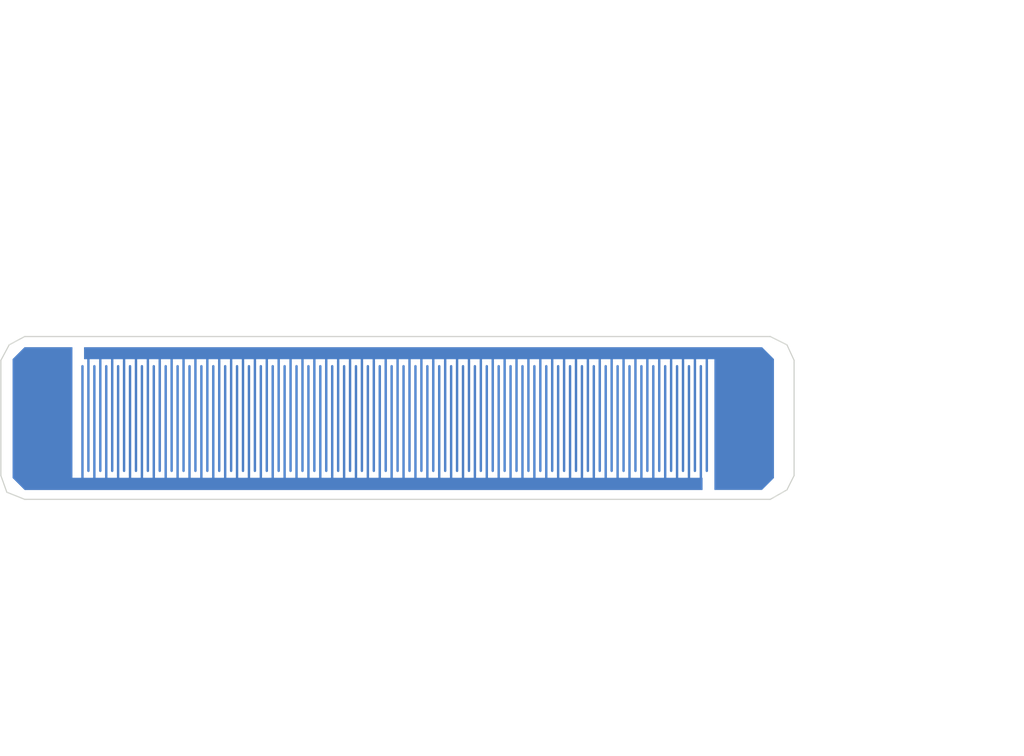
<source format=kicad_pcb>
(kicad_pcb (version 20221018) (generator pcbnew)
  (layers (0 "F.Cu" signal) (31 "B.Cu" signal) (34 "B.Paste" user) (35 "F.Paste" user) (36 "B.SilkS" user "B.Silkscreen") (37 "F.SilkS" user "F.Silkscreen") (38 "B.Mask" user) (39 "F.Mask" user) (44 "Edge.Cuts" user))
  (net 0 "")
  (gr_poly (pts (xy 68.11752 194.28411) (xy 68.12738 194.28265) (xy 68.13705 194.28023) (xy 68.14644 194.27687) (xy 68.15545 194.2726) (xy 68.16401 194.26748) (xy 68.17201 194.26154) (xy 68.1794 194.25484) (xy 68.1861 194.24745) (xy 68.19204 194.23945) (xy 68.19716 194.23089) (xy 68.20143 194.22188) (xy 68.20479 194.21249) (xy 68.20721 194.20282) (xy 68.20867 194.19296) (xy 68.20916 194.183) (xy 68.20916 184.3786) (xy 68.20867 184.36864) (xy 68.20721 184.35878) (xy 68.20479 184.34911) (xy 68.20143 184.33972) (xy 68.19716 184.33071) (xy 68.19204 184.32215) (xy 68.1861 184.31415) (xy 68.1794 184.30676) (xy 68.17201 184.30006) (xy 68.16401 184.29412) (xy 68.15545 184.289) (xy 68.14644 184.28473) (xy 68.13705 184.28137) (xy 68.12738 184.27895) (xy 68.11752 184.27749) (xy 68.10756 184.277) (xy 68.0976 184.27749) (xy 68.08774 184.27895) (xy 68.07807 184.28137) (xy 68.06868 184.28473) (xy 68.05967 184.289) (xy 68.05111 184.29412) (xy 68.04311 184.30006) (xy 68.03572 184.30676) (xy 68.02902 184.31415) (xy 68.02308 184.32215) (xy 68.01796 184.33071) (xy 68.01369 184.33972) (xy 68.01033 184.34911) (xy 68.00791 184.35878) (xy 68.00645 184.36864) (xy 68.00596 184.3786) (xy 68.00596 194.183) (xy 68.00645 194.19296) (xy 68.00791 194.20282) (xy 68.01033 194.21249) (xy 68.01369 194.22188) (xy 68.01796 194.23089) (xy 68.02308 194.23945) (xy 68.02902 194.24745) (xy 68.03572 194.25484) (xy 68.04311 194.26154) (xy 68.05111 194.26748) (xy 68.05967 194.2726) (xy 68.06868 194.27687) (xy 68.07807 194.28023) (xy 68.08774 194.28265) (xy 68.0976 194.28411) (xy 68.10756 194.2846)) (fill solid) (layer "B.Cu"))
  (gr_poly (pts (xy 55.61818 193.28335) (xy 55.62804 193.28189) (xy 55.63771 193.27947) (xy 55.6471 193.27611) (xy 55.65611 193.27184) (xy 55.66467 193.26672) (xy 55.67267 193.26078) (xy 55.68006 193.25408) (xy 55.68676 193.24669) (xy 55.6927 193.23869) (xy 55.69782 193.23013) (xy 55.70209 193.22112) (xy 55.70545 193.21173) (xy 55.70787 193.20206) (xy 55.70933 193.1922) (xy 55.70982 193.18224) (xy 55.70982 183.37784) (xy 55.70933 183.36788) (xy 55.70787 183.35802) (xy 55.70545 183.34835) (xy 55.70209 183.33896) (xy 55.69782 183.32995) (xy 55.6927 183.32139) (xy 55.68676 183.31339) (xy 55.68006 183.306) (xy 55.67267 183.2993) (xy 55.66467 183.29336) (xy 55.65611 183.28824) (xy 55.6471 183.28397) (xy 55.63771 183.28061) (xy 55.62804 183.27819) (xy 55.61818 183.27673) (xy 55.60822 183.27624) (xy 55.59826 183.27673) (xy 55.5884 183.27819) (xy 55.57873 183.28061) (xy 55.56934 183.28397) (xy 55.56033 183.28824) (xy 55.55177 183.29336) (xy 55.54377 183.2993) (xy 55.53638 183.306) (xy 55.52968 183.31339) (xy 55.52374 183.32139) (xy 55.51862 183.32995) (xy 55.51435 183.33896) (xy 55.51099 183.34835) (xy 55.50857 183.35802) (xy 55.50711 183.36788) (xy 55.50662 183.37784) (xy 55.50662 193.18224) (xy 55.50711 193.1922) (xy 55.50857 193.20206) (xy 55.51099 193.21173) (xy 55.51435 193.22112) (xy 55.51862 193.23013) (xy 55.52374 193.23869) (xy 55.52968 193.24669) (xy 55.53638 193.25408) (xy 55.54377 193.26078) (xy 55.55177 193.26672) (xy 55.56033 193.27184) (xy 55.56934 193.27611) (xy 55.57873 193.27947) (xy 55.5884 193.28189) (xy 55.59826 193.28335) (xy 55.60822 193.28384)) (fill solid) (layer "B.Cu"))
  (gr_poly (pts (xy 71.61764 193.28335) (xy 71.6275 193.28189) (xy 71.63717 193.27947) (xy 71.64656 193.27611) (xy 71.65557 193.27184) (xy 71.66413 193.26672) (xy 71.67213 193.26078) (xy 71.67952 193.25408) (xy 71.68622 193.24669) (xy 71.69216 193.23869) (xy 71.69728 193.23013) (xy 71.70155 193.22112) (xy 71.70491 193.21173) (xy 71.70733 193.20206) (xy 71.70879 193.1922) (xy 71.70928 193.18224) (xy 71.70928 183.37784) (xy 71.70879 183.36788) (xy 71.70733 183.35802) (xy 71.70491 183.34835) (xy 71.70155 183.33896) (xy 71.69728 183.32995) (xy 71.69216 183.32139) (xy 71.68622 183.31339) (xy 71.67952 183.306) (xy 71.67213 183.2993) (xy 71.66413 183.29336) (xy 71.65557 183.28824) (xy 71.64656 183.28397) (xy 71.63717 183.28061) (xy 71.6275 183.27819) (xy 71.61764 183.27673) (xy 71.60768 183.27624) (xy 71.59772 183.27673) (xy 71.58786 183.27819) (xy 71.57819 183.28061) (xy 71.5688 183.28397) (xy 71.55979 183.28824) (xy 71.55123 183.29336) (xy 71.54323 183.2993) (xy 71.53584 183.306) (xy 71.52914 183.31339) (xy 71.5232 183.32139) (xy 71.51808 183.32995) (xy 71.51381 183.33896) (xy 71.51045 183.34835) (xy 71.50803 183.35802) (xy 71.50657 183.36788) (xy 71.50608 183.37784) (xy 71.50608 193.18224) (xy 71.50657 193.1922) (xy 71.50803 193.20206) (xy 71.51045 193.21173) (xy 71.51381 193.22112) (xy 71.51808 193.23013) (xy 71.5232 193.23869) (xy 71.52914 193.24669) (xy 71.53584 193.25408) (xy 71.54323 193.26078) (xy 71.55123 193.26672) (xy 71.55979 193.27184) (xy 71.5688 193.27611) (xy 71.57819 193.27947) (xy 71.58786 193.28189) (xy 71.59772 193.28335) (xy 71.60768 193.28384)) (fill solid) (layer "B.Cu"))
  (gr_poly (pts (xy 20.24888 182.78094) (xy 20.24888 193.78168) (xy 73.24852 193.78168) (xy 73.24852 194.78244) (xy 16.24838 194.78244) (xy 15.24762 193.78168) (xy 15.24762 183.7817) (xy 16.24838 182.78094)) (fill solid) (layer "B.Cu"))
  (gr_poly (pts (xy 65.61816 193.28335) (xy 65.62802 193.28189) (xy 65.63769 193.27947) (xy 65.64708 193.27611) (xy 65.65609 193.27184) (xy 65.66465 193.26672) (xy 65.67265 193.26078) (xy 65.68004 193.25408) (xy 65.68674 193.24669) (xy 65.69268 193.23869) (xy 65.6978 193.23013) (xy 65.70207 193.22112) (xy 65.70543 193.21173) (xy 65.70785 193.20206) (xy 65.70931 193.1922) (xy 65.7098 193.18224) (xy 65.7098 183.37784) (xy 65.70931 183.36788) (xy 65.70785 183.35802) (xy 65.70543 183.34835) (xy 65.70207 183.33896) (xy 65.6978 183.32995) (xy 65.69268 183.32139) (xy 65.68674 183.31339) (xy 65.68004 183.306) (xy 65.67265 183.2993) (xy 65.66465 183.29336) (xy 65.65609 183.28824) (xy 65.64708 183.28397) (xy 65.63769 183.28061) (xy 65.62802 183.27819) (xy 65.61816 183.27673) (xy 65.6082 183.27624) (xy 65.59824 183.27673) (xy 65.58838 183.27819) (xy 65.57871 183.28061) (xy 65.56932 183.28397) (xy 65.56031 183.28824) (xy 65.55175 183.29336) (xy 65.54375 183.2993) (xy 65.53636 183.306) (xy 65.52966 183.31339) (xy 65.52372 183.32139) (xy 65.5186 183.32995) (xy 65.51433 183.33896) (xy 65.51097 183.34835) (xy 65.50855 183.35802) (xy 65.50709 183.36788) (xy 65.5066 183.37784) (xy 65.5066 193.18224) (xy 65.50709 193.1922) (xy 65.50855 193.20206) (xy 65.51097 193.21173) (xy 65.51433 193.22112) (xy 65.5186 193.23013) (xy 65.52372 193.23869) (xy 65.52966 193.24669) (xy 65.53636 193.25408) (xy 65.54375 193.26078) (xy 65.55175 193.26672) (xy 65.56031 193.27184) (xy 65.56932 193.27611) (xy 65.57871 193.27947) (xy 65.58838 193.28189) (xy 65.59824 193.28335) (xy 65.6082 193.28384)) (fill solid) (layer "B.Cu"))
  (gr_poly (pts (xy 53.6192 193.28335) (xy 53.62906 193.28189) (xy 53.63873 193.27947) (xy 53.64812 193.27611) (xy 53.65713 193.27184) (xy 53.66569 193.26672) (xy 53.67369 193.26078) (xy 53.68108 193.25408) (xy 53.68778 193.24669) (xy 53.69372 193.23869) (xy 53.69884 193.23013) (xy 53.70311 193.22112) (xy 53.70647 193.21173) (xy 53.70889 193.20206) (xy 53.71035 193.1922) (xy 53.71084 193.18224) (xy 53.71084 183.37784) (xy 53.71035 183.36788) (xy 53.70889 183.35802) (xy 53.70647 183.34835) (xy 53.70311 183.33896) (xy 53.69884 183.32995) (xy 53.69372 183.32139) (xy 53.68778 183.31339) (xy 53.68108 183.306) (xy 53.67369 183.2993) (xy 53.66569 183.29336) (xy 53.65713 183.28824) (xy 53.64812 183.28397) (xy 53.63873 183.28061) (xy 53.62906 183.27819) (xy 53.6192 183.27673) (xy 53.60924 183.27624) (xy 53.59928 183.27673) (xy 53.58942 183.27819) (xy 53.57975 183.28061) (xy 53.57036 183.28397) (xy 53.56135 183.28824) (xy 53.55279 183.29336) (xy 53.54479 183.2993) (xy 53.5374 183.306) (xy 53.5307 183.31339) (xy 53.52476 183.32139) (xy 53.51964 183.32995) (xy 53.51537 183.33896) (xy 53.51201 183.34835) (xy 53.50959 183.35802) (xy 53.50813 183.36788) (xy 53.50764 183.37784) (xy 53.50764 193.18224) (xy 53.50813 193.1922) (xy 53.50959 193.20206) (xy 53.51201 193.21173) (xy 53.51537 193.22112) (xy 53.51964 193.23013) (xy 53.52476 193.23869) (xy 53.5307 193.24669) (xy 53.5374 193.25408) (xy 53.54479 193.26078) (xy 53.55279 193.26672) (xy 53.56135 193.27184) (xy 53.57036 193.27611) (xy 53.57975 193.27947) (xy 53.58942 193.28189) (xy 53.59928 193.28335) (xy 53.60924 193.28384)) (fill solid) (layer "B.Cu"))
  (gr_poly (pts (xy 39.61872 193.28335) (xy 39.62858 193.28189) (xy 39.63825 193.27947) (xy 39.64764 193.27611) (xy 39.65665 193.27184) (xy 39.66521 193.26672) (xy 39.67321 193.26078) (xy 39.6806 193.25408) (xy 39.6873 193.24669) (xy 39.69324 193.23869) (xy 39.69836 193.23013) (xy 39.70263 193.22112) (xy 39.70599 193.21173) (xy 39.70841 193.20206) (xy 39.70987 193.1922) (xy 39.71036 193.18224) (xy 39.71036 183.37784) (xy 39.70987 183.36788) (xy 39.70841 183.35802) (xy 39.70599 183.34835) (xy 39.70263 183.33896) (xy 39.69836 183.32995) (xy 39.69324 183.32139) (xy 39.6873 183.31339) (xy 39.6806 183.306) (xy 39.67321 183.2993) (xy 39.66521 183.29336) (xy 39.65665 183.28824) (xy 39.64764 183.28397) (xy 39.63825 183.28061) (xy 39.62858 183.27819) (xy 39.61872 183.27673) (xy 39.60876 183.27624) (xy 39.5988 183.27673) (xy 39.58894 183.27819) (xy 39.57927 183.28061) (xy 39.56988 183.28397) (xy 39.56087 183.28824) (xy 39.55231 183.29336) (xy 39.54431 183.2993) (xy 39.53692 183.306) (xy 39.53022 183.31339) (xy 39.52428 183.32139) (xy 39.51916 183.32995) (xy 39.51489 183.33896) (xy 39.51153 183.34835) (xy 39.50911 183.35802) (xy 39.50765 183.36788) (xy 39.50716 183.37784) (xy 39.50716 193.18224) (xy 39.50765 193.1922) (xy 39.50911 193.20206) (xy 39.51153 193.21173) (xy 39.51489 193.22112) (xy 39.51916 193.23013) (xy 39.52428 193.23869) (xy 39.53022 193.24669) (xy 39.53692 193.25408) (xy 39.54431 193.26078) (xy 39.55231 193.26672) (xy 39.56087 193.27184) (xy 39.56988 193.27611) (xy 39.57927 193.27947) (xy 39.58894 193.28189) (xy 39.5988 193.28335) (xy 39.60876 193.28384)) (fill solid) (layer "B.Cu"))
  (gr_poly (pts (xy 23.11888 194.28411) (xy 23.12874 194.28265) (xy 23.13841 194.28023) (xy 23.1478 194.27687) (xy 23.15681 194.2726) (xy 23.16537 194.26748) (xy 23.17337 194.26154) (xy 23.18076 194.25484) (xy 23.18746 194.24745) (xy 23.1934 194.23945) (xy 23.19852 194.23089) (xy 23.20279 194.22188) (xy 23.20615 194.21249) (xy 23.20857 194.20282) (xy 23.21003 194.19296) (xy 23.21052 194.183) (xy 23.21052 184.3786) (xy 23.21003 184.36864) (xy 23.20857 184.35878) (xy 23.20615 184.34911) (xy 23.20279 184.33972) (xy 23.19852 184.33071) (xy 23.1934 184.32215) (xy 23.18746 184.31415) (xy 23.18076 184.30676) (xy 23.17337 184.30006) (xy 23.16537 184.29412) (xy 23.15681 184.289) (xy 23.1478 184.28473) (xy 23.13841 184.28137) (xy 23.12874 184.27895) (xy 23.11888 184.27749) (xy 23.10892 184.277) (xy 23.09896 184.27749) (xy 23.0891 184.27895) (xy 23.07943 184.28137) (xy 23.07004 184.28473) (xy 23.06103 184.289) (xy 23.05247 184.29412) (xy 23.04447 184.30006) (xy 23.03708 184.30676) (xy 23.03038 184.31415) (xy 23.02444 184.32215) (xy 23.01932 184.33071) (xy 23.01505 184.33972) (xy 23.01169 184.34911) (xy 23.00927 184.35878) (xy 23.00781 184.36864) (xy 23.00732 184.3786) (xy 23.00732 194.183) (xy 23.00781 194.19296) (xy 23.00927 194.20282) (xy 23.01169 194.21249) (xy 23.01505 194.22188) (xy 23.01932 194.23089) (xy 23.02444 194.23945) (xy 23.03038 194.24745) (xy 23.03708 194.25484) (xy 23.04447 194.26154) (xy 23.05247 194.26748) (xy 23.06103 194.2726) (xy 23.07004 194.27687) (xy 23.07943 194.28023) (xy 23.0891 194.28265) (xy 23.09896 194.28411) (xy 23.10892 194.2846)) (fill solid) (layer "B.Cu"))
  (gr_poly (pts (xy 47.61718 193.28335) (xy 47.62704 193.28189) (xy 47.63671 193.27947) (xy 47.6461 193.27611) (xy 47.65511 193.27184) (xy 47.66367 193.26672) (xy 47.67167 193.26078) (xy 47.67906 193.25408) (xy 47.68576 193.24669) (xy 47.6917 193.23869) (xy 47.69682 193.23013) (xy 47.70109 193.22112) (xy 47.70445 193.21173) (xy 47.70687 193.20206) (xy 47.70833 193.1922) (xy 47.70882 193.18224) (xy 47.70882 183.37784) (xy 47.70833 183.36788) (xy 47.70687 183.35802) (xy 47.70445 183.34835) (xy 47.70109 183.33896) (xy 47.69682 183.32995) (xy 47.6917 183.32139) (xy 47.68576 183.31339) (xy 47.67906 183.306) (xy 47.67167 183.2993) (xy 47.66367 183.29336) (xy 47.65511 183.28824) (xy 47.6461 183.28397) (xy 47.63671 183.28061) (xy 47.62704 183.27819) (xy 47.61718 183.27673) (xy 47.60722 183.27624) (xy 47.59726 183.27673) (xy 47.5874 183.27819) (xy 47.57773 183.28061) (xy 47.56834 183.28397) (xy 47.55933 183.28824) (xy 47.55077 183.29336) (xy 47.54277 183.2993) (xy 47.53538 183.306) (xy 47.52868 183.31339) (xy 47.52274 183.32139) (xy 47.51762 183.32995) (xy 47.51335 183.33896) (xy 47.50999 183.34835) (xy 47.50757 183.35802) (xy 47.50611 183.36788) (xy 47.50562 183.37784) (xy 47.50562 193.18224) (xy 47.50611 193.1922) (xy 47.50757 193.20206) (xy 47.50999 193.21173) (xy 47.51335 193.22112) (xy 47.51762 193.23013) (xy 47.52274 193.23869) (xy 47.52868 193.24669) (xy 47.53538 193.25408) (xy 47.54277 193.26078) (xy 47.55077 193.26672) (xy 47.55933 193.27184) (xy 47.56834 193.27611) (xy 47.57773 193.27947) (xy 47.5874 193.28189) (xy 47.59726 193.28335) (xy 47.60722 193.28384)) (fill solid) (layer "B.Cu"))
  (gr_poly (pts (xy 40.61694 193.28335) (xy 40.6268 193.28189) (xy 40.63647 193.27947) (xy 40.64586 193.27611) (xy 40.65487 193.27184) (xy 40.66343 193.26672) (xy 40.67143 193.26078) (xy 40.67882 193.25408) (xy 40.68552 193.24669) (xy 40.69146 193.23869) (xy 40.69658 193.23013) (xy 40.70085 193.22112) (xy 40.70421 193.21173) (xy 40.70663 193.20206) (xy 40.70809 193.1922) (xy 40.70858 193.18224) (xy 40.70858 183.37784) (xy 40.70809 183.36788) (xy 40.70663 183.35802) (xy 40.70421 183.34835) (xy 40.70085 183.33896) (xy 40.69658 183.32995) (xy 40.69146 183.32139) (xy 40.68552 183.31339) (xy 40.67882 183.306) (xy 40.67143 183.2993) (xy 40.66343 183.29336) (xy 40.65487 183.28824) (xy 40.64586 183.28397) (xy 40.63647 183.28061) (xy 40.6268 183.27819) (xy 40.61694 183.27673) (xy 40.60698 183.27624) (xy 40.59702 183.27673) (xy 40.58716 183.27819) (xy 40.57749 183.28061) (xy 40.5681 183.28397) (xy 40.55909 183.28824) (xy 40.55053 183.29336) (xy 40.54253 183.2993) (xy 40.53514 183.306) (xy 40.52844 183.31339) (xy 40.5225 183.32139) (xy 40.51738 183.32995) (xy 40.51311 183.33896) (xy 40.50975 183.34835) (xy 40.50733 183.35802) (xy 40.50587 183.36788) (xy 40.50538 183.37784) (xy 40.50538 193.18224) (xy 40.50587 193.1922) (xy 40.50733 193.20206) (xy 40.50975 193.21173) (xy 40.51311 193.22112) (xy 40.51738 193.23013) (xy 40.5225 193.23869) (xy 40.52844 193.24669) (xy 40.53514 193.25408) (xy 40.54253 193.26078) (xy 40.55053 193.26672) (xy 40.55909 193.27184) (xy 40.5681 193.27611) (xy 40.57749 193.27947) (xy 40.58716 193.28189) (xy 40.59702 193.28335) (xy 40.60698 193.28384)) (fill solid) (layer "B.Cu"))
  (gr_poly (pts (xy 29.11836 194.28411) (xy 29.12822 194.28265) (xy 29.13789 194.28023) (xy 29.14728 194.27687) (xy 29.15629 194.2726) (xy 29.16485 194.26748) (xy 29.17285 194.26154) (xy 29.18024 194.25484) (xy 29.18694 194.24745) (xy 29.19288 194.23945) (xy 29.198 194.23089) (xy 29.20227 194.22188) (xy 29.20563 194.21249) (xy 29.20805 194.20282) (xy 29.20951 194.19296) (xy 29.21 194.183) (xy 29.21 184.3786) (xy 29.20951 184.36864) (xy 29.20805 184.35878) (xy 29.20563 184.34911) (xy 29.20227 184.33972) (xy 29.198 184.33071) (xy 29.19288 184.32215) (xy 29.18694 184.31415) (xy 29.18024 184.30676) (xy 29.17285 184.30006) (xy 29.16485 184.29412) (xy 29.15629 184.289) (xy 29.14728 184.28473) (xy 29.13789 184.28137) (xy 29.12822 184.27895) (xy 29.11836 184.27749) (xy 29.1084 184.277) (xy 29.09844 184.27749) (xy 29.08858 184.27895) (xy 29.07891 184.28137) (xy 29.06952 184.28473) (xy 29.06051 184.289) (xy 29.05195 184.29412) (xy 29.04395 184.30006) (xy 29.03656 184.30676) (xy 29.02986 184.31415) (xy 29.02392 184.32215) (xy 29.0188 184.33071) (xy 29.01453 184.33972) (xy 29.01117 184.34911) (xy 29.00875 184.35878) (xy 29.00729 184.36864) (xy 29.0068 184.3786) (xy 29.0068 194.183) (xy 29.00729 194.19296) (xy 29.00875 194.20282) (xy 29.01117 194.21249) (xy 29.01453 194.22188) (xy 29.0188 194.23089) (xy 29.02392 194.23945) (xy 29.02986 194.24745) (xy 29.03656 194.25484) (xy 29.04395 194.26154) (xy 29.05195 194.26748) (xy 29.06051 194.2726) (xy 29.06952 194.27687) (xy 29.07891 194.28023) (xy 29.08858 194.28265) (xy 29.09844 194.28411) (xy 29.1084 194.2846)) (fill solid) (layer "B.Cu"))
  (gr_poly (pts (xy 37.6172 193.28335) (xy 37.62706 193.28189) (xy 37.63673 193.27947) (xy 37.64612 193.27611) (xy 37.65513 193.27184) (xy 37.66369 193.26672) (xy 37.67169 193.26078) (xy 37.67908 193.25408) (xy 37.68578 193.24669) (xy 37.69172 193.23869) (xy 37.69684 193.23013) (xy 37.70111 193.22112) (xy 37.70447 193.21173) (xy 37.70689 193.20206) (xy 37.70835 193.1922) (xy 37.70884 193.18224) (xy 37.70884 183.37784) (xy 37.70835 183.36788) (xy 37.70689 183.35802) (xy 37.70447 183.34835) (xy 37.70111 183.33896) (xy 37.69684 183.32995) (xy 37.69172 183.32139) (xy 37.68578 183.31339) (xy 37.67908 183.306) (xy 37.67169 183.2993) (xy 37.66369 183.29336) (xy 37.65513 183.28824) (xy 37.64612 183.28397) (xy 37.63673 183.28061) (xy 37.62706 183.27819) (xy 37.6172 183.27673) (xy 37.60724 183.27624) (xy 37.59728 183.27673) (xy 37.58742 183.27819) (xy 37.57775 183.28061) (xy 37.56836 183.28397) (xy 37.55935 183.28824) (xy 37.55079 183.29336) (xy 37.54279 183.2993) (xy 37.5354 183.306) (xy 37.5287 183.31339) (xy 37.52276 183.32139) (xy 37.51764 183.32995) (xy 37.51337 183.33896) (xy 37.51001 183.34835) (xy 37.50759 183.35802) (xy 37.50613 183.36788) (xy 37.50564 183.37784) (xy 37.50564 193.18224) (xy 37.50613 193.1922) (xy 37.50759 193.20206) (xy 37.51001 193.21173) (xy 37.51337 193.22112) (xy 37.51764 193.23013) (xy 37.52276 193.23869) (xy 37.5287 193.24669) (xy 37.5354 193.25408) (xy 37.54279 193.26078) (xy 37.55079 193.26672) (xy 37.55935 193.27184) (xy 37.56836 193.27611) (xy 37.57775 193.27947) (xy 37.58742 193.28189) (xy 37.59728 193.28335) (xy 37.60724 193.28384)) (fill solid) (layer "B.Cu"))
  (gr_poly (pts (xy 62.61842 193.28335) (xy 62.62828 193.28189) (xy 62.63795 193.27947) (xy 62.64734 193.27611) (xy 62.65635 193.27184) (xy 62.66491 193.26672) (xy 62.67291 193.26078) (xy 62.6803 193.25408) (xy 62.687 193.24669) (xy 62.69294 193.23869) (xy 62.69806 193.23013) (xy 62.70233 193.22112) (xy 62.70569 193.21173) (xy 62.70811 193.20206) (xy 62.70957 193.1922) (xy 62.71006 193.18224) (xy 62.71006 183.37784) (xy 62.70957 183.36788) (xy 62.70811 183.35802) (xy 62.70569 183.34835) (xy 62.70233 183.33896) (xy 62.69806 183.32995) (xy 62.69294 183.32139) (xy 62.687 183.31339) (xy 62.6803 183.306) (xy 62.67291 183.2993) (xy 62.66491 183.29336) (xy 62.65635 183.28824) (xy 62.64734 183.28397) (xy 62.63795 183.28061) (xy 62.62828 183.27819) (xy 62.61842 183.27673) (xy 62.60846 183.27624) (xy 62.5985 183.27673) (xy 62.58864 183.27819) (xy 62.57897 183.28061) (xy 62.56958 183.28397) (xy 62.56057 183.28824) (xy 62.55201 183.29336) (xy 62.54401 183.2993) (xy 62.53662 183.306) (xy 62.52992 183.31339) (xy 62.52398 183.32139) (xy 62.51886 183.32995) (xy 62.51459 183.33896) (xy 62.51123 183.34835) (xy 62.50881 183.35802) (xy 62.50735 183.36788) (xy 62.50686 183.37784) (xy 62.50686 193.18224) (xy 62.50735 193.1922) (xy 62.50881 193.20206) (xy 62.51123 193.21173) (xy 62.51459 193.22112) (xy 62.51886 193.23013) (xy 62.52398 193.23869) (xy 62.52992 193.24669) (xy 62.53662 193.25408) (xy 62.54401 193.26078) (xy 62.55201 193.26672) (xy 62.56057 193.27184) (xy 62.56958 193.27611) (xy 62.57897 193.27947) (xy 62.58864 193.28189) (xy 62.5985 193.28335) (xy 62.60846 193.28384)) (fill solid) (layer "B.Cu"))
  (gr_poly (pts (xy 24.1171 194.28411) (xy 24.12696 194.28265) (xy 24.13663 194.28023) (xy 24.14602 194.27687) (xy 24.15503 194.2726) (xy 24.16359 194.26748) (xy 24.17159 194.26154) (xy 24.17898 194.25484) (xy 24.18568 194.24745) (xy 24.19162 194.23945) (xy 24.19674 194.23089) (xy 24.20101 194.22188) (xy 24.20437 194.21249) (xy 24.20679 194.20282) (xy 24.20825 194.19296) (xy 24.20874 194.183) (xy 24.20874 184.3786) (xy 24.20825 184.36864) (xy 24.20679 184.35878) (xy 24.20437 184.34911) (xy 24.20101 184.33972) (xy 24.19674 184.33071) (xy 24.19162 184.32215) (xy 24.18568 184.31415) (xy 24.17898 184.30676) (xy 24.17159 184.30006) (xy 24.16359 184.29412) (xy 24.15503 184.289) (xy 24.14602 184.28473) (xy 24.13663 184.28137) (xy 24.12696 184.27895) (xy 24.1171 184.27749) (xy 24.10714 184.277) (xy 24.09718 184.27749) (xy 24.08732 184.27895) (xy 24.07765 184.28137) (xy 24.06826 184.28473) (xy 24.05925 184.289) (xy 24.05069 184.29412) (xy 24.04269 184.30006) (xy 24.0353 184.30676) (xy 24.0286 184.31415) (xy 24.02266 184.32215) (xy 24.01754 184.33071) (xy 24.01327 184.33972) (xy 24.00991 184.34911) (xy 24.00749 184.35878) (xy 24.00603 184.36864) (xy 24.00554 184.3786) (xy 24.00554 194.183) (xy 24.00603 194.19296) (xy 24.00749 194.20282) (xy 24.00991 194.21249) (xy 24.01327 194.22188) (xy 24.01754 194.23089) (xy 24.02266 194.23945) (xy 24.0286 194.24745) (xy 24.0353 194.25484) (xy 24.04269 194.26154) (xy 24.05069 194.26748) (xy 24.05925 194.2726) (xy 24.06826 194.27687) (xy 24.07765 194.28023) (xy 24.08732 194.28265) (xy 24.09718 194.28411) (xy 24.10714 194.2846)) (fill solid) (layer "B.Cu"))
  (gr_poly (pts (xy 45.11782 194.28411) (xy 45.12768 194.28265) (xy 45.13735 194.28023) (xy 45.14674 194.27687) (xy 45.15575 194.2726) (xy 45.16431 194.26748) (xy 45.17231 194.26154) (xy 45.1797 194.25484) (xy 45.1864 194.24745) (xy 45.19234 194.23945) (xy 45.19746 194.23089) (xy 45.20173 194.22188) (xy 45.20509 194.21249) (xy 45.20751 194.20282) (xy 45.20897 194.19296) (xy 45.20946 194.183) (xy 45.20946 184.3786) (xy 45.20897 184.36864) (xy 45.20751 184.35878) (xy 45.20509 184.34911) (xy 45.20173 184.33972) (xy 45.19746 184.33071) (xy 45.19234 184.32215) (xy 45.1864 184.31415) (xy 45.1797 184.30676) (xy 45.17231 184.30006) (xy 45.16431 184.29412) (xy 45.15575 184.289) (xy 45.14674 184.28473) (xy 45.13735 184.28137) (xy 45.12768 184.27895) (xy 45.11782 184.27749) (xy 45.10786 184.277) (xy 45.0979 184.27749) (xy 45.08804 184.27895) (xy 45.07837 184.28137) (xy 45.06898 184.28473) (xy 45.05997 184.289) (xy 45.05141 184.29412) (xy 45.04341 184.30006) (xy 45.03602 184.30676) (xy 45.02932 184.31415) (xy 45.02338 184.32215) (xy 45.01826 184.33071) (xy 45.01399 184.33972) (xy 45.01063 184.34911) (xy 45.00821 184.35878) (xy 45.00675 184.36864) (xy 45.00626 184.3786) (xy 45.00626 194.183) (xy 45.00675 194.19296) (xy 45.00821 194.20282) (xy 45.01063 194.21249) (xy 45.01399 194.22188) (xy 45.01826 194.23089) (xy 45.02338 194.23945) (xy 45.02932 194.24745) (xy 45.03602 194.25484) (xy 45.04341 194.26154) (xy 45.05141 194.26748) (xy 45.05997 194.2726) (xy 45.06898 194.27687) (xy 45.07837 194.28023) (xy 45.08804 194.28265) (xy 45.0979 194.28411) (xy 45.10786 194.2846)) (fill solid) (layer "B.Cu"))
  (gr_poly (pts (xy 22.11812 194.28411) (xy 22.12798 194.28265) (xy 22.13765 194.28023) (xy 22.14704 194.27687) (xy 22.15605 194.2726) (xy 22.16461 194.26748) (xy 22.17261 194.26154) (xy 22.18 194.25484) (xy 22.1867 194.24745) (xy 22.19264 194.23945) (xy 22.19776 194.23089) (xy 22.20203 194.22188) (xy 22.20539 194.21249) (xy 22.20781 194.20282) (xy 22.20927 194.19296) (xy 22.20976 194.183) (xy 22.20976 184.3786) (xy 22.20927 184.36864) (xy 22.20781 184.35878) (xy 22.20539 184.34911) (xy 22.20203 184.33972) (xy 22.19776 184.33071) (xy 22.19264 184.32215) (xy 22.1867 184.31415) (xy 22.18 184.30676) (xy 22.17261 184.30006) (xy 22.16461 184.29412) (xy 22.15605 184.289) (xy 22.14704 184.28473) (xy 22.13765 184.28137) (xy 22.12798 184.27895) (xy 22.11812 184.27749) (xy 22.10816 184.277) (xy 22.0982 184.27749) (xy 22.08834 184.27895) (xy 22.07867 184.28137) (xy 22.06928 184.28473) (xy 22.06027 184.289) (xy 22.05171 184.29412) (xy 22.04371 184.30006) (xy 22.03632 184.30676) (xy 22.02962 184.31415) (xy 22.02368 184.32215) (xy 22.01856 184.33071) (xy 22.01429 184.33972) (xy 22.01093 184.34911) (xy 22.00851 184.35878) (xy 22.00705 184.36864) (xy 22.00656 184.3786) (xy 22.00656 194.183) (xy 22.00705 194.19296) (xy 22.00851 194.20282) (xy 22.01093 194.21249) (xy 22.01429 194.22188) (xy 22.01856 194.23089) (xy 22.02368 194.23945) (xy 22.02962 194.24745) (xy 22.03632 194.25484) (xy 22.04371 194.26154) (xy 22.05171 194.26748) (xy 22.06027 194.2726) (xy 22.06928 194.27687) (xy 22.07867 194.28023) (xy 22.08834 194.28265) (xy 22.0982 194.28411) (xy 22.10816 194.2846)) (fill solid) (layer "B.Cu"))
  (gr_poly (pts (xy 39.11834 194.28411) (xy 39.1282 194.28265) (xy 39.13787 194.28023) (xy 39.14726 194.27687) (xy 39.15627 194.2726) (xy 39.16483 194.26748) (xy 39.17283 194.26154) (xy 39.18022 194.25484) (xy 39.18692 194.24745) (xy 39.19286 194.23945) (xy 39.19798 194.23089) (xy 39.20225 194.22188) (xy 39.20561 194.21249) (xy 39.20803 194.20282) (xy 39.20949 194.19296) (xy 39.20998 194.183) (xy 39.20998 184.3786) (xy 39.20949 184.36864) (xy 39.20803 184.35878) (xy 39.20561 184.34911) (xy 39.20225 184.33972) (xy 39.19798 184.33071) (xy 39.19286 184.32215) (xy 39.18692 184.31415) (xy 39.18022 184.30676) (xy 39.17283 184.30006) (xy 39.16483 184.29412) (xy 39.15627 184.289) (xy 39.14726 184.28473) (xy 39.13787 184.28137) (xy 39.1282 184.27895) (xy 39.11834 184.27749) (xy 39.10838 184.277) (xy 39.09842 184.27749) (xy 39.08856 184.27895) (xy 39.07889 184.28137) (xy 39.0695 184.28473) (xy 39.06049 184.289) (xy 39.05193 184.29412) (xy 39.04393 184.30006) (xy 39.03654 184.30676) (xy 39.02984 184.31415) (xy 39.0239 184.32215) (xy 39.01878 184.33071) (xy 39.01451 184.33972) (xy 39.01115 184.34911) (xy 39.00873 184.35878) (xy 39.00727 184.36864) (xy 39.00678 184.3786) (xy 39.00678 194.183) (xy 39.00727 194.19296) (xy 39.00873 194.20282) (xy 39.01115 194.21249) (xy 39.01451 194.22188) (xy 39.01878 194.23089) (xy 39.0239 194.23945) (xy 39.02984 194.24745) (xy 39.03654 194.25484) (xy 39.04393 194.26154) (xy 39.05193 194.26748) (xy 39.06049 194.2726) (xy 39.0695 194.27687) (xy 39.07889 194.28023) (xy 39.08856 194.28265) (xy 39.09842 194.28411) (xy 39.10838 194.2846)) (fill solid) (layer "B.Cu"))
  (gr_poly (pts (xy 50.11908 194.28411) (xy 50.12894 194.28265) (xy 50.13861 194.28023) (xy 50.148 194.27687) (xy 50.15701 194.2726) (xy 50.16557 194.26748) (xy 50.17357 194.26154) (xy 50.18096 194.25484) (xy 50.18766 194.24745) (xy 50.1936 194.23945) (xy 50.19872 194.23089) (xy 50.20299 194.22188) (xy 50.20635 194.21249) (xy 50.20877 194.20282) (xy 50.21023 194.19296) (xy 50.21072 194.183) (xy 50.21072 184.3786) (xy 50.21023 184.36864) (xy 50.20877 184.35878) (xy 50.20635 184.34911) (xy 50.20299 184.33972) (xy 50.19872 184.33071) (xy 50.1936 184.32215) (xy 50.18766 184.31415) (xy 50.18096 184.30676) (xy 50.17357 184.30006) (xy 50.16557 184.29412) (xy 50.15701 184.289) (xy 50.148 184.28473) (xy 50.13861 184.28137) (xy 50.12894 184.27895) (xy 50.11908 184.27749) (xy 50.10912 184.277) (xy 50.09916 184.27749) (xy 50.0893 184.27895) (xy 50.07963 184.28137) (xy 50.07024 184.28473) (xy 50.06123 184.289) (xy 50.05267 184.29412) (xy 50.04467 184.30006) (xy 50.03728 184.30676) (xy 50.03058 184.31415) (xy 50.02464 184.32215) (xy 50.01952 184.33071) (xy 50.01525 184.33972) (xy 50.01189 184.34911) (xy 50.00947 184.35878) (xy 50.00801 184.36864) (xy 50.00752 184.3786) (xy 50.00752 194.183) (xy 50.00801 194.19296) (xy 50.00947 194.20282) (xy 50.01189 194.21249) (xy 50.01525 194.22188) (xy 50.01952 194.23089) (xy 50.02464 194.23945) (xy 50.03058 194.24745) (xy 50.03728 194.25484) (xy 50.04467 194.26154) (xy 50.05267 194.26748) (xy 50.06123 194.2726) (xy 50.07024 194.27687) (xy 50.07963 194.28023) (xy 50.0893 194.28265) (xy 50.09916 194.28411) (xy 50.10912 194.2846)) (fill solid) (layer "B.Cu"))
  (gr_poly (pts (xy 22.6185 193.28335) (xy 22.62836 193.28189) (xy 22.63803 193.27947) (xy 22.64742 193.27611) (xy 22.65643 193.27184) (xy 22.66499 193.26672) (xy 22.67299 193.26078) (xy 22.68038 193.25408) (xy 22.68708 193.24669) (xy 22.69302 193.23869) (xy 22.69814 193.23013) (xy 22.70241 193.22112) (xy 22.70577 193.21173) (xy 22.70819 193.20206) (xy 22.70965 193.1922) (xy 22.71014 193.18224) (xy 22.71014 183.37784) (xy 22.70965 183.36788) (xy 22.70819 183.35802) (xy 22.70577 183.34835) (xy 22.70241 183.33896) (xy 22.69814 183.32995) (xy 22.69302 183.32139) (xy 22.68708 183.31339) (xy 22.68038 183.306) (xy 22.67299 183.2993) (xy 22.66499 183.29336) (xy 22.65643 183.28824) (xy 22.64742 183.28397) (xy 22.63803 183.28061) (xy 22.62836 183.27819) (xy 22.6185 183.27673) (xy 22.60854 183.27624) (xy 22.59858 183.27673) (xy 22.58872 183.27819) (xy 22.57905 183.28061) (xy 22.56966 183.28397) (xy 22.56065 183.28824) (xy 22.55209 183.29336) (xy 22.54409 183.2993) (xy 22.5367 183.306) (xy 22.53 183.31339) (xy 22.52406 183.32139) (xy 22.51894 183.32995) (xy 22.51467 183.33896) (xy 22.51131 183.34835) (xy 22.50889 183.35802) (xy 22.50743 183.36788) (xy 22.50694 183.37784) (xy 22.50694 193.18224) (xy 22.50743 193.1922) (xy 22.50889 193.20206) (xy 22.51131 193.21173) (xy 22.51467 193.22112) (xy 22.51894 193.23013) (xy 22.52406 193.23869) (xy 22.53 193.24669) (xy 22.5367 193.25408) (xy 22.54409 193.26078) (xy 22.55209 193.26672) (xy 22.56065 193.27184) (xy 22.56966 193.27611) (xy 22.57905 193.27947) (xy 22.58872 193.28189) (xy 22.59858 193.28335) (xy 22.60854 193.28384)) (fill solid) (layer "B.Cu"))
  (gr_poly (pts (xy 52.11806 194.28411) (xy 52.12792 194.28265) (xy 52.13759 194.28023) (xy 52.14698 194.27687) (xy 52.15599 194.2726) (xy 52.16455 194.26748) (xy 52.17255 194.26154) (xy 52.17994 194.25484) (xy 52.18664 194.24745) (xy 52.19258 194.23945) (xy 52.1977 194.23089) (xy 52.20197 194.22188) (xy 52.20533 194.21249) (xy 52.20775 194.20282) (xy 52.20921 194.19296) (xy 52.2097 194.183) (xy 52.2097 184.3786) (xy 52.20921 184.36864) (xy 52.20775 184.35878) (xy 52.20533 184.34911) (xy 52.20197 184.33972) (xy 52.1977 184.33071) (xy 52.19258 184.32215) (xy 52.18664 184.31415) (xy 52.17994 184.30676) (xy 52.17255 184.30006) (xy 52.16455 184.29412) (xy 52.15599 184.289) (xy 52.14698 184.28473) (xy 52.13759 184.28137) (xy 52.12792 184.27895) (xy 52.11806 184.27749) (xy 52.1081 184.277) (xy 52.09814 184.27749) (xy 52.08828 184.27895) (xy 52.07861 184.28137) (xy 52.06922 184.28473) (xy 52.06021 184.289) (xy 52.05165 184.29412) (xy 52.04365 184.30006) (xy 52.03626 184.30676) (xy 52.02956 184.31415) (xy 52.02362 184.32215) (xy 52.0185 184.33071) (xy 52.01423 184.33972) (xy 52.01087 184.34911) (xy 52.00845 184.35878) (xy 52.00699 184.36864) (xy 52.0065 184.3786) (xy 52.0065 194.183) (xy 52.00699 194.19296) (xy 52.00845 194.20282) (xy 52.01087 194.21249) (xy 52.01423 194.22188) (xy 52.0185 194.23089) (xy 52.02362 194.23945) (xy 52.02956 194.24745) (xy 52.03626 194.25484) (xy 52.04365 194.26154) (xy 52.05165 194.26748) (xy 52.06021 194.2726) (xy 52.06922 194.27687) (xy 52.07861 194.28023) (xy 52.08828 194.28265) (xy 52.09814 194.28411) (xy 52.1081 194.2846)) (fill solid) (layer "B.Cu"))
  (gr_poly (pts (xy 42.61846 193.28335) (xy 42.62832 193.28189) (xy 42.63799 193.27947) (xy 42.64738 193.27611) (xy 42.65639 193.27184) (xy 42.66495 193.26672) (xy 42.67295 193.26078) (xy 42.68034 193.25408) (xy 42.68704 193.24669) (xy 42.69298 193.23869) (xy 42.6981 193.23013) (xy 42.70237 193.22112) (xy 42.70573 193.21173) (xy 42.70815 193.20206) (xy 42.70961 193.1922) (xy 42.7101 193.18224) (xy 42.7101 183.37784) (xy 42.70961 183.36788) (xy 42.70815 183.35802) (xy 42.70573 183.34835) (xy 42.70237 183.33896) (xy 42.6981 183.32995) (xy 42.69298 183.32139) (xy 42.68704 183.31339) (xy 42.68034 183.306) (xy 42.67295 183.2993) (xy 42.66495 183.29336) (xy 42.65639 183.28824) (xy 42.64738 183.28397) (xy 42.63799 183.28061) (xy 42.62832 183.27819) (xy 42.61846 183.27673) (xy 42.6085 183.27624) (xy 42.59854 183.27673) (xy 42.58868 183.27819) (xy 42.57901 183.28061) (xy 42.56962 183.28397) (xy 42.56061 183.28824) (xy 42.55205 183.29336) (xy 42.54405 183.2993) (xy 42.53666 183.306) (xy 42.52996 183.31339) (xy 42.52402 183.32139) (xy 42.5189 183.32995) (xy 42.51463 183.33896) (xy 42.51127 183.34835) (xy 42.50885 183.35802) (xy 42.50739 183.36788) (xy 42.5069 183.37784) (xy 42.5069 193.18224) (xy 42.50739 193.1922) (xy 42.50885 193.20206) (xy 42.51127 193.21173) (xy 42.51463 193.22112) (xy 42.5189 193.23013) (xy 42.52402 193.23869) (xy 42.52996 193.24669) (xy 42.53666 193.25408) (xy 42.54405 193.26078) (xy 42.55205 193.26672) (xy 42.56061 193.27184) (xy 42.56962 193.27611) (xy 42.57901 193.27947) (xy 42.58868 193.28189) (xy 42.59854 193.28335) (xy 42.6085 193.28384)) (fill solid) (layer "B.Cu"))
  (gr_poly (pts (xy 57.11678 194.28411) (xy 57.12664 194.28265) (xy 57.13631 194.28023) (xy 57.1457 194.27687) (xy 57.15471 194.2726) (xy 57.16327 194.26748) (xy 57.17127 194.26154) (xy 57.17866 194.25484) (xy 57.18536 194.24745) (xy 57.1913 194.23945) (xy 57.19642 194.23089) (xy 57.20069 194.22188) (xy 57.20405 194.21249) (xy 57.20647 194.20282) (xy 57.20793 194.19296) (xy 57.20842 194.183) (xy 57.20842 184.3786) (xy 57.20793 184.36864) (xy 57.20647 184.35878) (xy 57.20405 184.34911) (xy 57.20069 184.33972) (xy 57.19642 184.33071) (xy 57.1913 184.32215) (xy 57.18536 184.31415) (xy 57.17866 184.30676) (xy 57.17127 184.30006) (xy 57.16327 184.29412) (xy 57.15471 184.289) (xy 57.1457 184.28473) (xy 57.13631 184.28137) (xy 57.12664 184.27895) (xy 57.11678 184.27749) (xy 57.10682 184.277) (xy 57.09686 184.27749) (xy 57.087 184.27895) (xy 57.07733 184.28137) (xy 57.06794 184.28473) (xy 57.05893 184.289) (xy 57.05037 184.29412) (xy 57.04237 184.30006) (xy 57.03498 184.30676) (xy 57.02828 184.31415) (xy 57.02234 184.32215) (xy 57.01722 184.33071) (xy 57.01295 184.33972) (xy 57.00959 184.34911) (xy 57.00717 184.35878) (xy 57.00571 184.36864) (xy 57.00522 184.3786) (xy 57.00522 194.183) (xy 57.00571 194.19296) (xy 57.00717 194.20282) (xy 57.00959 194.21249) (xy 57.01295 194.22188) (xy 57.01722 194.23089) (xy 57.02234 194.23945) (xy 57.02828 194.24745) (xy 57.03498 194.25484) (xy 57.04237 194.26154) (xy 57.05037 194.26748) (xy 57.05893 194.2726) (xy 57.06794 194.27687) (xy 57.07733 194.28023) (xy 57.087 194.28265) (xy 57.09686 194.28411) (xy 57.10682 194.2846)) (fill solid) (layer "B.Cu"))
  (gr_poly (pts (xy 47.1168 194.28411) (xy 47.12666 194.28265) (xy 47.13633 194.28023) (xy 47.14572 194.27687) (xy 47.15473 194.2726) (xy 47.16329 194.26748) (xy 47.17129 194.26154) (xy 47.17868 194.25484) (xy 47.18538 194.24745) (xy 47.19132 194.23945) (xy 47.19644 194.23089) (xy 47.20071 194.22188) (xy 47.20407 194.21249) (xy 47.20649 194.20282) (xy 47.20795 194.19296) (xy 47.20844 194.183) (xy 47.20844 184.3786) (xy 47.20795 184.36864) (xy 47.20649 184.35878) (xy 47.20407 184.34911) (xy 47.20071 184.33972) (xy 47.19644 184.33071) (xy 47.19132 184.32215) (xy 47.18538 184.31415) (xy 47.17868 184.30676) (xy 47.17129 184.30006) (xy 47.16329 184.29412) (xy 47.15473 184.289) (xy 47.14572 184.28473) (xy 47.13633 184.28137) (xy 47.12666 184.27895) (xy 47.1168 184.27749) (xy 47.10684 184.277) (xy 47.09688 184.27749) (xy 47.08702 184.27895) (xy 47.07735 184.28137) (xy 47.06796 184.28473) (xy 47.05895 184.289) (xy 47.05039 184.29412) (xy 47.04239 184.30006) (xy 47.035 184.30676) (xy 47.0283 184.31415) (xy 47.02236 184.32215) (xy 47.01724 184.33071) (xy 47.01297 184.33972) (xy 47.00961 184.34911) (xy 47.00719 184.35878) (xy 47.00573 184.36864) (xy 47.00524 184.3786) (xy 47.00524 194.183) (xy 47.00573 194.19296) (xy 47.00719 194.20282) (xy 47.00961 194.21249) (xy 47.01297 194.22188) (xy 47.01724 194.23089) (xy 47.02236 194.23945) (xy 47.0283 194.24745) (xy 47.035 194.25484) (xy 47.04239 194.26154) (xy 47.05039 194.26748) (xy 47.05895 194.2726) (xy 47.06796 194.27687) (xy 47.07735 194.28023) (xy 47.08702 194.28265) (xy 47.09688 194.28411) (xy 47.10684 194.2846)) (fill solid) (layer "B.Cu"))
  (gr_poly (pts (xy 63.1188 194.28411) (xy 63.12866 194.28265) (xy 63.13833 194.28023) (xy 63.14772 194.27687) (xy 63.15673 194.2726) (xy 63.16529 194.26748) (xy 63.17329 194.26154) (xy 63.18068 194.25484) (xy 63.18738 194.24745) (xy 63.19332 194.23945) (xy 63.19844 194.23089) (xy 63.20271 194.22188) (xy 63.20607 194.21249) (xy 63.20849 194.20282) (xy 63.20995 194.19296) (xy 63.21044 194.183) (xy 63.21044 184.3786) (xy 63.20995 184.36864) (xy 63.20849 184.35878) (xy 63.20607 184.34911) (xy 63.20271 184.33972) (xy 63.19844 184.33071) (xy 63.19332 184.32215) (xy 63.18738 184.31415) (xy 63.18068 184.30676) (xy 63.17329 184.30006) (xy 63.16529 184.29412) (xy 63.15673 184.289) (xy 63.14772 184.28473) (xy 63.13833 184.28137) (xy 63.12866 184.27895) (xy 63.1188 184.27749) (xy 63.10884 184.277) (xy 63.09888 184.27749) (xy 63.08902 184.27895) (xy 63.07935 184.28137) (xy 63.06996 184.28473) (xy 63.06095 184.289) (xy 63.05239 184.29412) (xy 63.04439 184.30006) (xy 63.037 184.30676) (xy 63.0303 184.31415) (xy 63.02436 184.32215) (xy 63.01924 184.33071) (xy 63.01497 184.33972) (xy 63.01161 184.34911) (xy 63.00919 184.35878) (xy 63.00773 184.36864) (xy 63.00724 184.3786) (xy 63.00724 194.183) (xy 63.00773 194.19296) (xy 63.00919 194.20282) (xy 63.01161 194.21249) (xy 63.01497 194.22188) (xy 63.01924 194.23089) (xy 63.02436 194.23945) (xy 63.0303 194.24745) (xy 63.037 194.25484) (xy 63.04439 194.26154) (xy 63.05239 194.26748) (xy 63.06095 194.2726) (xy 63.06996 194.27687) (xy 63.07935 194.28023) (xy 63.08902 194.28265) (xy 63.09888 194.28411) (xy 63.10884 194.2846)) (fill solid) (layer "B.Cu"))
  (gr_poly (pts (xy 35.11784 194.28411) (xy 35.1277 194.28265) (xy 35.13737 194.28023) (xy 35.14676 194.27687) (xy 35.15577 194.2726) (xy 35.16433 194.26748) (xy 35.17233 194.26154) (xy 35.17972 194.25484) (xy 35.18642 194.24745) (xy 35.19236 194.23945) (xy 35.19748 194.23089) (xy 35.20175 194.22188) (xy 35.20511 194.21249) (xy 35.20753 194.20282) (xy 35.20899 194.19296) (xy 35.20948 194.183) (xy 35.20948 184.3786) (xy 35.20899 184.36864) (xy 35.20753 184.35878) (xy 35.20511 184.34911) (xy 35.20175 184.33972) (xy 35.19748 184.33071) (xy 35.19236 184.32215) (xy 35.18642 184.31415) (xy 35.17972 184.30676) (xy 35.17233 184.30006) (xy 35.16433 184.29412) (xy 35.15577 184.289) (xy 35.14676 184.28473) (xy 35.13737 184.28137) (xy 35.1277 184.27895) (xy 35.11784 184.27749) (xy 35.10788 184.277) (xy 35.09792 184.27749) (xy 35.08806 184.27895) (xy 35.07839 184.28137) (xy 35.069 184.28473) (xy 35.05999 184.289) (xy 35.05143 184.29412) (xy 35.04343 184.30006) (xy 35.03604 184.30676) (xy 35.02934 184.31415) (xy 35.0234 184.32215) (xy 35.01828 184.33071) (xy 35.01401 184.33972) (xy 35.01065 184.34911) (xy 35.00823 184.35878) (xy 35.00677 184.36864) (xy 35.00628 184.3786) (xy 35.00628 194.183) (xy 35.00677 194.19296) (xy 35.00823 194.20282) (xy 35.01065 194.21249) (xy 35.01401 194.22188) (xy 35.01828 194.23089) (xy 35.0234 194.23945) (xy 35.02934 194.24745) (xy 35.03604 194.25484) (xy 35.04343 194.26154) (xy 35.05143 194.26748) (xy 35.05999 194.2726) (xy 35.069 194.27687) (xy 35.07839 194.28023) (xy 35.08806 194.28265) (xy 35.09792 194.28411) (xy 35.10788 194.2846)) (fill solid) (layer "B.Cu"))
  (gr_poly (pts (xy 50.61692 193.28335) (xy 50.62678 193.28189) (xy 50.63645 193.27947) (xy 50.64584 193.27611) (xy 50.65485 193.27184) (xy 50.66341 193.26672) (xy 50.67141 193.26078) (xy 50.6788 193.25408) (xy 50.6855 193.24669) (xy 50.69144 193.23869) (xy 50.69656 193.23013) (xy 50.70083 193.22112) (xy 50.70419 193.21173) (xy 50.70661 193.20206) (xy 50.70807 193.1922) (xy 50.70856 193.18224) (xy 50.70856 183.37784) (xy 50.70807 183.36788) (xy 50.70661 183.35802) (xy 50.70419 183.34835) (xy 50.70083 183.33896) (xy 50.69656 183.32995) (xy 50.69144 183.32139) (xy 50.6855 183.31339) (xy 50.6788 183.306) (xy 50.67141 183.2993) (xy 50.66341 183.29336) (xy 50.65485 183.28824) (xy 50.64584 183.28397) (xy 50.63645 183.28061) (xy 50.62678 183.27819) (xy 50.61692 183.27673) (xy 50.60696 183.27624) (xy 50.597 183.27673) (xy 50.58714 183.27819) (xy 50.57747 183.28061) (xy 50.56808 183.28397) (xy 50.55907 183.28824) (xy 50.55051 183.29336) (xy 50.54251 183.2993) (xy 50.53512 183.306) (xy 50.52842 183.31339) (xy 50.52248 183.32139) (xy 50.51736 183.32995) (xy 50.51309 183.33896) (xy 50.50973 183.34835) (xy 50.50731 183.35802) (xy 50.50585 183.36788) (xy 50.50536 183.37784) (xy 50.50536 193.18224) (xy 50.50585 193.1922) (xy 50.50731 193.20206) (xy 50.50973 193.21173) (xy 50.51309 193.22112) (xy 50.51736 193.23013) (xy 50.52248 193.23869) (xy 50.52842 193.24669) (xy 50.53512 193.25408) (xy 50.54251 193.26078) (xy 50.55051 193.26672) (xy 50.55907 193.27184) (xy 50.56808 193.27611) (xy 50.57747 193.27947) (xy 50.58714 193.28189) (xy 50.597 193.28335) (xy 50.60696 193.28384)) (fill solid) (layer "B.Cu"))
  (gr_poly (pts (xy 37.11682 194.28411) (xy 37.12668 194.28265) (xy 37.13635 194.28023) (xy 37.14574 194.27687) (xy 37.15475 194.2726) (xy 37.16331 194.26748) (xy 37.17131 194.26154) (xy 37.1787 194.25484) (xy 37.1854 194.24745) (xy 37.19134 194.23945) (xy 37.19646 194.23089) (xy 37.20073 194.22188) (xy 37.20409 194.21249) (xy 37.20651 194.20282) (xy 37.20797 194.19296) (xy 37.20846 194.183) (xy 37.20846 184.3786) (xy 37.20797 184.36864) (xy 37.20651 184.35878) (xy 37.20409 184.34911) (xy 37.20073 184.33972) (xy 37.19646 184.33071) (xy 37.19134 184.32215) (xy 37.1854 184.31415) (xy 37.1787 184.30676) (xy 37.17131 184.30006) (xy 37.16331 184.29412) (xy 37.15475 184.289) (xy 37.14574 184.28473) (xy 37.13635 184.28137) (xy 37.12668 184.27895) (xy 37.11682 184.27749) (xy 37.10686 184.277) (xy 37.0969 184.27749) (xy 37.08704 184.27895) (xy 37.07737 184.28137) (xy 37.06798 184.28473) (xy 37.05897 184.289) (xy 37.05041 184.29412) (xy 37.04241 184.30006) (xy 37.03502 184.30676) (xy 37.02832 184.31415) (xy 37.02238 184.32215) (xy 37.01726 184.33071) (xy 37.01299 184.33972) (xy 37.00963 184.34911) (xy 37.00721 184.35878) (xy 37.00575 184.36864) (xy 37.00526 184.3786) (xy 37.00526 194.183) (xy 37.00575 194.19296) (xy 37.00721 194.20282) (xy 37.00963 194.21249) (xy 37.01299 194.22188) (xy 37.01726 194.23089) (xy 37.02238 194.23945) (xy 37.02832 194.24745) (xy 37.03502 194.25484) (xy 37.04241 194.26154) (xy 37.05041 194.26748) (xy 37.05897 194.2726) (xy 37.06798 194.27687) (xy 37.07737 194.28023) (xy 37.08704 194.28265) (xy 37.0969 194.28411) (xy 37.10686 194.2846)) (fill solid) (layer "B.Cu"))
  (gr_poly (pts (xy 38.11758 194.28411) (xy 38.12744 194.28265) (xy 38.13711 194.28023) (xy 38.1465 194.27687) (xy 38.15551 194.2726) (xy 38.16407 194.26748) (xy 38.17207 194.26154) (xy 38.17946 194.25484) (xy 38.18616 194.24745) (xy 38.1921 194.23945) (xy 38.19722 194.23089) (xy 38.20149 194.22188) (xy 38.20485 194.21249) (xy 38.20727 194.20282) (xy 38.20873 194.19296) (xy 38.20922 194.183) (xy 38.20922 184.3786) (xy 38.20873 184.36864) (xy 38.20727 184.35878) (xy 38.20485 184.34911) (xy 38.20149 184.33972) (xy 38.19722 184.33071) (xy 38.1921 184.32215) (xy 38.18616 184.31415) (xy 38.17946 184.30676) (xy 38.17207 184.30006) (xy 38.16407 184.29412) (xy 38.15551 184.289) (xy 38.1465 184.28473) (xy 38.13711 184.28137) (xy 38.12744 184.27895) (xy 38.11758 184.27749) (xy 38.10762 184.277) (xy 38.09766 184.27749) (xy 38.0878 184.27895) (xy 38.07813 184.28137) (xy 38.06874 184.28473) (xy 38.05973 184.289) (xy 38.05117 184.29412) (xy 38.04317 184.30006) (xy 38.03578 184.30676) (xy 38.02908 184.31415) (xy 38.02314 184.32215) (xy 38.01802 184.33071) (xy 38.01375 184.33972) (xy 38.01039 184.34911) (xy 38.00797 184.35878) (xy 38.00651 184.36864) (xy 38.00602 184.3786) (xy 38.00602 194.183) (xy 38.00651 194.19296) (xy 38.00797 194.20282) (xy 38.01039 194.21249) (xy 38.01375 194.22188) (xy 38.01802 194.23089) (xy 38.02314 194.23945) (xy 38.02908 194.24745) (xy 38.03578 194.25484) (xy 38.04317 194.26154) (xy 38.05117 194.26748) (xy 38.05973 194.2726) (xy 38.06874 194.27687) (xy 38.07813 194.28023) (xy 38.0878 194.28265) (xy 38.09766 194.28411) (xy 38.10762 194.2846)) (fill solid) (layer "B.Cu"))
  (gr_poly (pts (xy 27.61722 193.28335) (xy 27.62708 193.28189) (xy 27.63675 193.27947) (xy 27.64614 193.27611) (xy 27.65515 193.27184) (xy 27.66371 193.26672) (xy 27.67171 193.26078) (xy 27.6791 193.25408) (xy 27.6858 193.24669) (xy 27.69174 193.23869) (xy 27.69686 193.23013) (xy 27.70113 193.22112) (xy 27.70449 193.21173) (xy 27.70691 193.20206) (xy 27.70837 193.1922) (xy 27.70886 193.18224) (xy 27.70886 183.37784) (xy 27.70837 183.36788) (xy 27.70691 183.35802) (xy 27.70449 183.34835) (xy 27.70113 183.33896) (xy 27.69686 183.32995) (xy 27.69174 183.32139) (xy 27.6858 183.31339) (xy 27.6791 183.306) (xy 27.67171 183.2993) (xy 27.66371 183.29336) (xy 27.65515 183.28824) (xy 27.64614 183.28397) (xy 27.63675 183.28061) (xy 27.62708 183.27819) (xy 27.61722 183.27673) (xy 27.60726 183.27624) (xy 27.5973 183.27673) (xy 27.58744 183.27819) (xy 27.57777 183.28061) (xy 27.56838 183.28397) (xy 27.55937 183.28824) (xy 27.55081 183.29336) (xy 27.54281 183.2993) (xy 27.53542 183.306) (xy 27.52872 183.31339) (xy 27.52278 183.32139) (xy 27.51766 183.32995) (xy 27.51339 183.33896) (xy 27.51003 183.34835) (xy 27.50761 183.35802) (xy 27.50615 183.36788) (xy 27.50566 183.37784) (xy 27.50566 193.18224) (xy 27.50615 193.1922) (xy 27.50761 193.20206) (xy 27.51003 193.21173) (xy 27.51339 193.22112) (xy 27.51766 193.23013) (xy 27.52278 193.23869) (xy 27.52872 193.24669) (xy 27.53542 193.25408) (xy 27.54281 193.26078) (xy 27.55081 193.26672) (xy 27.55937 193.27184) (xy 27.56838 193.27611) (xy 27.57777 193.27947) (xy 27.58744 193.28189) (xy 27.5973 193.28335) (xy 27.60726 193.28384)) (fill solid) (layer "B.Cu"))
  (gr_poly (pts (xy 43.61922 193.28335) (xy 43.62908 193.28189) (xy 43.63875 193.27947) (xy 43.64814 193.27611) (xy 43.65715 193.27184) (xy 43.66571 193.26672) (xy 43.67371 193.26078) (xy 43.6811 193.25408) (xy 43.6878 193.24669) (xy 43.69374 193.23869) (xy 43.69886 193.23013) (xy 43.70313 193.22112) (xy 43.70649 193.21173) (xy 43.70891 193.20206) (xy 43.71037 193.1922) (xy 43.71086 193.18224) (xy 43.71086 183.37784) (xy 43.71037 183.36788) (xy 43.70891 183.35802) (xy 43.70649 183.34835) (xy 43.70313 183.33896) (xy 43.69886 183.32995) (xy 43.69374 183.32139) (xy 43.6878 183.31339) (xy 43.6811 183.306) (xy 43.67371 183.2993) (xy 43.66571 183.29336) (xy 43.65715 183.28824) (xy 43.64814 183.28397) (xy 43.63875 183.28061) (xy 43.62908 183.27819) (xy 43.61922 183.27673) (xy 43.60926 183.27624) (xy 43.5993 183.27673) (xy 43.58944 183.27819) (xy 43.57977 183.28061) (xy 43.57038 183.28397) (xy 43.56137 183.28824) (xy 43.55281 183.29336) (xy 43.54481 183.2993) (xy 43.53742 183.306) (xy 43.53072 183.31339) (xy 43.52478 183.32139) (xy 43.51966 183.32995) (xy 43.51539 183.33896) (xy 43.51203 183.34835) (xy 43.50961 183.35802) (xy 43.50815 183.36788) (xy 43.50766 183.37784) (xy 43.50766 193.18224) (xy 43.50815 193.1922) (xy 43.50961 193.20206) (xy 43.51203 193.21173) (xy 43.51539 193.22112) (xy 43.51966 193.23013) (xy 43.52478 193.23869) (xy 43.53072 193.24669) (xy 43.53742 193.25408) (xy 43.54481 193.26078) (xy 43.55281 193.26672) (xy 43.56137 193.27184) (xy 43.57038 193.27611) (xy 43.57977 193.27947) (xy 43.58944 193.28189) (xy 43.5993 193.28335) (xy 43.60926 193.28384)) (fill solid) (layer "B.Cu"))
  (gr_poly (pts (xy 44.61744 193.28335) (xy 44.6273 193.28189) (xy 44.63697 193.27947) (xy 44.64636 193.27611) (xy 44.65537 193.27184) (xy 44.66393 193.26672) (xy 44.67193 193.26078) (xy 44.67932 193.25408) (xy 44.68602 193.24669) (xy 44.69196 193.23869) (xy 44.69708 193.23013) (xy 44.70135 193.22112) (xy 44.70471 193.21173) (xy 44.70713 193.20206) (xy 44.70859 193.1922) (xy 44.70908 193.18224) (xy 44.70908 183.37784) (xy 44.70859 183.36788) (xy 44.70713 183.35802) (xy 44.70471 183.34835) (xy 44.70135 183.33896) (xy 44.69708 183.32995) (xy 44.69196 183.32139) (xy 44.68602 183.31339) (xy 44.67932 183.306) (xy 44.67193 183.2993) (xy 44.66393 183.29336) (xy 44.65537 183.28824) (xy 44.64636 183.28397) (xy 44.63697 183.28061) (xy 44.6273 183.27819) (xy 44.61744 183.27673) (xy 44.60748 183.27624) (xy 44.59752 183.27673) (xy 44.58766 183.27819) (xy 44.57799 183.28061) (xy 44.5686 183.28397) (xy 44.55959 183.28824) (xy 44.55103 183.29336) (xy 44.54303 183.2993) (xy 44.53564 183.306) (xy 44.52894 183.31339) (xy 44.523 183.32139) (xy 44.51788 183.32995) (xy 44.51361 183.33896) (xy 44.51025 183.34835) (xy 44.50783 183.35802) (xy 44.50637 183.36788) (xy 44.50588 183.37784) (xy 44.50588 193.18224) (xy 44.50637 193.1922) (xy 44.50783 193.20206) (xy 44.51025 193.21173) (xy 44.51361 193.22112) (xy 44.51788 193.23013) (xy 44.523 193.23869) (xy 44.52894 193.24669) (xy 44.53564 193.25408) (xy 44.54303 193.26078) (xy 44.55103 193.26672) (xy 44.55959 193.27184) (xy 44.5686 193.27611) (xy 44.57799 193.27947) (xy 44.58766 193.28189) (xy 44.59752 193.28335) (xy 44.60748 193.28384)) (fill solid) (layer "B.Cu"))
  (gr_poly (pts (xy 70.11904 194.28411) (xy 70.1289 194.28265) (xy 70.13857 194.28023) (xy 70.14796 194.27687) (xy 70.15697 194.2726) (xy 70.16553 194.26748) (xy 70.17353 194.26154) (xy 70.18092 194.25484) (xy 70.18762 194.24745) (xy 70.19356 194.23945) (xy 70.19868 194.23089) (xy 70.20295 194.22188) (xy 70.20631 194.21249) (xy 70.20873 194.20282) (xy 70.21019 194.19296) (xy 70.21068 194.183) (xy 70.21068 184.3786) (xy 70.21019 184.36864) (xy 70.20873 184.35878) (xy 70.20631 184.34911) (xy 70.20295 184.33972) (xy 70.19868 184.33071) (xy 70.19356 184.32215) (xy 70.18762 184.31415) (xy 70.18092 184.30676) (xy 70.17353 184.30006) (xy 70.16553 184.29412) (xy 70.15697 184.289) (xy 70.14796 184.28473) (xy 70.13857 184.28137) (xy 70.1289 184.27895) (xy 70.11904 184.27749) (xy 70.10908 184.277) (xy 70.09912 184.27749) (xy 70.08926 184.27895) (xy 70.07959 184.28137) (xy 70.0702 184.28473) (xy 70.06119 184.289) (xy 70.05263 184.29412) (xy 70.04463 184.30006) (xy 70.03724 184.30676) (xy 70.03054 184.31415) (xy 70.0246 184.32215) (xy 70.01948 184.33071) (xy 70.01521 184.33972) (xy 70.01185 184.34911) (xy 70.00943 184.35878) (xy 70.00797 184.36864) (xy 70.00748 184.3786) (xy 70.00748 194.183) (xy 70.00797 194.19296) (xy 70.00943 194.20282) (xy 70.01185 194.21249) (xy 70.01521 194.22188) (xy 70.01948 194.23089) (xy 70.0246 194.23945) (xy 70.03054 194.24745) (xy 70.03724 194.25484) (xy 70.04463 194.26154) (xy 70.05263 194.26748) (xy 70.06119 194.2726) (xy 70.0702 194.27687) (xy 70.07959 194.28023) (xy 70.08926 194.28265) (xy 70.09912 194.28411) (xy 70.10908 194.2846)) (fill solid) (layer "B.Cu"))
  (gr_poly (pts (xy 72.6184 193.28335) (xy 72.62826 193.28189) (xy 72.63793 193.27947) (xy 72.64732 193.27611) (xy 72.65633 193.27184) (xy 72.66489 193.26672) (xy 72.67289 193.26078) (xy 72.68028 193.25408) (xy 72.68698 193.24669) (xy 72.69292 193.23869) (xy 72.69804 193.23013) (xy 72.70231 193.22112) (xy 72.70567 193.21173) (xy 72.70809 193.20206) (xy 72.70955 193.1922) (xy 72.71004 193.18224) (xy 72.71004 183.37784) (xy 72.70955 183.36788) (xy 72.70809 183.35802) (xy 72.70567 183.34835) (xy 72.70231 183.33896) (xy 72.69804 183.32995) (xy 72.69292 183.32139) (xy 72.68698 183.31339) (xy 72.68028 183.306) (xy 72.67289 183.2993) (xy 72.66489 183.29336) (xy 72.65633 183.28824) (xy 72.64732 183.28397) (xy 72.63793 183.28061) (xy 72.62826 183.27819) (xy 72.6184 183.27673) (xy 72.60844 183.27624) (xy 72.59848 183.27673) (xy 72.58862 183.27819) (xy 72.57895 183.28061) (xy 72.56956 183.28397) (xy 72.56055 183.28824) (xy 72.55199 183.29336) (xy 72.54399 183.2993) (xy 72.5366 183.306) (xy 72.5299 183.31339) (xy 72.52396 183.32139) (xy 72.51884 183.32995) (xy 72.51457 183.33896) (xy 72.51121 183.34835) (xy 72.50879 183.35802) (xy 72.50733 183.36788) (xy 72.50684 183.37784) (xy 72.50684 193.18224) (xy 72.50733 193.1922) (xy 72.50879 193.20206) (xy 72.51121 193.21173) (xy 72.51457 193.22112) (xy 72.51884 193.23013) (xy 72.52396 193.23869) (xy 72.5299 193.24669) (xy 72.5366 193.25408) (xy 72.54399 193.26078) (xy 72.55199 193.26672) (xy 72.56055 193.27184) (xy 72.56956 193.27611) (xy 72.57895 193.27947) (xy 72.58862 193.28189) (xy 72.59848 193.28335) (xy 72.60844 193.28384)) (fill solid) (layer "B.Cu"))
  (gr_poly (pts (xy 54.11704 194.28411) (xy 54.1269 194.28265) (xy 54.13657 194.28023) (xy 54.14596 194.27687) (xy 54.15497 194.2726) (xy 54.16353 194.26748) (xy 54.17153 194.26154) (xy 54.17892 194.25484) (xy 54.18562 194.24745) (xy 54.19156 194.23945) (xy 54.19668 194.23089) (xy 54.20095 194.22188) (xy 54.20431 194.21249) (xy 54.20673 194.20282) (xy 54.20819 194.19296) (xy 54.20868 194.183) (xy 54.20868 184.3786) (xy 54.20819 184.36864) (xy 54.20673 184.35878) (xy 54.20431 184.34911) (xy 54.20095 184.33972) (xy 54.19668 184.33071) (xy 54.19156 184.32215) (xy 54.18562 184.31415) (xy 54.17892 184.30676) (xy 54.17153 184.30006) (xy 54.16353 184.29412) (xy 54.15497 184.289) (xy 54.14596 184.28473) (xy 54.13657 184.28137) (xy 54.1269 184.27895) (xy 54.11704 184.27749) (xy 54.10708 184.277) (xy 54.09712 184.27749) (xy 54.08726 184.27895) (xy 54.07759 184.28137) (xy 54.0682 184.28473) (xy 54.05919 184.289) (xy 54.05063 184.29412) (xy 54.04263 184.30006) (xy 54.03524 184.30676) (xy 54.02854 184.31415) (xy 54.0226 184.32215) (xy 54.01748 184.33071) (xy 54.01321 184.33972) (xy 54.00985 184.34911) (xy 54.00743 184.35878) (xy 54.00597 184.36864) (xy 54.00548 184.3786) (xy 54.00548 194.183) (xy 54.00597 194.19296) (xy 54.00743 194.20282) (xy 54.00985 194.21249) (xy 54.01321 194.22188) (xy 54.01748 194.23089) (xy 54.0226 194.23945) (xy 54.02854 194.24745) (xy 54.03524 194.25484) (xy 54.04263 194.26154) (xy 54.05063 194.26748) (xy 54.05919 194.2726) (xy 54.0682 194.27687) (xy 54.07759 194.28023) (xy 54.08726 194.28265) (xy 54.09712 194.28411) (xy 54.10708 194.2846)) (fill solid) (layer "B.Cu"))
  (gr_poly (pts (xy 28.1176 194.28411) (xy 28.12746 194.28265) (xy 28.13713 194.28023) (xy 28.14652 194.27687) (xy 28.15553 194.2726) (xy 28.16409 194.26748) (xy 28.17209 194.26154) (xy 28.17948 194.25484) (xy 28.18618 194.24745) (xy 28.19212 194.23945) (xy 28.19724 194.23089) (xy 28.20151 194.22188) (xy 28.20487 194.21249) (xy 28.20729 194.20282) (xy 28.20875 194.19296) (xy 28.20924 194.183) (xy 28.20924 184.3786) (xy 28.20875 184.36864) (xy 28.20729 184.35878) (xy 28.20487 184.34911) (xy 28.20151 184.33972) (xy 28.19724 184.33071) (xy 28.19212 184.32215) (xy 28.18618 184.31415) (xy 28.17948 184.30676) (xy 28.17209 184.30006) (xy 28.16409 184.29412) (xy 28.15553 184.289) (xy 28.14652 184.28473) (xy 28.13713 184.28137) (xy 28.12746 184.27895) (xy 28.1176 184.27749) (xy 28.10764 184.277) (xy 28.09768 184.27749) (xy 28.08782 184.27895) (xy 28.07815 184.28137) (xy 28.06876 184.28473) (xy 28.05975 184.289) (xy 28.05119 184.29412) (xy 28.04319 184.30006) (xy 28.0358 184.30676) (xy 28.0291 184.31415) (xy 28.02316 184.32215) (xy 28.01804 184.33071) (xy 28.01377 184.33972) (xy 28.01041 184.34911) (xy 28.00799 184.35878) (xy 28.00653 184.36864) (xy 28.00604 184.3786) (xy 28.00604 194.183) (xy 28.00653 194.19296) (xy 28.00799 194.20282) (xy 28.01041 194.21249) (xy 28.01377 194.22188) (xy 28.01804 194.23089) (xy 28.02316 194.23945) (xy 28.0291 194.24745) (xy 28.0358 194.25484) (xy 28.04319 194.26154) (xy 28.05119 194.26748) (xy 28.05975 194.2726) (xy 28.06876 194.27687) (xy 28.07815 194.28023) (xy 28.08782 194.28265) (xy 28.09768 194.28411) (xy 28.10764 194.2846)) (fill solid) (layer "B.Cu"))
  (gr_poly (pts (xy 58.61792 193.28335) (xy 58.62778 193.28189) (xy 58.63745 193.27947) (xy 58.64684 193.27611) (xy 58.65585 193.27184) (xy 58.66441 193.26672) (xy 58.67241 193.26078) (xy 58.6798 193.25408) (xy 58.6865 193.24669) (xy 58.69244 193.23869) (xy 58.69756 193.23013) (xy 58.70183 193.22112) (xy 58.70519 193.21173) (xy 58.70761 193.20206) (xy 58.70907 193.1922) (xy 58.70956 193.18224) (xy 58.70956 183.37784) (xy 58.70907 183.36788) (xy 58.70761 183.35802) (xy 58.70519 183.34835) (xy 58.70183 183.33896) (xy 58.69756 183.32995) (xy 58.69244 183.32139) (xy 58.6865 183.31339) (xy 58.6798 183.306) (xy 58.67241 183.2993) (xy 58.66441 183.29336) (xy 58.65585 183.28824) (xy 58.64684 183.28397) (xy 58.63745 183.28061) (xy 58.62778 183.27819) (xy 58.61792 183.27673) (xy 58.60796 183.27624) (xy 58.598 183.27673) (xy 58.58814 183.27819) (xy 58.57847 183.28061) (xy 58.56908 183.28397) (xy 58.56007 183.28824) (xy 58.55151 183.29336) (xy 58.54351 183.2993) (xy 58.53612 183.306) (xy 58.52942 183.31339) (xy 58.52348 183.32139) (xy 58.51836 183.32995) (xy 58.51409 183.33896) (xy 58.51073 183.34835) (xy 58.50831 183.35802) (xy 58.50685 183.36788) (xy 58.50636 183.37784) (xy 58.50636 193.18224) (xy 58.50685 193.1922) (xy 58.50831 193.20206) (xy 58.51073 193.21173) (xy 58.51409 193.22112) (xy 58.51836 193.23013) (xy 58.52348 193.23869) (xy 58.52942 193.24669) (xy 58.53612 193.25408) (xy 58.54351 193.26078) (xy 58.55151 193.26672) (xy 58.56007 193.27184) (xy 58.56908 193.27611) (xy 58.57847 193.27947) (xy 58.58814 193.28189) (xy 58.598 193.28335) (xy 58.60796 193.28384)) (fill solid) (layer "B.Cu"))
  (gr_poly (pts (xy 41.6177 193.28335) (xy 41.62756 193.28189) (xy 41.63723 193.27947) (xy 41.64662 193.27611) (xy 41.65563 193.27184) (xy 41.66419 193.26672) (xy 41.67219 193.26078) (xy 41.67958 193.25408) (xy 41.68628 193.24669) (xy 41.69222 193.23869) (xy 41.69734 193.23013) (xy 41.70161 193.22112) (xy 41.70497 193.21173) (xy 41.70739 193.20206) (xy 41.70885 193.1922) (xy 41.70934 193.18224) (xy 41.70934 183.37784) (xy 41.70885 183.36788) (xy 41.70739 183.35802) (xy 41.70497 183.34835) (xy 41.70161 183.33896) (xy 41.69734 183.32995) (xy 41.69222 183.32139) (xy 41.68628 183.31339) (xy 41.67958 183.306) (xy 41.67219 183.2993) (xy 41.66419 183.29336) (xy 41.65563 183.28824) (xy 41.64662 183.28397) (xy 41.63723 183.28061) (xy 41.62756 183.27819) (xy 41.6177 183.27673) (xy 41.60774 183.27624) (xy 41.59778 183.27673) (xy 41.58792 183.27819) (xy 41.57825 183.28061) (xy 41.56886 183.28397) (xy 41.55985 183.28824) (xy 41.55129 183.29336) (xy 41.54329 183.2993) (xy 41.5359 183.306) (xy 41.5292 183.31339) (xy 41.52326 183.32139) (xy 41.51814 183.32995) (xy 41.51387 183.33896) (xy 41.51051 183.34835) (xy 41.50809 183.35802) (xy 41.50663 183.36788) (xy 41.50614 183.37784) (xy 41.50614 193.18224) (xy 41.50663 193.1922) (xy 41.50809 193.20206) (xy 41.51051 193.21173) (xy 41.51387 193.22112) (xy 41.51814 193.23013) (xy 41.52326 193.23869) (xy 41.5292 193.24669) (xy 41.5359 193.25408) (xy 41.54329 193.26078) (xy 41.55129 193.26672) (xy 41.55985 193.27184) (xy 41.56886 193.27611) (xy 41.57825 193.27947) (xy 41.58792 193.28189) (xy 41.59778 193.28335) (xy 41.60774 193.28384)) (fill solid) (layer "B.Cu"))
  (gr_poly (pts (xy 68.6179 193.28335) (xy 68.62776 193.28189) (xy 68.63743 193.27947) (xy 68.64682 193.27611) (xy 68.65583 193.27184) (xy 68.66439 193.26672) (xy 68.67239 193.26078) (xy 68.67978 193.25408) (xy 68.68648 193.24669) (xy 68.69242 193.23869) (xy 68.69754 193.23013) (xy 68.70181 193.22112) (xy 68.70517 193.21173) (xy 68.70759 193.20206) (xy 68.70905 193.1922) (xy 68.70954 193.18224) (xy 68.70954 183.37784) (xy 68.70905 183.36788) (xy 68.70759 183.35802) (xy 68.70517 183.34835) (xy 68.70181 183.33896) (xy 68.69754 183.32995) (xy 68.69242 183.32139) (xy 68.68648 183.31339) (xy 68.67978 183.306) (xy 68.67239 183.2993) (xy 68.66439 183.29336) (xy 68.65583 183.28824) (xy 68.64682 183.28397) (xy 68.63743 183.28061) (xy 68.62776 183.27819) (xy 68.6179 183.27673) (xy 68.60794 183.27624) (xy 68.59798 183.27673) (xy 68.58812 183.27819) (xy 68.57845 183.28061) (xy 68.56906 183.28397) (xy 68.56005 183.28824) (xy 68.55149 183.29336) (xy 68.54349 183.2993) (xy 68.5361 183.306) (xy 68.5294 183.31339) (xy 68.52346 183.32139) (xy 68.51834 183.32995) (xy 68.51407 183.33896) (xy 68.51071 183.34835) (xy 68.50829 183.35802) (xy 68.50683 183.36788) (xy 68.50634 183.37784) (xy 68.50634 193.18224) (xy 68.50683 193.1922) (xy 68.50829 193.20206) (xy 68.51071 193.21173) (xy 68.51407 193.22112) (xy 68.51834 193.23013) (xy 68.52346 193.23869) (xy 68.5294 193.24669) (xy 68.5361 193.25408) (xy 68.54349 193.26078) (xy 68.55149 193.26672) (xy 68.56005 193.27184) (xy 68.56906 193.27611) (xy 68.57845 193.27947) (xy 68.58812 193.28189) (xy 68.59798 193.28335) (xy 68.60794 193.28384)) (fill solid) (layer "B.Cu"))
  (gr_poly (pts (xy 21.11736 194.28411) (xy 21.12722 194.28265) (xy 21.13689 194.28023) (xy 21.14628 194.27687) (xy 21.15529 194.2726) (xy 21.16385 194.26748) (xy 21.17185 194.26154) (xy 21.17924 194.25484) (xy 21.18594 194.24745) (xy 21.19188 194.23945) (xy 21.197 194.23089) (xy 21.20127 194.22188) (xy 21.20463 194.21249) (xy 21.20705 194.20282) (xy 21.20851 194.19296) (xy 21.209 194.183) (xy 21.209 184.3786) (xy 21.20851 184.36864) (xy 21.20705 184.35878) (xy 21.20463 184.34911) (xy 21.20127 184.33972) (xy 21.197 184.33071) (xy 21.19188 184.32215) (xy 21.18594 184.31415) (xy 21.17924 184.30676) (xy 21.17185 184.30006) (xy 21.16385 184.29412) (xy 21.15529 184.289) (xy 21.14628 184.28473) (xy 21.13689 184.28137) (xy 21.12722 184.27895) (xy 21.11736 184.27749) (xy 21.1074 184.277) (xy 21.09744 184.27749) (xy 21.08758 184.27895) (xy 21.07791 184.28137) (xy 21.06852 184.28473) (xy 21.05951 184.289) (xy 21.05095 184.29412) (xy 21.04295 184.30006) (xy 21.03556 184.30676) (xy 21.02886 184.31415) (xy 21.02292 184.32215) (xy 21.0178 184.33071) (xy 21.01353 184.33972) (xy 21.01017 184.34911) (xy 21.00775 184.35878) (xy 21.00629 184.36864) (xy 21.0058 184.3786) (xy 21.0058 194.183) (xy 21.00629 194.19296) (xy 21.00775 194.20282) (xy 21.01017 194.21249) (xy 21.01353 194.22188) (xy 21.0178 194.23089) (xy 21.02292 194.23945) (xy 21.02886 194.24745) (xy 21.03556 194.25484) (xy 21.04295 194.26154) (xy 21.05095 194.26748) (xy 21.05951 194.2726) (xy 21.06852 194.27687) (xy 21.07791 194.28023) (xy 21.08758 194.28265) (xy 21.09744 194.28411) (xy 21.1074 194.2846)) (fill solid) (layer "B.Cu"))
  (gr_poly (pts (xy 25.61824 193.28335) (xy 25.6281 193.28189) (xy 25.63777 193.27947) (xy 25.64716 193.27611) (xy 25.65617 193.27184) (xy 25.66473 193.26672) (xy 25.67273 193.26078) (xy 25.68012 193.25408) (xy 25.68682 193.24669) (xy 25.69276 193.23869) (xy 25.69788 193.23013) (xy 25.70215 193.22112) (xy 25.70551 193.21173) (xy 25.70793 193.20206) (xy 25.70939 193.1922) (xy 25.70988 193.18224) (xy 25.70988 183.37784) (xy 25.70939 183.36788) (xy 25.70793 183.35802) (xy 25.70551 183.34835) (xy 25.70215 183.33896) (xy 25.69788 183.32995) (xy 25.69276 183.32139) (xy 25.68682 183.31339) (xy 25.68012 183.306) (xy 25.67273 183.2993) (xy 25.66473 183.29336) (xy 25.65617 183.28824) (xy 25.64716 183.28397) (xy 25.63777 183.28061) (xy 25.6281 183.27819) (xy 25.61824 183.27673) (xy 25.60828 183.27624) (xy 25.59832 183.27673) (xy 25.58846 183.27819) (xy 25.57879 183.28061) (xy 25.5694 183.28397) (xy 25.56039 183.28824) (xy 25.55183 183.29336) (xy 25.54383 183.2993) (xy 25.53644 183.306) (xy 25.52974 183.31339) (xy 25.5238 183.32139) (xy 25.51868 183.32995) (xy 25.51441 183.33896) (xy 25.51105 183.34835) (xy 25.50863 183.35802) (xy 25.50717 183.36788) (xy 25.50668 183.37784) (xy 25.50668 193.18224) (xy 25.50717 193.1922) (xy 25.50863 193.20206) (xy 25.51105 193.21173) (xy 25.51441 193.22112) (xy 25.51868 193.23013) (xy 25.5238 193.23869) (xy 25.52974 193.24669) (xy 25.53644 193.25408) (xy 25.54383 193.26078) (xy 25.55183 193.26672) (xy 25.56039 193.27184) (xy 25.5694 193.27611) (xy 25.57879 193.27947) (xy 25.58846 193.28189) (xy 25.59832 193.28335) (xy 25.60828 193.28384)) (fill solid) (layer "B.Cu"))
  (gr_poly (pts (xy 56.61894 193.28335) (xy 56.6288 193.28189) (xy 56.63847 193.27947) (xy 56.64786 193.27611) (xy 56.65687 193.27184) (xy 56.66543 193.26672) (xy 56.67343 193.26078) (xy 56.68082 193.25408) (xy 56.68752 193.24669) (xy 56.69346 193.23869) (xy 56.69858 193.23013) (xy 56.70285 193.22112) (xy 56.70621 193.21173) (xy 56.70863 193.20206) (xy 56.71009 193.1922) (xy 56.71058 193.18224) (xy 56.71058 183.37784) (xy 56.71009 183.36788) (xy 56.70863 183.35802) (xy 56.70621 183.34835) (xy 56.70285 183.33896) (xy 56.69858 183.32995) (xy 56.69346 183.32139) (xy 56.68752 183.31339) (xy 56.68082 183.306) (xy 56.67343 183.2993) (xy 56.66543 183.29336) (xy 56.65687 183.28824) (xy 56.64786 183.28397) (xy 56.63847 183.28061) (xy 56.6288 183.27819) (xy 56.61894 183.27673) (xy 56.60898 183.27624) (xy 56.59902 183.27673) (xy 56.58916 183.27819) (xy 56.57949 183.28061) (xy 56.5701 183.28397) (xy 56.56109 183.28824) (xy 56.55253 183.29336) (xy 56.54453 183.2993) (xy 56.53714 183.306) (xy 56.53044 183.31339) (xy 56.5245 183.32139) (xy 56.51938 183.32995) (xy 56.51511 183.33896) (xy 56.51175 183.34835) (xy 56.50933 183.35802) (xy 56.50787 183.36788) (xy 56.50738 183.37784) (xy 56.50738 193.18224) (xy 56.50787 193.1922) (xy 56.50933 193.20206) (xy 56.51175 193.21173) (xy 56.51511 193.22112) (xy 56.51938 193.23013) (xy 56.5245 193.23869) (xy 56.53044 193.24669) (xy 56.53714 193.25408) (xy 56.54453 193.26078) (xy 56.55253 193.26672) (xy 56.56109 193.27184) (xy 56.5701 193.27611) (xy 56.57949 193.27947) (xy 56.58916 193.28189) (xy 56.59902 193.28335) (xy 56.60898 193.28384)) (fill solid) (layer "B.Cu"))
  (gr_poly (pts (xy 46.61896 193.28335) (xy 46.62882 193.28189) (xy 46.63849 193.27947) (xy 46.64788 193.27611) (xy 46.65689 193.27184) (xy 46.66545 193.26672) (xy 46.67345 193.26078) (xy 46.68084 193.25408) (xy 46.68754 193.24669) (xy 46.69348 193.23869) (xy 46.6986 193.23013) (xy 46.70287 193.22112) (xy 46.70623 193.21173) (xy 46.70865 193.20206) (xy 46.71011 193.1922) (xy 46.7106 193.18224) (xy 46.7106 183.37784) (xy 46.71011 183.36788) (xy 46.70865 183.35802) (xy 46.70623 183.34835) (xy 46.70287 183.33896) (xy 46.6986 183.32995) (xy 46.69348 183.32139) (xy 46.68754 183.31339) (xy 46.68084 183.306) (xy 46.67345 183.2993) (xy 46.66545 183.29336) (xy 46.65689 183.28824) (xy 46.64788 183.28397) (xy 46.63849 183.28061) (xy 46.62882 183.27819) (xy 46.61896 183.27673) (xy 46.609 183.27624) (xy 46.59904 183.27673) (xy 46.58918 183.27819) (xy 46.57951 183.28061) (xy 46.57012 183.28397) (xy 46.56111 183.28824) (xy 46.55255 183.29336) (xy 46.54455 183.2993) (xy 46.53716 183.306) (xy 46.53046 183.31339) (xy 46.52452 183.32139) (xy 46.5194 183.32995) (xy 46.51513 183.33896) (xy 46.51177 183.34835) (xy 46.50935 183.35802) (xy 46.50789 183.36788) (xy 46.5074 183.37784) (xy 46.5074 193.18224) (xy 46.50789 193.1922) (xy 46.50935 193.20206) (xy 46.51177 193.21173) (xy 46.51513 193.22112) (xy 46.5194 193.23013) (xy 46.52452 193.23869) (xy 46.53046 193.24669) (xy 46.53716 193.25408) (xy 46.54455 193.26078) (xy 46.55255 193.26672) (xy 46.56111 193.27184) (xy 46.57012 193.27611) (xy 46.57951 193.27947) (xy 46.58918 193.28189) (xy 46.59904 193.28335) (xy 46.609 193.28384)) (fill solid) (layer "B.Cu"))
  (gr_poly (pts (xy 31.61772 193.28335) (xy 31.62758 193.28189) (xy 31.63725 193.27947) (xy 31.64664 193.27611) (xy 31.65565 193.27184) (xy 31.66421 193.26672) (xy 31.67221 193.26078) (xy 31.6796 193.25408) (xy 31.6863 193.24669) (xy 31.69224 193.23869) (xy 31.69736 193.23013) (xy 31.70163 193.22112) (xy 31.70499 193.21173) (xy 31.70741 193.20206) (xy 31.70887 193.1922) (xy 31.70936 193.18224) (xy 31.70936 183.37784) (xy 31.70887 183.36788) (xy 31.70741 183.35802) (xy 31.70499 183.34835) (xy 31.70163 183.33896) (xy 31.69736 183.32995) (xy 31.69224 183.32139) (xy 31.6863 183.31339) (xy 31.6796 183.306) (xy 31.67221 183.2993) (xy 31.66421 183.29336) (xy 31.65565 183.28824) (xy 31.64664 183.28397) (xy 31.63725 183.28061) (xy 31.62758 183.27819) (xy 31.61772 183.27673) (xy 31.60776 183.27624) (xy 31.5978 183.27673) (xy 31.58794 183.27819) (xy 31.57827 183.28061) (xy 31.56888 183.28397) (xy 31.55987 183.28824) (xy 31.55131 183.29336) (xy 31.54331 183.2993) (xy 31.53592 183.306) (xy 31.52922 183.31339) (xy 31.52328 183.32139) (xy 31.51816 183.32995) (xy 31.51389 183.33896) (xy 31.51053 183.34835) (xy 31.50811 183.35802) (xy 31.50665 183.36788) (xy 31.50616 183.37784) (xy 31.50616 193.18224) (xy 31.50665 193.1922) (xy 31.50811 193.20206) (xy 31.51053 193.21173) (xy 31.51389 193.22112) (xy 31.51816 193.23013) (xy 31.52328 193.23869) (xy 31.52922 193.24669) (xy 31.53592 193.25408) (xy 31.54331 193.26078) (xy 31.55131 193.26672) (xy 31.55987 193.27184) (xy 31.56888 193.27611) (xy 31.57827 193.27947) (xy 31.58794 193.28189) (xy 31.5978 193.28335) (xy 31.60776 193.28384)) (fill solid) (layer "B.Cu"))
  (gr_poly (pts (xy 26.619 193.28335) (xy 26.62886 193.28189) (xy 26.63853 193.27947) (xy 26.64792 193.27611) (xy 26.65693 193.27184) (xy 26.66549 193.26672) (xy 26.67349 193.26078) (xy 26.68088 193.25408) (xy 26.68758 193.24669) (xy 26.69352 193.23869) (xy 26.69864 193.23013) (xy 26.70291 193.22112) (xy 26.70627 193.21173) (xy 26.70869 193.20206) (xy 26.71015 193.1922) (xy 26.71064 193.18224) (xy 26.71064 183.37784) (xy 26.71015 183.36788) (xy 26.70869 183.35802) (xy 26.70627 183.34835) (xy 26.70291 183.33896) (xy 26.69864 183.32995) (xy 26.69352 183.32139) (xy 26.68758 183.31339) (xy 26.68088 183.306) (xy 26.67349 183.2993) (xy 26.66549 183.29336) (xy 26.65693 183.28824) (xy 26.64792 183.28397) (xy 26.63853 183.28061) (xy 26.62886 183.27819) (xy 26.619 183.27673) (xy 26.60904 183.27624) (xy 26.59908 183.27673) (xy 26.58922 183.27819) (xy 26.57955 183.28061) (xy 26.57016 183.28397) (xy 26.56115 183.28824) (xy 26.55259 183.29336) (xy 26.54459 183.2993) (xy 26.5372 183.306) (xy 26.5305 183.31339) (xy 26.52456 183.32139) (xy 26.51944 183.32995) (xy 26.51517 183.33896) (xy 26.51181 183.34835) (xy 26.50939 183.35802) (xy 26.50793 183.36788) (xy 26.50744 183.37784) (xy 26.50744 193.18224) (xy 26.50793 193.1922) (xy 26.50939 193.20206) (xy 26.51181 193.21173) (xy 26.51517 193.22112) (xy 26.51944 193.23013) (xy 26.52456 193.23869) (xy 26.5305 193.24669) (xy 26.5372 193.25408) (xy 26.54459 193.26078) (xy 26.55259 193.26672) (xy 26.56115 193.27184) (xy 26.57016 193.27611) (xy 26.57955 193.27947) (xy 26.58922 193.28189) (xy 26.59908 193.28335) (xy 26.60904 193.28384)) (fill solid) (layer "B.Cu"))
  (gr_poly (pts (xy 66.61892 193.28335) (xy 66.62878 193.28189) (xy 66.63845 193.27947) (xy 66.64784 193.27611) (xy 66.65685 193.27184) (xy 66.66541 193.26672) (xy 66.67341 193.26078) (xy 66.6808 193.25408) (xy 66.6875 193.24669) (xy 66.69344 193.23869) (xy 66.69856 193.23013) (xy 66.70283 193.22112) (xy 66.70619 193.21173) (xy 66.70861 193.20206) (xy 66.71007 193.1922) (xy 66.71056 193.18224) (xy 66.71056 183.37784) (xy 66.71007 183.36788) (xy 66.70861 183.35802) (xy 66.70619 183.34835) (xy 66.70283 183.33896) (xy 66.69856 183.32995) (xy 66.69344 183.32139) (xy 66.6875 183.31339) (xy 66.6808 183.306) (xy 66.67341 183.2993) (xy 66.66541 183.29336) (xy 66.65685 183.28824) (xy 66.64784 183.28397) (xy 66.63845 183.28061) (xy 66.62878 183.27819) (xy 66.61892 183.27673) (xy 66.60896 183.27624) (xy 66.599 183.27673) (xy 66.58914 183.27819) (xy 66.57947 183.28061) (xy 66.57008 183.28397) (xy 66.56107 183.28824) (xy 66.55251 183.29336) (xy 66.54451 183.2993) (xy 66.53712 183.306) (xy 66.53042 183.31339) (xy 66.52448 183.32139) (xy 66.51936 183.32995) (xy 66.51509 183.33896) (xy 66.51173 183.34835) (xy 66.50931 183.35802) (xy 66.50785 183.36788) (xy 66.50736 183.37784) (xy 66.50736 193.18224) (xy 66.50785 193.1922) (xy 66.50931 193.20206) (xy 66.51173 193.21173) (xy 66.51509 193.22112) (xy 66.51936 193.23013) (xy 66.52448 193.23869) (xy 66.53042 193.24669) (xy 66.53712 193.25408) (xy 66.54451 193.26078) (xy 66.55251 193.26672) (xy 66.56107 193.27184) (xy 66.57008 193.27611) (xy 66.57947 193.27947) (xy 66.58914 193.28189) (xy 66.599 193.28335) (xy 66.60896 193.28384)) (fill solid) (layer "B.Cu"))
  (gr_poly (pts (xy 73.11878 194.28411) (xy 73.12864 194.28265) (xy 73.13831 194.28023) (xy 73.1477 194.27687) (xy 73.15671 194.2726) (xy 73.16527 194.26748) (xy 73.17327 194.26154) (xy 73.18066 194.25484) (xy 73.18736 194.24745) (xy 73.1933 194.23945) (xy 73.19842 194.23089) (xy 73.20269 194.22188) (xy 73.20605 194.21249) (xy 73.20847 194.20282) (xy 73.20993 194.19296) (xy 73.21042 194.183) (xy 73.21042 184.3786) (xy 73.20993 184.36864) (xy 73.20847 184.35878) (xy 73.20605 184.34911) (xy 73.20269 184.33972) (xy 73.19842 184.33071) (xy 73.1933 184.32215) (xy 73.18736 184.31415) (xy 73.18066 184.30676) (xy 73.17327 184.30006) (xy 73.16527 184.29412) (xy 73.15671 184.289) (xy 73.1477 184.28473) (xy 73.13831 184.28137) (xy 73.12864 184.27895) (xy 73.11878 184.27749) (xy 73.10882 184.277) (xy 73.09886 184.27749) (xy 73.089 184.27895) (xy 73.07933 184.28137) (xy 73.06994 184.28473) (xy 73.06093 184.289) (xy 73.05237 184.29412) (xy 73.04437 184.30006) (xy 73.03698 184.30676) (xy 73.03028 184.31415) (xy 73.02434 184.32215) (xy 73.01922 184.33071) (xy 73.01495 184.33972) (xy 73.01159 184.34911) (xy 73.00917 184.35878) (xy 73.00771 184.36864) (xy 73.00722 184.3786) (xy 73.00722 194.183) (xy 73.00771 194.19296) (xy 73.00917 194.20282) (xy 73.01159 194.21249) (xy 73.01495 194.22188) (xy 73.01922 194.23089) (xy 73.02434 194.23945) (xy 73.03028 194.24745) (xy 73.03698 194.25484) (xy 73.04437 194.26154) (xy 73.05237 194.26748) (xy 73.06093 194.2726) (xy 73.06994 194.27687) (xy 73.07933 194.28023) (xy 73.089 194.28265) (xy 73.09886 194.28411) (xy 73.10882 194.2846)) (fill solid) (layer "B.Cu"))
  (gr_poly (pts (xy 54.61742 193.28335) (xy 54.62728 193.28189) (xy 54.63695 193.27947) (xy 54.64634 193.27611) (xy 54.65535 193.27184) (xy 54.66391 193.26672) (xy 54.67191 193.26078) (xy 54.6793 193.25408) (xy 54.686 193.24669) (xy 54.69194 193.23869) (xy 54.69706 193.23013) (xy 54.70133 193.22112) (xy 54.70469 193.21173) (xy 54.70711 193.20206) (xy 54.70857 193.1922) (xy 54.70906 193.18224) (xy 54.70906 183.37784) (xy 54.70857 183.36788) (xy 54.70711 183.35802) (xy 54.70469 183.34835) (xy 54.70133 183.33896) (xy 54.69706 183.32995) (xy 54.69194 183.32139) (xy 54.686 183.31339) (xy 54.6793 183.306) (xy 54.67191 183.2993) (xy 54.66391 183.29336) (xy 54.65535 183.28824) (xy 54.64634 183.28397) (xy 54.63695 183.28061) (xy 54.62728 183.27819) (xy 54.61742 183.27673) (xy 54.60746 183.27624) (xy 54.5975 183.27673) (xy 54.58764 183.27819) (xy 54.57797 183.28061) (xy 54.56858 183.28397) (xy 54.55957 183.28824) (xy 54.55101 183.29336) (xy 54.54301 183.2993) (xy 54.53562 183.306) (xy 54.52892 183.31339) (xy 54.52298 183.32139) (xy 54.51786 183.32995) (xy 54.51359 183.33896) (xy 54.51023 183.34835) (xy 54.50781 183.35802) (xy 54.50635 183.36788) (xy 54.50586 183.37784) (xy 54.50586 193.18224) (xy 54.50635 193.1922) (xy 54.50781 193.20206) (xy 54.51023 193.21173) (xy 54.51359 193.22112) (xy 54.51786 193.23013) (xy 54.52298 193.23869) (xy 54.52892 193.24669) (xy 54.53562 193.25408) (xy 54.54301 193.26078) (xy 54.55101 193.26672) (xy 54.55957 193.27184) (xy 54.56858 193.27611) (xy 54.57797 193.27947) (xy 54.58764 193.28189) (xy 54.5975 193.28335) (xy 54.60746 193.28384)) (fill solid) (layer "B.Cu"))
  (gr_poly (pts (xy 65.11778 194.28411) (xy 65.12764 194.28265) (xy 65.13731 194.28023) (xy 65.1467 194.27687) (xy 65.15571 194.2726) (xy 65.16427 194.26748) (xy 65.17227 194.26154) (xy 65.17966 194.25484) (xy 65.18636 194.24745) (xy 65.1923 194.23945) (xy 65.19742 194.23089) (xy 65.20169 194.22188) (xy 65.20505 194.21249) (xy 65.20747 194.20282) (xy 65.20893 194.19296) (xy 65.20942 194.183) (xy 65.20942 184.3786) (xy 65.20893 184.36864) (xy 65.20747 184.35878) (xy 65.20505 184.34911) (xy 65.20169 184.33972) (xy 65.19742 184.33071) (xy 65.1923 184.32215) (xy 65.18636 184.31415) (xy 65.17966 184.30676) (xy 65.17227 184.30006) (xy 65.16427 184.29412) (xy 65.15571 184.289) (xy 65.1467 184.28473) (xy 65.13731 184.28137) (xy 65.12764 184.27895) (xy 65.11778 184.27749) (xy 65.10782 184.277) (xy 65.09786 184.27749) (xy 65.088 184.27895) (xy 65.07833 184.28137) (xy 65.06894 184.28473) (xy 65.05993 184.289) (xy 65.05137 184.29412) (xy 65.04337 184.30006) (xy 65.03598 184.30676) (xy 65.02928 184.31415) (xy 65.02334 184.32215) (xy 65.01822 184.33071) (xy 65.01395 184.33972) (xy 65.01059 184.34911) (xy 65.00817 184.35878) (xy 65.00671 184.36864) (xy 65.00622 184.3786) (xy 65.00622 194.183) (xy 65.00671 194.19296) (xy 65.00817 194.20282) (xy 65.01059 194.21249) (xy 65.01395 194.22188) (xy 65.01822 194.23089) (xy 65.02334 194.23945) (xy 65.02928 194.24745) (xy 65.03598 194.25484) (xy 65.04337 194.26154) (xy 65.05137 194.26748) (xy 65.05993 194.2726) (xy 65.06894 194.27687) (xy 65.07833 194.28023) (xy 65.088 194.28265) (xy 65.09786 194.28411) (xy 65.10782 194.2846)) (fill solid) (layer "B.Cu"))
  (gr_poly (pts (xy 59.1183 194.28411) (xy 59.12816 194.28265) (xy 59.13783 194.28023) (xy 59.14722 194.27687) (xy 59.15623 194.2726) (xy 59.16479 194.26748) (xy 59.17279 194.26154) (xy 59.18018 194.25484) (xy 59.18688 194.24745) (xy 59.19282 194.23945) (xy 59.19794 194.23089) (xy 59.20221 194.22188) (xy 59.20557 194.21249) (xy 59.20799 194.20282) (xy 59.20945 194.19296) (xy 59.20994 194.183) (xy 59.20994 184.3786) (xy 59.20945 184.36864) (xy 59.20799 184.35878) (xy 59.20557 184.34911) (xy 59.20221 184.33972) (xy 59.19794 184.33071) (xy 59.19282 184.32215) (xy 59.18688 184.31415) (xy 59.18018 184.30676) (xy 59.17279 184.30006) (xy 59.16479 184.29412) (xy 59.15623 184.289) (xy 59.14722 184.28473) (xy 59.13783 184.28137) (xy 59.12816 184.27895) (xy 59.1183 184.27749) (xy 59.10834 184.277) (xy 59.09838 184.27749) (xy 59.08852 184.27895) (xy 59.07885 184.28137) (xy 59.06946 184.28473) (xy 59.06045 184.289) (xy 59.05189 184.29412) (xy 59.04389 184.30006) (xy 59.0365 184.30676) (xy 59.0298 184.31415) (xy 59.02386 184.32215) (xy 59.01874 184.33071) (xy 59.01447 184.33972) (xy 59.01111 184.34911) (xy 59.00869 184.35878) (xy 59.00723 184.36864) (xy 59.00674 184.3786) (xy 59.00674 194.183) (xy 59.00723 194.19296) (xy 59.00869 194.20282) (xy 59.01111 194.21249) (xy 59.01447 194.22188) (xy 59.01874 194.23089) (xy 59.02386 194.23945) (xy 59.0298 194.24745) (xy 59.0365 194.25484) (xy 59.04389 194.26154) (xy 59.05189 194.26748) (xy 59.06045 194.2726) (xy 59.06946 194.27687) (xy 59.07885 194.28023) (xy 59.08852 194.28265) (xy 59.09838 194.28411) (xy 59.10834 194.2846)) (fill solid) (layer "B.Cu"))
  (gr_poly (pts (xy 26.11862 194.28411) (xy 26.12848 194.28265) (xy 26.13815 194.28023) (xy 26.14754 194.27687) (xy 26.15655 194.2726) (xy 26.16511 194.26748) (xy 26.17311 194.26154) (xy 26.1805 194.25484) (xy 26.1872 194.24745) (xy 26.19314 194.23945) (xy 26.19826 194.23089) (xy 26.20253 194.22188) (xy 26.20589 194.21249) (xy 26.20831 194.20282) (xy 26.20977 194.19296) (xy 26.21026 194.183) (xy 26.21026 184.3786) (xy 26.20977 184.36864) (xy 26.20831 184.35878) (xy 26.20589 184.34911) (xy 26.20253 184.33972) (xy 26.19826 184.33071) (xy 26.19314 184.32215) (xy 26.1872 184.31415) (xy 26.1805 184.30676) (xy 26.17311 184.30006) (xy 26.16511 184.29412) (xy 26.15655 184.289) (xy 26.14754 184.28473) (xy 26.13815 184.28137) (xy 26.12848 184.27895) (xy 26.11862 184.27749) (xy 26.10866 184.277) (xy 26.0987 184.27749) (xy 26.08884 184.27895) (xy 26.07917 184.28137) (xy 26.06978 184.28473) (xy 26.06077 184.289) (xy 26.05221 184.29412) (xy 26.04421 184.30006) (xy 26.03682 184.30676) (xy 26.03012 184.31415) (xy 26.02418 184.32215) (xy 26.01906 184.33071) (xy 26.01479 184.33972) (xy 26.01143 184.34911) (xy 26.00901 184.35878) (xy 26.00755 184.36864) (xy 26.00706 184.3786) (xy 26.00706 194.183) (xy 26.00755 194.19296) (xy 26.00901 194.20282) (xy 26.01143 194.21249) (xy 26.01479 194.22188) (xy 26.01906 194.23089) (xy 26.02418 194.23945) (xy 26.03012 194.24745) (xy 26.03682 194.25484) (xy 26.04421 194.26154) (xy 26.05221 194.26748) (xy 26.06077 194.2726) (xy 26.06978 194.27687) (xy 26.07917 194.28023) (xy 26.08884 194.28265) (xy 26.0987 194.28411) (xy 26.10866 194.2846)) (fill solid) (layer "B.Cu"))
  (gr_poly (pts (xy 29.61874 193.28335) (xy 29.6286 193.28189) (xy 29.63827 193.27947) (xy 29.64766 193.27611) (xy 29.65667 193.27184) (xy 29.66523 193.26672) (xy 29.67323 193.26078) (xy 29.68062 193.25408) (xy 29.68732 193.24669) (xy 29.69326 193.23869) (xy 29.69838 193.23013) (xy 29.70265 193.22112) (xy 29.70601 193.21173) (xy 29.70843 193.20206) (xy 29.70989 193.1922) (xy 29.71038 193.18224) (xy 29.71038 183.37784) (xy 29.70989 183.36788) (xy 29.70843 183.35802) (xy 29.70601 183.34835) (xy 29.70265 183.33896) (xy 29.69838 183.32995) (xy 29.69326 183.32139) (xy 29.68732 183.31339) (xy 29.68062 183.306) (xy 29.67323 183.2993) (xy 29.66523 183.29336) (xy 29.65667 183.28824) (xy 29.64766 183.28397) (xy 29.63827 183.28061) (xy 29.6286 183.27819) (xy 29.61874 183.27673) (xy 29.60878 183.27624) (xy 29.59882 183.27673) (xy 29.58896 183.27819) (xy 29.57929 183.28061) (xy 29.5699 183.28397) (xy 29.56089 183.28824) (xy 29.55233 183.29336) (xy 29.54433 183.2993) (xy 29.53694 183.306) (xy 29.53024 183.31339) (xy 29.5243 183.32139) (xy 29.51918 183.32995) (xy 29.51491 183.33896) (xy 29.51155 183.34835) (xy 29.50913 183.35802) (xy 29.50767 183.36788) (xy 29.50718 183.37784) (xy 29.50718 193.18224) (xy 29.50767 193.1922) (xy 29.50913 193.20206) (xy 29.51155 193.21173) (xy 29.51491 193.22112) (xy 29.51918 193.23013) (xy 29.5243 193.23869) (xy 29.53024 193.24669) (xy 29.53694 193.25408) (xy 29.54433 193.26078) (xy 29.55233 193.26672) (xy 29.56089 193.27184) (xy 29.5699 193.27611) (xy 29.57929 193.27947) (xy 29.58896 193.28189) (xy 29.59882 193.28335) (xy 29.60878 193.28384)) (fill solid) (layer "B.Cu"))
  (gr_poly (pts (xy 33.61924 193.28335) (xy 33.6291 193.28189) (xy 33.63877 193.27947) (xy 33.64816 193.27611) (xy 33.65717 193.27184) (xy 33.66573 193.26672) (xy 33.67373 193.26078) (xy 33.68112 193.25408) (xy 33.68782 193.24669) (xy 33.69376 193.23869) (xy 33.69888 193.23013) (xy 33.70315 193.22112) (xy 33.70651 193.21173) (xy 33.70893 193.20206) (xy 33.71039 193.1922) (xy 33.71088 193.18224) (xy 33.71088 183.37784) (xy 33.71039 183.36788) (xy 33.70893 183.35802) (xy 33.70651 183.34835) (xy 33.70315 183.33896) (xy 33.69888 183.32995) (xy 33.69376 183.32139) (xy 33.68782 183.31339) (xy 33.68112 183.306) (xy 33.67373 183.2993) (xy 33.66573 183.29336) (xy 33.65717 183.28824) (xy 33.64816 183.28397) (xy 33.63877 183.28061) (xy 33.6291 183.27819) (xy 33.61924 183.27673) (xy 33.60928 183.27624) (xy 33.59932 183.27673) (xy 33.58946 183.27819) (xy 33.57979 183.28061) (xy 33.5704 183.28397) (xy 33.56139 183.28824) (xy 33.55283 183.29336) (xy 33.54483 183.2993) (xy 33.53744 183.306) (xy 33.53074 183.31339) (xy 33.5248 183.32139) (xy 33.51968 183.32995) (xy 33.51541 183.33896) (xy 33.51205 183.34835) (xy 33.50963 183.35802) (xy 33.50817 183.36788) (xy 33.50768 183.37784) (xy 33.50768 193.18224) (xy 33.50817 193.1922) (xy 33.50963 193.20206) (xy 33.51205 193.21173) (xy 33.51541 193.22112) (xy 33.51968 193.23013) (xy 33.5248 193.23869) (xy 33.53074 193.24669) (xy 33.53744 193.25408) (xy 33.54483 193.26078) (xy 33.55283 193.26672) (xy 33.56139 193.27184) (xy 33.5704 193.27611) (xy 33.57979 193.27947) (xy 33.58946 193.28189) (xy 33.59932 193.28335) (xy 33.60928 193.28384)) (fill solid) (layer "B.Cu"))
  (gr_poly (pts (xy 48.61794 193.28335) (xy 48.6278 193.28189) (xy 48.63747 193.27947) (xy 48.64686 193.27611) (xy 48.65587 193.27184) (xy 48.66443 193.26672) (xy 48.67243 193.26078) (xy 48.67982 193.25408) (xy 48.68652 193.24669) (xy 48.69246 193.23869) (xy 48.69758 193.23013) (xy 48.70185 193.22112) (xy 48.70521 193.21173) (xy 48.70763 193.20206) (xy 48.70909 193.1922) (xy 48.70958 193.18224) (xy 48.70958 183.37784) (xy 48.70909 183.36788) (xy 48.70763 183.35802) (xy 48.70521 183.34835) (xy 48.70185 183.33896) (xy 48.69758 183.32995) (xy 48.69246 183.32139) (xy 48.68652 183.31339) (xy 48.67982 183.306) (xy 48.67243 183.2993) (xy 48.66443 183.29336) (xy 48.65587 183.28824) (xy 48.64686 183.28397) (xy 48.63747 183.28061) (xy 48.6278 183.27819) (xy 48.61794 183.27673) (xy 48.60798 183.27624) (xy 48.59802 183.27673) (xy 48.58816 183.27819) (xy 48.57849 183.28061) (xy 48.5691 183.28397) (xy 48.56009 183.28824) (xy 48.55153 183.29336) (xy 48.54353 183.2993) (xy 48.53614 183.306) (xy 48.52944 183.31339) (xy 48.5235 183.32139) (xy 48.51838 183.32995) (xy 48.51411 183.33896) (xy 48.51075 183.34835) (xy 48.50833 183.35802) (xy 48.50687 183.36788) (xy 48.50638 183.37784) (xy 48.50638 193.18224) (xy 48.50687 193.1922) (xy 48.50833 193.20206) (xy 48.51075 193.21173) (xy 48.51411 193.22112) (xy 48.51838 193.23013) (xy 48.5235 193.23869) (xy 48.52944 193.24669) (xy 48.53614 193.25408) (xy 48.54353 193.26078) (xy 48.55153 193.26672) (xy 48.56009 193.27184) (xy 48.5691 193.27611) (xy 48.57849 193.27947) (xy 48.58816 193.28189) (xy 48.59802 193.28335) (xy 48.60798 193.28384)) (fill solid) (layer "B.Cu"))
  (gr_poly (pts (xy 40.1191 194.28411) (xy 40.12896 194.28265) (xy 40.13863 194.28023) (xy 40.14802 194.27687) (xy 40.15703 194.2726) (xy 40.16559 194.26748) (xy 40.17359 194.26154) (xy 40.18098 194.25484) (xy 40.18768 194.24745) (xy 40.19362 194.23945) (xy 40.19874 194.23089) (xy 40.20301 194.22188) (xy 40.20637 194.21249) (xy 40.20879 194.20282) (xy 40.21025 194.19296) (xy 40.21074 194.183) (xy 40.21074 184.3786) (xy 40.21025 184.36864) (xy 40.20879 184.35878) (xy 40.20637 184.34911) (xy 40.20301 184.33972) (xy 40.19874 184.33071) (xy 40.19362 184.32215) (xy 40.18768 184.31415) (xy 40.18098 184.30676) (xy 40.17359 184.30006) (xy 40.16559 184.29412) (xy 40.15703 184.289) (xy 40.14802 184.28473) (xy 40.13863 184.28137) (xy 40.12896 184.27895) (xy 40.1191 184.27749) (xy 40.10914 184.277) (xy 40.09918 184.27749) (xy 40.08932 184.27895) (xy 40.07965 184.28137) (xy 40.07026 184.28473) (xy 40.06125 184.289) (xy 40.05269 184.29412) (xy 40.04469 184.30006) (xy 40.0373 184.30676) (xy 40.0306 184.31415) (xy 40.02466 184.32215) (xy 40.01954 184.33071) (xy 40.01527 184.33972) (xy 40.01191 184.34911) (xy 40.00949 184.35878) (xy 40.00803 184.36864) (xy 40.00754 184.3786) (xy 40.00754 194.183) (xy 40.00803 194.19296) (xy 40.00949 194.20282) (xy 40.01191 194.21249) (xy 40.01527 194.22188) (xy 40.01954 194.23089) (xy 40.02466 194.23945) (xy 40.0306 194.24745) (xy 40.0373 194.25484) (xy 40.04469 194.26154) (xy 40.05269 194.26748) (xy 40.06125 194.2726) (xy 40.07026 194.27687) (xy 40.07965 194.28023) (xy 40.08932 194.28265) (xy 40.09918 194.28411) (xy 40.10914 194.2846)) (fill solid) (layer "B.Cu"))
  (gr_poly (pts (xy 67.11676 194.28411) (xy 67.12662 194.28265) (xy 67.13629 194.28023) (xy 67.14568 194.27687) (xy 67.15469 194.2726) (xy 67.16325 194.26748) (xy 67.17125 194.26154) (xy 67.17864 194.25484) (xy 67.18534 194.24745) (xy 67.19128 194.23945) (xy 67.1964 194.23089) (xy 67.20067 194.22188) (xy 67.20403 194.21249) (xy 67.20645 194.20282) (xy 67.20791 194.19296) (xy 67.2084 194.183) (xy 67.2084 184.3786) (xy 67.20791 184.36864) (xy 67.20645 184.35878) (xy 67.20403 184.34911) (xy 67.20067 184.33972) (xy 67.1964 184.33071) (xy 67.19128 184.32215) (xy 67.18534 184.31415) (xy 67.17864 184.30676) (xy 67.17125 184.30006) (xy 67.16325 184.29412) (xy 67.15469 184.289) (xy 67.14568 184.28473) (xy 67.13629 184.28137) (xy 67.12662 184.27895) (xy 67.11676 184.27749) (xy 67.1068 184.277) (xy 67.09684 184.27749) (xy 67.08698 184.27895) (xy 67.07731 184.28137) (xy 67.06792 184.28473) (xy 67.05891 184.289) (xy 67.05035 184.29412) (xy 67.04235 184.30006) (xy 67.03496 184.30676) (xy 67.02826 184.31415) (xy 67.02232 184.32215) (xy 67.0172 184.33071) (xy 67.01293 184.33972) (xy 67.00957 184.34911) (xy 67.00715 184.35878) (xy 67.00569 184.36864) (xy 67.0052 184.3786) (xy 67.0052 194.183) (xy 67.00569 194.19296) (xy 67.00715 194.20282) (xy 67.00957 194.21249) (xy 67.01293 194.22188) (xy 67.0172 194.23089) (xy 67.02232 194.23945) (xy 67.02826 194.24745) (xy 67.03496 194.25484) (xy 67.04235 194.26154) (xy 67.05035 194.26748) (xy 67.05891 194.2726) (xy 67.06792 194.27687) (xy 67.07731 194.28023) (xy 67.08698 194.28265) (xy 67.09684 194.28411) (xy 67.1068 194.2846)) (fill solid) (layer "B.Cu"))
  (gr_poly (pts (xy 74.24928 194.78244) (xy 74.24928 183.7817) (xy 21.2471 183.7817) (xy 21.2471 182.78094) (xy 78.24724 182.78094) (xy 79.248 183.7817) (xy 79.248 193.78168) (xy 78.24724 194.78244)) (fill solid) (layer "B.Cu"))
  (gr_poly (pts (xy 49.6187 193.28335) (xy 49.62856 193.28189) (xy 49.63823 193.27947) (xy 49.64762 193.27611) (xy 49.65663 193.27184) (xy 49.66519 193.26672) (xy 49.67319 193.26078) (xy 49.68058 193.25408) (xy 49.68728 193.24669) (xy 49.69322 193.23869) (xy 49.69834 193.23013) (xy 49.70261 193.22112) (xy 49.70597 193.21173) (xy 49.70839 193.20206) (xy 49.70985 193.1922) (xy 49.71034 193.18224) (xy 49.71034 183.37784) (xy 49.70985 183.36788) (xy 49.70839 183.35802) (xy 49.70597 183.34835) (xy 49.70261 183.33896) (xy 49.69834 183.32995) (xy 49.69322 183.32139) (xy 49.68728 183.31339) (xy 49.68058 183.306) (xy 49.67319 183.2993) (xy 49.66519 183.29336) (xy 49.65663 183.28824) (xy 49.64762 183.28397) (xy 49.63823 183.28061) (xy 49.62856 183.27819) (xy 49.6187 183.27673) (xy 49.60874 183.27624) (xy 49.59878 183.27673) (xy 49.58892 183.27819) (xy 49.57925 183.28061) (xy 49.56986 183.28397) (xy 49.56085 183.28824) (xy 49.55229 183.29336) (xy 49.54429 183.2993) (xy 49.5369 183.306) (xy 49.5302 183.31339) (xy 49.52426 183.32139) (xy 49.51914 183.32995) (xy 49.51487 183.33896) (xy 49.51151 183.34835) (xy 49.50909 183.35802) (xy 49.50763 183.36788) (xy 49.50714 183.37784) (xy 49.50714 193.18224) (xy 49.50763 193.1922) (xy 49.50909 193.20206) (xy 49.51151 193.21173) (xy 49.51487 193.22112) (xy 49.51914 193.23013) (xy 49.52426 193.23869) (xy 49.5302 193.24669) (xy 49.5369 193.25408) (xy 49.54429 193.26078) (xy 49.55229 193.26672) (xy 49.56085 193.27184) (xy 49.56986 193.27611) (xy 49.57925 193.27947) (xy 49.58892 193.28189) (xy 49.59878 193.28335) (xy 49.60874 193.28384)) (fill solid) (layer "B.Cu"))
  (gr_poly (pts (xy 28.61798 193.28335) (xy 28.62784 193.28189) (xy 28.63751 193.27947) (xy 28.6469 193.27611) (xy 28.65591 193.27184) (xy 28.66447 193.26672) (xy 28.67247 193.26078) (xy 28.67986 193.25408) (xy 28.68656 193.24669) (xy 28.6925 193.23869) (xy 28.69762 193.23013) (xy 28.70189 193.22112) (xy 28.70525 193.21173) (xy 28.70767 193.20206) (xy 28.70913 193.1922) (xy 28.70962 193.18224) (xy 28.70962 183.37784) (xy 28.70913 183.36788) (xy 28.70767 183.35802) (xy 28.70525 183.34835) (xy 28.70189 183.33896) (xy 28.69762 183.32995) (xy 28.6925 183.32139) (xy 28.68656 183.31339) (xy 28.67986 183.306) (xy 28.67247 183.2993) (xy 28.66447 183.29336) (xy 28.65591 183.28824) (xy 28.6469 183.28397) (xy 28.63751 183.28061) (xy 28.62784 183.27819) (xy 28.61798 183.27673) (xy 28.60802 183.27624) (xy 28.59806 183.27673) (xy 28.5882 183.27819) (xy 28.57853 183.28061) (xy 28.56914 183.28397) (xy 28.56013 183.28824) (xy 28.55157 183.29336) (xy 28.54357 183.2993) (xy 28.53618 183.306) (xy 28.52948 183.31339) (xy 28.52354 183.32139) (xy 28.51842 183.32995) (xy 28.51415 183.33896) (xy 28.51079 183.34835) (xy 28.50837 183.35802) (xy 28.50691 183.36788) (xy 28.50642 183.37784) (xy 28.50642 193.18224) (xy 28.50691 193.1922) (xy 28.50837 193.20206) (xy 28.51079 193.21173) (xy 28.51415 193.22112) (xy 28.51842 193.23013) (xy 28.52354 193.23869) (xy 28.52948 193.24669) (xy 28.53618 193.25408) (xy 28.54357 193.26078) (xy 28.55157 193.26672) (xy 28.56013 193.27184) (xy 28.56914 193.27611) (xy 28.57853 193.27947) (xy 28.5882 193.28189) (xy 28.59806 193.28335) (xy 28.60802 193.28384)) (fill solid) (layer "B.Cu"))
  (gr_poly (pts (xy 46.11858 194.28411) (xy 46.12844 194.28265) (xy 46.13811 194.28023) (xy 46.1475 194.27687) (xy 46.15651 194.2726) (xy 46.16507 194.26748) (xy 46.17307 194.26154) (xy 46.18046 194.25484) (xy 46.18716 194.24745) (xy 46.1931 194.23945) (xy 46.19822 194.23089) (xy 46.20249 194.22188) (xy 46.20585 194.21249) (xy 46.20827 194.20282) (xy 46.20973 194.19296) (xy 46.21022 194.183) (xy 46.21022 184.3786) (xy 46.20973 184.36864) (xy 46.20827 184.35878) (xy 46.20585 184.34911) (xy 46.20249 184.33972) (xy 46.19822 184.33071) (xy 46.1931 184.32215) (xy 46.18716 184.31415) (xy 46.18046 184.30676) (xy 46.17307 184.30006) (xy 46.16507 184.29412) (xy 46.15651 184.289) (xy 46.1475 184.28473) (xy 46.13811 184.28137) (xy 46.12844 184.27895) (xy 46.11858 184.27749) (xy 46.10862 184.277) (xy 46.09866 184.27749) (xy 46.0888 184.27895) (xy 46.07913 184.28137) (xy 46.06974 184.28473) (xy 46.06073 184.289) (xy 46.05217 184.29412) (xy 46.04417 184.30006) (xy 46.03678 184.30676) (xy 46.03008 184.31415) (xy 46.02414 184.32215) (xy 46.01902 184.33071) (xy 46.01475 184.33972) (xy 46.01139 184.34911) (xy 46.00897 184.35878) (xy 46.00751 184.36864) (xy 46.00702 184.3786) (xy 46.00702 194.183) (xy 46.00751 194.19296) (xy 46.00897 194.20282) (xy 46.01139 194.21249) (xy 46.01475 194.22188) (xy 46.01902 194.23089) (xy 46.02414 194.23945) (xy 46.03008 194.24745) (xy 46.03678 194.25484) (xy 46.04417 194.26154) (xy 46.05217 194.26748) (xy 46.06073 194.2726) (xy 46.06974 194.27687) (xy 46.07913 194.28023) (xy 46.0888 194.28265) (xy 46.09866 194.28411) (xy 46.10862 194.2846)) (fill solid) (layer "B.Cu"))
  (gr_poly (pts (xy 20.24888 182.78094) (xy 20.24888 193.78168) (xy 73.24852 193.78168) (xy 73.24852 194.78244) (xy 16.24838 194.78244) (xy 15.24762 193.78168) (xy 15.24762 183.7817) (xy 16.24838 182.78094)) (fill solid) (layer "B.Cu"))
  (gr_poly (pts (xy 52.61844 193.28335) (xy 52.6283 193.28189) (xy 52.63797 193.27947) (xy 52.64736 193.27611) (xy 52.65637 193.27184) (xy 52.66493 193.26672) (xy 52.67293 193.26078) (xy 52.68032 193.25408) (xy 52.68702 193.24669) (xy 52.69296 193.23869) (xy 52.69808 193.23013) (xy 52.70235 193.22112) (xy 52.70571 193.21173) (xy 52.70813 193.20206) (xy 52.70959 193.1922) (xy 52.71008 193.18224) (xy 52.71008 183.37784) (xy 52.70959 183.36788) (xy 52.70813 183.35802) (xy 52.70571 183.34835) (xy 52.70235 183.33896) (xy 52.69808 183.32995) (xy 52.69296 183.32139) (xy 52.68702 183.31339) (xy 52.68032 183.306) (xy 52.67293 183.2993) (xy 52.66493 183.29336) (xy 52.65637 183.28824) (xy 52.64736 183.28397) (xy 52.63797 183.28061) (xy 52.6283 183.27819) (xy 52.61844 183.27673) (xy 52.60848 183.27624) (xy 52.59852 183.27673) (xy 52.58866 183.27819) (xy 52.57899 183.28061) (xy 52.5696 183.28397) (xy 52.56059 183.28824) (xy 52.55203 183.29336) (xy 52.54403 183.2993) (xy 52.53664 183.306) (xy 52.52994 183.31339) (xy 52.524 183.32139) (xy 52.51888 183.32995) (xy 52.51461 183.33896) (xy 52.51125 183.34835) (xy 52.50883 183.35802) (xy 52.50737 183.36788) (xy 52.50688 183.37784) (xy 52.50688 193.18224) (xy 52.50737 193.1922) (xy 52.50883 193.20206) (xy 52.51125 193.21173) (xy 52.51461 193.22112) (xy 52.51888 193.23013) (xy 52.524 193.23869) (xy 52.52994 193.24669) (xy 52.53664 193.25408) (xy 52.54403 193.26078) (xy 52.55203 193.26672) (xy 52.56059 193.27184) (xy 52.5696 193.27611) (xy 52.57899 193.27947) (xy 52.58866 193.28189) (xy 52.59852 193.28335) (xy 52.60848 193.28384)) (fill solid) (layer "B.Cu"))
  (gr_poly (pts (xy 51.1173 194.28411) (xy 51.12716 194.28265) (xy 51.13683 194.28023) (xy 51.14622 194.27687) (xy 51.15523 194.2726) (xy 51.16379 194.26748) (xy 51.17179 194.26154) (xy 51.17918 194.25484) (xy 51.18588 194.24745) (xy 51.19182 194.23945) (xy 51.19694 194.23089) (xy 51.20121 194.22188) (xy 51.20457 194.21249) (xy 51.20699 194.20282) (xy 51.20845 194.19296) (xy 51.20894 194.183) (xy 51.20894 184.3786) (xy 51.20845 184.36864) (xy 51.20699 184.35878) (xy 51.20457 184.34911) (xy 51.20121 184.33972) (xy 51.19694 184.33071) (xy 51.19182 184.32215) (xy 51.18588 184.31415) (xy 51.17918 184.30676) (xy 51.17179 184.30006) (xy 51.16379 184.29412) (xy 51.15523 184.289) (xy 51.14622 184.28473) (xy 51.13683 184.28137) (xy 51.12716 184.27895) (xy 51.1173 184.27749) (xy 51.10734 184.277) (xy 51.09738 184.27749) (xy 51.08752 184.27895) (xy 51.07785 184.28137) (xy 51.06846 184.28473) (xy 51.05945 184.289) (xy 51.05089 184.29412) (xy 51.04289 184.30006) (xy 51.0355 184.30676) (xy 51.0288 184.31415) (xy 51.02286 184.32215) (xy 51.01774 184.33071) (xy 51.01347 184.33972) (xy 51.01011 184.34911) (xy 51.00769 184.35878) (xy 51.00623 184.36864) (xy 51.00574 184.3786) (xy 51.00574 194.183) (xy 51.00623 194.19296) (xy 51.00769 194.20282) (xy 51.01011 194.21249) (xy 51.01347 194.22188) (xy 51.01774 194.23089) (xy 51.02286 194.23945) (xy 51.0288 194.24745) (xy 51.0355 194.25484) (xy 51.04289 194.26154) (xy 51.05089 194.26748) (xy 51.05945 194.2726) (xy 51.06846 194.27687) (xy 51.07785 194.28023) (xy 51.08752 194.28265) (xy 51.09738 194.28411) (xy 51.10734 194.2846)) (fill solid) (layer "B.Cu"))
  (gr_poly (pts (xy 34.11708 194.28411) (xy 34.12694 194.28265) (xy 34.13661 194.28023) (xy 34.146 194.27687) (xy 34.15501 194.2726) (xy 34.16357 194.26748) (xy 34.17157 194.26154) (xy 34.17896 194.25484) (xy 34.18566 194.24745) (xy 34.1916 194.23945) (xy 34.19672 194.23089) (xy 34.20099 194.22188) (xy 34.20435 194.21249) (xy 34.20677 194.20282) (xy 34.20823 194.19296) (xy 34.20872 194.183) (xy 34.20872 184.3786) (xy 34.20823 184.36864) (xy 34.20677 184.35878) (xy 34.20435 184.34911) (xy 34.20099 184.33972) (xy 34.19672 184.33071) (xy 34.1916 184.32215) (xy 34.18566 184.31415) (xy 34.17896 184.30676) (xy 34.17157 184.30006) (xy 34.16357 184.29412) (xy 34.15501 184.289) (xy 34.146 184.28473) (xy 34.13661 184.28137) (xy 34.12694 184.27895) (xy 34.11708 184.27749) (xy 34.10712 184.277) (xy 34.09716 184.27749) (xy 34.0873 184.27895) (xy 34.07763 184.28137) (xy 34.06824 184.28473) (xy 34.05923 184.289) (xy 34.05067 184.29412) (xy 34.04267 184.30006) (xy 34.03528 184.30676) (xy 34.02858 184.31415) (xy 34.02264 184.32215) (xy 34.01752 184.33071) (xy 34.01325 184.33972) (xy 34.00989 184.34911) (xy 34.00747 184.35878) (xy 34.00601 184.36864) (xy 34.00552 184.3786) (xy 34.00552 194.183) (xy 34.00601 194.19296) (xy 34.00747 194.20282) (xy 34.00989 194.21249) (xy 34.01325 194.22188) (xy 34.01752 194.23089) (xy 34.02264 194.23945) (xy 34.02858 194.24745) (xy 34.03528 194.25484) (xy 34.04267 194.26154) (xy 34.05067 194.26748) (xy 34.05923 194.2726) (xy 34.06824 194.27687) (xy 34.07763 194.28023) (xy 34.0873 194.28265) (xy 34.09716 194.28411) (xy 34.10712 194.2846)) (fill solid) (layer "B.Cu"))
  (gr_poly (pts (xy 25.11786 194.28411) (xy 25.12772 194.28265) (xy 25.13739 194.28023) (xy 25.14678 194.27687) (xy 25.15579 194.2726) (xy 25.16435 194.26748) (xy 25.17235 194.26154) (xy 25.17974 194.25484) (xy 25.18644 194.24745) (xy 25.19238 194.23945) (xy 25.1975 194.23089) (xy 25.20177 194.22188) (xy 25.20513 194.21249) (xy 25.20755 194.20282) (xy 25.20901 194.19296) (xy 25.2095 194.183) (xy 25.2095 184.3786) (xy 25.20901 184.36864) (xy 25.20755 184.35878) (xy 25.20513 184.34911) (xy 25.20177 184.33972) (xy 25.1975 184.33071) (xy 25.19238 184.32215) (xy 25.18644 184.31415) (xy 25.17974 184.30676) (xy 25.17235 184.30006) (xy 25.16435 184.29412) (xy 25.15579 184.289) (xy 25.14678 184.28473) (xy 25.13739 184.28137) (xy 25.12772 184.27895) (xy 25.11786 184.27749) (xy 25.1079 184.277) (xy 25.09794 184.27749) (xy 25.08808 184.27895) (xy 25.07841 184.28137) (xy 25.06902 184.28473) (xy 25.06001 184.289) (xy 25.05145 184.29412) (xy 25.04345 184.30006) (xy 25.03606 184.30676) (xy 25.02936 184.31415) (xy 25.02342 184.32215) (xy 25.0183 184.33071) (xy 25.01403 184.33972) (xy 25.01067 184.34911) (xy 25.00825 184.35878) (xy 25.00679 184.36864) (xy 25.0063 184.3786) (xy 25.0063 194.183) (xy 25.00679 194.19296) (xy 25.00825 194.20282) (xy 25.01067 194.21249) (xy 25.01403 194.22188) (xy 25.0183 194.23089) (xy 25.02342 194.23945) (xy 25.02936 194.24745) (xy 25.03606 194.25484) (xy 25.04345 194.26154) (xy 25.05145 194.26748) (xy 25.06001 194.2726) (xy 25.06902 194.27687) (xy 25.07841 194.28023) (xy 25.08808 194.28265) (xy 25.09794 194.28411) (xy 25.1079 194.2846)) (fill solid) (layer "B.Cu"))
  (gr_poly (pts (xy 45.6182 193.28335) (xy 45.62806 193.28189) (xy 45.63773 193.27947) (xy 45.64712 193.27611) (xy 45.65613 193.27184) (xy 45.66469 193.26672) (xy 45.67269 193.26078) (xy 45.68008 193.25408) (xy 45.68678 193.24669) (xy 45.69272 193.23869) (xy 45.69784 193.23013) (xy 45.70211 193.22112) (xy 45.70547 193.21173) (xy 45.70789 193.20206) (xy 45.70935 193.1922) (xy 45.70984 193.18224) (xy 45.70984 183.37784) (xy 45.70935 183.36788) (xy 45.70789 183.35802) (xy 45.70547 183.34835) (xy 45.70211 183.33896) (xy 45.69784 183.32995) (xy 45.69272 183.32139) (xy 45.68678 183.31339) (xy 45.68008 183.306) (xy 45.67269 183.2993) (xy 45.66469 183.29336) (xy 45.65613 183.28824) (xy 45.64712 183.28397) (xy 45.63773 183.28061) (xy 45.62806 183.27819) (xy 45.6182 183.27673) (xy 45.60824 183.27624) (xy 45.59828 183.27673) (xy 45.58842 183.27819) (xy 45.57875 183.28061) (xy 45.56936 183.28397) (xy 45.56035 183.28824) (xy 45.55179 183.29336) (xy 45.54379 183.2993) (xy 45.5364 183.306) (xy 45.5297 183.31339) (xy 45.52376 183.32139) (xy 45.51864 183.32995) (xy 45.51437 183.33896) (xy 45.51101 183.34835) (xy 45.50859 183.35802) (xy 45.50713 183.36788) (xy 45.50664 183.37784) (xy 45.50664 193.18224) (xy 45.50713 193.1922) (xy 45.50859 193.20206) (xy 45.51101 193.21173) (xy 45.51437 193.22112) (xy 45.51864 193.23013) (xy 45.52376 193.23869) (xy 45.5297 193.24669) (xy 45.5364 193.25408) (xy 45.54379 193.26078) (xy 45.55179 193.26672) (xy 45.56035 193.27184) (xy 45.56936 193.27611) (xy 45.57875 193.27947) (xy 45.58842 193.28189) (xy 45.59828 193.28335) (xy 45.60824 193.28384)) (fill solid) (layer "B.Cu"))
  (gr_poly (pts (xy 64.6174 193.28335) (xy 64.62726 193.28189) (xy 64.63693 193.27947) (xy 64.64632 193.27611) (xy 64.65533 193.27184) (xy 64.66389 193.26672) (xy 64.67189 193.26078) (xy 64.67928 193.25408) (xy 64.68598 193.24669) (xy 64.69192 193.23869) (xy 64.69704 193.23013) (xy 64.70131 193.22112) (xy 64.70467 193.21173) (xy 64.70709 193.20206) (xy 64.70855 193.1922) (xy 64.70904 193.18224) (xy 64.70904 183.37784) (xy 64.70855 183.36788) (xy 64.70709 183.35802) (xy 64.70467 183.34835) (xy 64.70131 183.33896) (xy 64.69704 183.32995) (xy 64.69192 183.32139) (xy 64.68598 183.31339) (xy 64.67928 183.306) (xy 64.67189 183.2993) (xy 64.66389 183.29336) (xy 64.65533 183.28824) (xy 64.64632 183.28397) (xy 64.63693 183.28061) (xy 64.62726 183.27819) (xy 64.6174 183.27673) (xy 64.60744 183.27624) (xy 64.59748 183.27673) (xy 64.58762 183.27819) (xy 64.57795 183.28061) (xy 64.56856 183.28397) (xy 64.55955 183.28824) (xy 64.55099 183.29336) (xy 64.54299 183.2993) (xy 64.5356 183.306) (xy 64.5289 183.31339) (xy 64.52296 183.32139) (xy 64.51784 183.32995) (xy 64.51357 183.33896) (xy 64.51021 183.34835) (xy 64.50779 183.35802) (xy 64.50633 183.36788) (xy 64.50584 183.37784) (xy 64.50584 193.18224) (xy 64.50633 193.1922) (xy 64.50779 193.20206) (xy 64.51021 193.21173) (xy 64.51357 193.22112) (xy 64.51784 193.23013) (xy 64.52296 193.23869) (xy 64.5289 193.24669) (xy 64.5356 193.25408) (xy 64.54299 193.26078) (xy 64.55099 193.26672) (xy 64.55955 193.27184) (xy 64.56856 193.27611) (xy 64.57795 193.27947) (xy 64.58762 193.28189) (xy 64.59748 193.28335) (xy 64.60744 193.28384)) (fill solid) (layer "B.Cu"))
  (gr_poly (pts (xy 55.1178 194.28411) (xy 55.12766 194.28265) (xy 55.13733 194.28023) (xy 55.14672 194.27687) (xy 55.15573 194.2726) (xy 55.16429 194.26748) (xy 55.17229 194.26154) (xy 55.17968 194.25484) (xy 55.18638 194.24745) (xy 55.19232 194.23945) (xy 55.19744 194.23089) (xy 55.20171 194.22188) (xy 55.20507 194.21249) (xy 55.20749 194.20282) (xy 55.20895 194.19296) (xy 55.20944 194.183) (xy 55.20944 184.3786) (xy 55.20895 184.36864) (xy 55.20749 184.35878) (xy 55.20507 184.34911) (xy 55.20171 184.33972) (xy 55.19744 184.33071) (xy 55.19232 184.32215) (xy 55.18638 184.31415) (xy 55.17968 184.30676) (xy 55.17229 184.30006) (xy 55.16429 184.29412) (xy 55.15573 184.289) (xy 55.14672 184.28473) (xy 55.13733 184.28137) (xy 55.12766 184.27895) (xy 55.1178 184.27749) (xy 55.10784 184.277) (xy 55.09788 184.27749) (xy 55.08802 184.27895) (xy 55.07835 184.28137) (xy 55.06896 184.28473) (xy 55.05995 184.289) (xy 55.05139 184.29412) (xy 55.04339 184.30006) (xy 55.036 184.30676) (xy 55.0293 184.31415) (xy 55.02336 184.32215) (xy 55.01824 184.33071) (xy 55.01397 184.33972) (xy 55.01061 184.34911) (xy 55.00819 184.35878) (xy 55.00673 184.36864) (xy 55.00624 184.3786) (xy 55.00624 194.183) (xy 55.00673 194.19296) (xy 55.00819 194.20282) (xy 55.01061 194.21249) (xy 55.01397 194.22188) (xy 55.01824 194.23089) (xy 55.02336 194.23945) (xy 55.0293 194.24745) (xy 55.036 194.25484) (xy 55.04339 194.26154) (xy 55.05139 194.26748) (xy 55.05995 194.2726) (xy 55.06896 194.27687) (xy 55.07835 194.28023) (xy 55.08802 194.28265) (xy 55.09788 194.28411) (xy 55.10784 194.2846)) (fill solid) (layer "B.Cu"))
  (gr_poly (pts (xy 36.61898 193.28335) (xy 36.62884 193.28189) (xy 36.63851 193.27947) (xy 36.6479 193.27611) (xy 36.65691 193.27184) (xy 36.66547 193.26672) (xy 36.67347 193.26078) (xy 36.68086 193.25408) (xy 36.68756 193.24669) (xy 36.6935 193.23869) (xy 36.69862 193.23013) (xy 36.70289 193.22112) (xy 36.70625 193.21173) (xy 36.70867 193.20206) (xy 36.71013 193.1922) (xy 36.71062 193.18224) (xy 36.71062 183.37784) (xy 36.71013 183.36788) (xy 36.70867 183.35802) (xy 36.70625 183.34835) (xy 36.70289 183.33896) (xy 36.69862 183.32995) (xy 36.6935 183.32139) (xy 36.68756 183.31339) (xy 36.68086 183.306) (xy 36.67347 183.2993) (xy 36.66547 183.29336) (xy 36.65691 183.28824) (xy 36.6479 183.28397) (xy 36.63851 183.28061) (xy 36.62884 183.27819) (xy 36.61898 183.27673) (xy 36.60902 183.27624) (xy 36.59906 183.27673) (xy 36.5892 183.27819) (xy 36.57953 183.28061) (xy 36.57014 183.28397) (xy 36.56113 183.28824) (xy 36.55257 183.29336) (xy 36.54457 183.2993) (xy 36.53718 183.306) (xy 36.53048 183.31339) (xy 36.52454 183.32139) (xy 36.51942 183.32995) (xy 36.51515 183.33896) (xy 36.51179 183.34835) (xy 36.50937 183.35802) (xy 36.50791 183.36788) (xy 36.50742 183.37784) (xy 36.50742 193.18224) (xy 36.50791 193.1922) (xy 36.50937 193.20206) (xy 36.51179 193.21173) (xy 36.51515 193.22112) (xy 36.51942 193.23013) (xy 36.52454 193.23869) (xy 36.53048 193.24669) (xy 36.53718 193.25408) (xy 36.54457 193.26078) (xy 36.55257 193.26672) (xy 36.56113 193.27184) (xy 36.57014 193.27611) (xy 36.57953 193.27947) (xy 36.5892 193.28189) (xy 36.59906 193.28335) (xy 36.60902 193.28384)) (fill solid) (layer "B.Cu"))
  (gr_poly (pts (xy 61.11728 194.28411) (xy 61.12714 194.28265) (xy 61.13681 194.28023) (xy 61.1462 194.27687) (xy 61.15521 194.2726) (xy 61.16377 194.26748) (xy 61.17177 194.26154) (xy 61.17916 194.25484) (xy 61.18586 194.24745) (xy 61.1918 194.23945) (xy 61.19692 194.23089) (xy 61.20119 194.22188) (xy 61.20455 194.21249) (xy 61.20697 194.20282) (xy 61.20843 194.19296) (xy 61.20892 194.183) (xy 61.20892 184.3786) (xy 61.20843 184.36864) (xy 61.20697 184.35878) (xy 61.20455 184.34911) (xy 61.20119 184.33972) (xy 61.19692 184.33071) (xy 61.1918 184.32215) (xy 61.18586 184.31415) (xy 61.17916 184.30676) (xy 61.17177 184.30006) (xy 61.16377 184.29412) (xy 61.15521 184.289) (xy 61.1462 184.28473) (xy 61.13681 184.28137) (xy 61.12714 184.27895) (xy 61.11728 184.27749) (xy 61.10732 184.277) (xy 61.09736 184.27749) (xy 61.0875 184.27895) (xy 61.07783 184.28137) (xy 61.06844 184.28473) (xy 61.05943 184.289) (xy 61.05087 184.29412) (xy 61.04287 184.30006) (xy 61.03548 184.30676) (xy 61.02878 184.31415) (xy 61.02284 184.32215) (xy 61.01772 184.33071) (xy 61.01345 184.33972) (xy 61.01009 184.34911) (xy 61.00767 184.35878) (xy 61.00621 184.36864) (xy 61.00572 184.3786) (xy 61.00572 194.183) (xy 61.00621 194.19296) (xy 61.00767 194.20282) (xy 61.01009 194.21249) (xy 61.01345 194.22188) (xy 61.01772 194.23089) (xy 61.02284 194.23945) (xy 61.02878 194.24745) (xy 61.03548 194.25484) (xy 61.04287 194.26154) (xy 61.05087 194.26748) (xy 61.05943 194.2726) (xy 61.06844 194.27687) (xy 61.07783 194.28023) (xy 61.0875 194.28265) (xy 61.09736 194.28411) (xy 61.10732 194.2846)) (fill solid) (layer "B.Cu"))
  (gr_poly (pts (xy 58.11754 194.28411) (xy 58.1274 194.28265) (xy 58.13707 194.28023) (xy 58.14646 194.27687) (xy 58.15547 194.2726) (xy 58.16403 194.26748) (xy 58.17203 194.26154) (xy 58.17942 194.25484) (xy 58.18612 194.24745) (xy 58.19206 194.23945) (xy 58.19718 194.23089) (xy 58.20145 194.22188) (xy 58.20481 194.21249) (xy 58.20723 194.20282) (xy 58.20869 194.19296) (xy 58.20918 194.183) (xy 58.20918 184.3786) (xy 58.20869 184.36864) (xy 58.20723 184.35878) (xy 58.20481 184.34911) (xy 58.20145 184.33972) (xy 58.19718 184.33071) (xy 58.19206 184.32215) (xy 58.18612 184.31415) (xy 58.17942 184.30676) (xy 58.17203 184.30006) (xy 58.16403 184.29412) (xy 58.15547 184.289) (xy 58.14646 184.28473) (xy 58.13707 184.28137) (xy 58.1274 184.27895) (xy 58.11754 184.27749) (xy 58.10758 184.277) (xy 58.09762 184.27749) (xy 58.08776 184.27895) (xy 58.07809 184.28137) (xy 58.0687 184.28473) (xy 58.05969 184.289) (xy 58.05113 184.29412) (xy 58.04313 184.30006) (xy 58.03574 184.30676) (xy 58.02904 184.31415) (xy 58.0231 184.32215) (xy 58.01798 184.33071) (xy 58.01371 184.33972) (xy 58.01035 184.34911) (xy 58.00793 184.35878) (xy 58.00647 184.36864) (xy 58.00598 184.3786) (xy 58.00598 194.183) (xy 58.00647 194.19296) (xy 58.00793 194.20282) (xy 58.01035 194.21249) (xy 58.01371 194.22188) (xy 58.01798 194.23089) (xy 58.0231 194.23945) (xy 58.02904 194.24745) (xy 58.03574 194.25484) (xy 58.04313 194.26154) (xy 58.05113 194.26748) (xy 58.05969 194.2726) (xy 58.0687 194.27687) (xy 58.07809 194.28023) (xy 58.08776 194.28265) (xy 58.09762 194.28411) (xy 58.10758 194.2846)) (fill solid) (layer "B.Cu"))
  (gr_poly (pts (xy 49.11832 194.28411) (xy 49.12818 194.28265) (xy 49.13785 194.28023) (xy 49.14724 194.27687) (xy 49.15625 194.2726) (xy 49.16481 194.26748) (xy 49.17281 194.26154) (xy 49.1802 194.25484) (xy 49.1869 194.24745) (xy 49.19284 194.23945) (xy 49.19796 194.23089) (xy 49.20223 194.22188) (xy 49.20559 194.21249) (xy 49.20801 194.20282) (xy 49.20947 194.19296) (xy 49.20996 194.183) (xy 49.20996 184.3786) (xy 49.20947 184.36864) (xy 49.20801 184.35878) (xy 49.20559 184.34911) (xy 49.20223 184.33972) (xy 49.19796 184.33071) (xy 49.19284 184.32215) (xy 49.1869 184.31415) (xy 49.1802 184.30676) (xy 49.17281 184.30006) (xy 49.16481 184.29412) (xy 49.15625 184.289) (xy 49.14724 184.28473) (xy 49.13785 184.28137) (xy 49.12818 184.27895) (xy 49.11832 184.27749) (xy 49.10836 184.277) (xy 49.0984 184.27749) (xy 49.08854 184.27895) (xy 49.07887 184.28137) (xy 49.06948 184.28473) (xy 49.06047 184.289) (xy 49.05191 184.29412) (xy 49.04391 184.30006) (xy 49.03652 184.30676) (xy 49.02982 184.31415) (xy 49.02388 184.32215) (xy 49.01876 184.33071) (xy 49.01449 184.33972) (xy 49.01113 184.34911) (xy 49.00871 184.35878) (xy 49.00725 184.36864) (xy 49.00676 184.3786) (xy 49.00676 194.183) (xy 49.00725 194.19296) (xy 49.00871 194.20282) (xy 49.01113 194.21249) (xy 49.01449 194.22188) (xy 49.01876 194.23089) (xy 49.02388 194.23945) (xy 49.02982 194.24745) (xy 49.03652 194.25484) (xy 49.04391 194.26154) (xy 49.05191 194.26748) (xy 49.06047 194.2726) (xy 49.06948 194.27687) (xy 49.07887 194.28023) (xy 49.08854 194.28265) (xy 49.0984 194.28411) (xy 49.10836 194.2846)) (fill solid) (layer "B.Cu"))
  (gr_poly (pts (xy 61.61766 193.28335) (xy 61.62752 193.28189) (xy 61.63719 193.27947) (xy 61.64658 193.27611) (xy 61.65559 193.27184) (xy 61.66415 193.26672) (xy 61.67215 193.26078) (xy 61.67954 193.25408) (xy 61.68624 193.24669) (xy 61.69218 193.23869) (xy 61.6973 193.23013) (xy 61.70157 193.22112) (xy 61.70493 193.21173) (xy 61.70735 193.20206) (xy 61.70881 193.1922) (xy 61.7093 193.18224) (xy 61.7093 183.37784) (xy 61.70881 183.36788) (xy 61.70735 183.35802) (xy 61.70493 183.34835) (xy 61.70157 183.33896) (xy 61.6973 183.32995) (xy 61.69218 183.32139) (xy 61.68624 183.31339) (xy 61.67954 183.306) (xy 61.67215 183.2993) (xy 61.66415 183.29336) (xy 61.65559 183.28824) (xy 61.64658 183.28397) (xy 61.63719 183.28061) (xy 61.62752 183.27819) (xy 61.61766 183.27673) (xy 61.6077 183.27624) (xy 61.59774 183.27673) (xy 61.58788 183.27819) (xy 61.57821 183.28061) (xy 61.56882 183.28397) (xy 61.55981 183.28824) (xy 61.55125 183.29336) (xy 61.54325 183.2993) (xy 61.53586 183.306) (xy 61.52916 183.31339) (xy 61.52322 183.32139) (xy 61.5181 183.32995) (xy 61.51383 183.33896) (xy 61.51047 183.34835) (xy 61.50805 183.35802) (xy 61.50659 183.36788) (xy 61.5061 183.37784) (xy 61.5061 193.18224) (xy 61.50659 193.1922) (xy 61.50805 193.20206) (xy 61.51047 193.21173) (xy 61.51383 193.22112) (xy 61.5181 193.23013) (xy 61.52322 193.23869) (xy 61.52916 193.24669) (xy 61.53586 193.25408) (xy 61.54325 193.26078) (xy 61.55125 193.26672) (xy 61.55981 193.27184) (xy 61.56882 193.27611) (xy 61.57821 193.27947) (xy 61.58788 193.28189) (xy 61.59774 193.28335) (xy 61.6077 193.28384)) (fill solid) (layer "B.Cu"))
  (gr_poly (pts (xy 74.24928 194.78244) (xy 74.24928 183.7817) (xy 21.2471 183.7817) (xy 21.2471 182.78094) (xy 78.24724 182.78094) (xy 79.248 183.7817) (xy 79.248 193.78168) (xy 78.24724 194.78244)) (fill solid) (layer "B.Cu"))
  (gr_poly (pts (xy 44.11706 194.28411) (xy 44.12692 194.28265) (xy 44.13659 194.28023) (xy 44.14598 194.27687) (xy 44.15499 194.2726) (xy 44.16355 194.26748) (xy 44.17155 194.26154) (xy 44.17894 194.25484) (xy 44.18564 194.24745) (xy 44.19158 194.23945) (xy 44.1967 194.23089) (xy 44.20097 194.22188) (xy 44.20433 194.21249) (xy 44.20675 194.20282) (xy 44.20821 194.19296) (xy 44.2087 194.183) (xy 44.2087 184.3786) (xy 44.20821 184.36864) (xy 44.20675 184.35878) (xy 44.20433 184.34911) (xy 44.20097 184.33972) (xy 44.1967 184.33071) (xy 44.19158 184.32215) (xy 44.18564 184.31415) (xy 44.17894 184.30676) (xy 44.17155 184.30006) (xy 44.16355 184.29412) (xy 44.15499 184.289) (xy 44.14598 184.28473) (xy 44.13659 184.28137) (xy 44.12692 184.27895) (xy 44.11706 184.27749) (xy 44.1071 184.277) (xy 44.09714 184.27749) (xy 44.08728 184.27895) (xy 44.07761 184.28137) (xy 44.06822 184.28473) (xy 44.05921 184.289) (xy 44.05065 184.29412) (xy 44.04265 184.30006) (xy 44.03526 184.30676) (xy 44.02856 184.31415) (xy 44.02262 184.32215) (xy 44.0175 184.33071) (xy 44.01323 184.33972) (xy 44.00987 184.34911) (xy 44.00745 184.35878) (xy 44.00599 184.36864) (xy 44.0055 184.3786) (xy 44.0055 194.183) (xy 44.00599 194.19296) (xy 44.00745 194.20282) (xy 44.00987 194.21249) (xy 44.01323 194.22188) (xy 44.0175 194.23089) (xy 44.02262 194.23945) (xy 44.02856 194.24745) (xy 44.03526 194.25484) (xy 44.04265 194.26154) (xy 44.05065 194.26748) (xy 44.05921 194.2726) (xy 44.06822 194.27687) (xy 44.07761 194.28023) (xy 44.08728 194.28265) (xy 44.09714 194.28411) (xy 44.1071 194.2846)) (fill solid) (layer "B.Cu"))
  (gr_poly (pts (xy 59.61868 193.28335) (xy 59.62854 193.28189) (xy 59.63821 193.27947) (xy 59.6476 193.27611) (xy 59.65661 193.27184) (xy 59.66517 193.26672) (xy 59.67317 193.26078) (xy 59.68056 193.25408) (xy 59.68726 193.24669) (xy 59.6932 193.23869) (xy 59.69832 193.23013) (xy 59.70259 193.22112) (xy 59.70595 193.21173) (xy 59.70837 193.20206) (xy 59.70983 193.1922) (xy 59.71032 193.18224) (xy 59.71032 183.37784) (xy 59.70983 183.36788) (xy 59.70837 183.35802) (xy 59.70595 183.34835) (xy 59.70259 183.33896) (xy 59.69832 183.32995) (xy 59.6932 183.32139) (xy 59.68726 183.31339) (xy 59.68056 183.306) (xy 59.67317 183.2993) (xy 59.66517 183.29336) (xy 59.65661 183.28824) (xy 59.6476 183.28397) (xy 59.63821 183.28061) (xy 59.62854 183.27819) (xy 59.61868 183.27673) (xy 59.60872 183.27624) (xy 59.59876 183.27673) (xy 59.5889 183.27819) (xy 59.57923 183.28061) (xy 59.56984 183.28397) (xy 59.56083 183.28824) (xy 59.55227 183.29336) (xy 59.54427 183.2993) (xy 59.53688 183.306) (xy 59.53018 183.31339) (xy 59.52424 183.32139) (xy 59.51912 183.32995) (xy 59.51485 183.33896) (xy 59.51149 183.34835) (xy 59.50907 183.35802) (xy 59.50761 183.36788) (xy 59.50712 183.37784) (xy 59.50712 193.18224) (xy 59.50761 193.1922) (xy 59.50907 193.20206) (xy 59.51149 193.21173) (xy 59.51485 193.22112) (xy 59.51912 193.23013) (xy 59.52424 193.23869) (xy 59.53018 193.24669) (xy 59.53688 193.25408) (xy 59.54427 193.26078) (xy 59.55227 193.26672) (xy 59.56083 193.27184) (xy 59.56984 193.27611) (xy 59.57923 193.27947) (xy 59.5889 193.28189) (xy 59.59876 193.28335) (xy 59.60872 193.28384)) (fill solid) (layer "B.Cu"))
  (gr_poly (pts (xy 36.1186 194.28411) (xy 36.12846 194.28265) (xy 36.13813 194.28023) (xy 36.14752 194.27687) (xy 36.15653 194.2726) (xy 36.16509 194.26748) (xy 36.17309 194.26154) (xy 36.18048 194.25484) (xy 36.18718 194.24745) (xy 36.19312 194.23945) (xy 36.19824 194.23089) (xy 36.20251 194.22188) (xy 36.20587 194.21249) (xy 36.20829 194.20282) (xy 36.20975 194.19296) (xy 36.21024 194.183) (xy 36.21024 184.3786) (xy 36.20975 184.36864) (xy 36.20829 184.35878) (xy 36.20587 184.34911) (xy 36.20251 184.33972) (xy 36.19824 184.33071) (xy 36.19312 184.32215) (xy 36.18718 184.31415) (xy 36.18048 184.30676) (xy 36.17309 184.30006) (xy 36.16509 184.29412) (xy 36.15653 184.289) (xy 36.14752 184.28473) (xy 36.13813 184.28137) (xy 36.12846 184.27895) (xy 36.1186 184.27749) (xy 36.10864 184.277) (xy 36.09868 184.27749) (xy 36.08882 184.27895) (xy 36.07915 184.28137) (xy 36.06976 184.28473) (xy 36.06075 184.289) (xy 36.05219 184.29412) (xy 36.04419 184.30006) (xy 36.0368 184.30676) (xy 36.0301 184.31415) (xy 36.02416 184.32215) (xy 36.01904 184.33071) (xy 36.01477 184.33972) (xy 36.01141 184.34911) (xy 36.00899 184.35878) (xy 36.00753 184.36864) (xy 36.00704 184.3786) (xy 36.00704 194.183) (xy 36.00753 194.19296) (xy 36.00899 194.20282) (xy 36.01141 194.21249) (xy 36.01477 194.22188) (xy 36.01904 194.23089) (xy 36.02416 194.23945) (xy 36.0301 194.24745) (xy 36.0368 194.25484) (xy 36.04419 194.26154) (xy 36.05219 194.26748) (xy 36.06075 194.2726) (xy 36.06976 194.27687) (xy 36.07915 194.28023) (xy 36.08882 194.28265) (xy 36.09868 194.28411) (xy 36.10864 194.2846)) (fill solid) (layer "B.Cu"))
  (gr_poly (pts (xy 62.11804 194.28411) (xy 62.1279 194.28265) (xy 62.13757 194.28023) (xy 62.14696 194.27687) (xy 62.15597 194.2726) (xy 62.16453 194.26748) (xy 62.17253 194.26154) (xy 62.17992 194.25484) (xy 62.18662 194.24745) (xy 62.19256 194.23945) (xy 62.19768 194.23089) (xy 62.20195 194.22188) (xy 62.20531 194.21249) (xy 62.20773 194.20282) (xy 62.20919 194.19296) (xy 62.20968 194.183) (xy 62.20968 184.3786) (xy 62.20919 184.36864) (xy 62.20773 184.35878) (xy 62.20531 184.34911) (xy 62.20195 184.33972) (xy 62.19768 184.33071) (xy 62.19256 184.32215) (xy 62.18662 184.31415) (xy 62.17992 184.30676) (xy 62.17253 184.30006) (xy 62.16453 184.29412) (xy 62.15597 184.289) (xy 62.14696 184.28473) (xy 62.13757 184.28137) (xy 62.1279 184.27895) (xy 62.11804 184.27749) (xy 62.10808 184.277) (xy 62.09812 184.27749) (xy 62.08826 184.27895) (xy 62.07859 184.28137) (xy 62.0692 184.28473) (xy 62.06019 184.289) (xy 62.05163 184.29412) (xy 62.04363 184.30006) (xy 62.03624 184.30676) (xy 62.02954 184.31415) (xy 62.0236 184.32215) (xy 62.01848 184.33071) (xy 62.01421 184.33972) (xy 62.01085 184.34911) (xy 62.00843 184.35878) (xy 62.00697 184.36864) (xy 62.00648 184.3786) (xy 62.00648 194.183) (xy 62.00697 194.19296) (xy 62.00843 194.20282) (xy 62.01085 194.21249) (xy 62.01421 194.22188) (xy 62.01848 194.23089) (xy 62.0236 194.23945) (xy 62.02954 194.24745) (xy 62.03624 194.25484) (xy 62.04363 194.26154) (xy 62.05163 194.26748) (xy 62.06019 194.2726) (xy 62.0692 194.27687) (xy 62.07859 194.28023) (xy 62.08826 194.28265) (xy 62.09812 194.28411) (xy 62.10808 194.2846)) (fill solid) (layer "B.Cu"))
  (gr_poly (pts (xy 66.11854 194.28411) (xy 66.1284 194.28265) (xy 66.13807 194.28023) (xy 66.14746 194.27687) (xy 66.15647 194.2726) (xy 66.16503 194.26748) (xy 66.17303 194.26154) (xy 66.18042 194.25484) (xy 66.18712 194.24745) (xy 66.19306 194.23945) (xy 66.19818 194.23089) (xy 66.20245 194.22188) (xy 66.20581 194.21249) (xy 66.20823 194.20282) (xy 66.20969 194.19296) (xy 66.21018 194.183) (xy 66.21018 184.3786) (xy 66.20969 184.36864) (xy 66.20823 184.35878) (xy 66.20581 184.34911) (xy 66.20245 184.33972) (xy 66.19818 184.33071) (xy 66.19306 184.32215) (xy 66.18712 184.31415) (xy 66.18042 184.30676) (xy 66.17303 184.30006) (xy 66.16503 184.29412) (xy 66.15647 184.289) (xy 66.14746 184.28473) (xy 66.13807 184.28137) (xy 66.1284 184.27895) (xy 66.11854 184.27749) (xy 66.10858 184.277) (xy 66.09862 184.27749) (xy 66.08876 184.27895) (xy 66.07909 184.28137) (xy 66.0697 184.28473) (xy 66.06069 184.289) (xy 66.05213 184.29412) (xy 66.04413 184.30006) (xy 66.03674 184.30676) (xy 66.03004 184.31415) (xy 66.0241 184.32215) (xy 66.01898 184.33071) (xy 66.01471 184.33972) (xy 66.01135 184.34911) (xy 66.00893 184.35878) (xy 66.00747 184.36864) (xy 66.00698 184.3786) (xy 66.00698 194.183) (xy 66.00747 194.19296) (xy 66.00893 194.20282) (xy 66.01135 194.21249) (xy 66.01471 194.22188) (xy 66.01898 194.23089) (xy 66.0241 194.23945) (xy 66.03004 194.24745) (xy 66.03674 194.25484) (xy 66.04413 194.26154) (xy 66.05213 194.26748) (xy 66.06069 194.2726) (xy 66.0697 194.27687) (xy 66.07909 194.28023) (xy 66.08876 194.28265) (xy 66.09862 194.28411) (xy 66.10858 194.2846)) (fill solid) (layer "B.Cu"))
  (gr_poly (pts (xy 27.11684 194.28411) (xy 27.1267 194.28265) (xy 27.13637 194.28023) (xy 27.14576 194.27687) (xy 27.15477 194.2726) (xy 27.16333 194.26748) (xy 27.17133 194.26154) (xy 27.17872 194.25484) (xy 27.18542 194.24745) (xy 27.19136 194.23945) (xy 27.19648 194.23089) (xy 27.20075 194.22188) (xy 27.20411 194.21249) (xy 27.20653 194.20282) (xy 27.20799 194.19296) (xy 27.20848 194.183) (xy 27.20848 184.3786) (xy 27.20799 184.36864) (xy 27.20653 184.35878) (xy 27.20411 184.34911) (xy 27.20075 184.33972) (xy 27.19648 184.33071) (xy 27.19136 184.32215) (xy 27.18542 184.31415) (xy 27.17872 184.30676) (xy 27.17133 184.30006) (xy 27.16333 184.29412) (xy 27.15477 184.289) (xy 27.14576 184.28473) (xy 27.13637 184.28137) (xy 27.1267 184.27895) (xy 27.11684 184.27749) (xy 27.10688 184.277) (xy 27.09692 184.27749) (xy 27.08706 184.27895) (xy 27.07739 184.28137) (xy 27.068 184.28473) (xy 27.05899 184.289) (xy 27.05043 184.29412) (xy 27.04243 184.30006) (xy 27.03504 184.30676) (xy 27.02834 184.31415) (xy 27.0224 184.32215) (xy 27.01728 184.33071) (xy 27.01301 184.33972) (xy 27.00965 184.34911) (xy 27.00723 184.35878) (xy 27.00577 184.36864) (xy 27.00528 184.3786) (xy 27.00528 194.183) (xy 27.00577 194.19296) (xy 27.00723 194.20282) (xy 27.00965 194.21249) (xy 27.01301 194.22188) (xy 27.01728 194.23089) (xy 27.0224 194.23945) (xy 27.02834 194.24745) (xy 27.03504 194.25484) (xy 27.04243 194.26154) (xy 27.05043 194.26748) (xy 27.05899 194.2726) (xy 27.068 194.27687) (xy 27.07739 194.28023) (xy 27.08706 194.28265) (xy 27.09692 194.28411) (xy 27.10688 194.2846)) (fill solid) (layer "B.Cu"))
  (gr_poly (pts (xy 60.6169 193.28335) (xy 60.62676 193.28189) (xy 60.63643 193.27947) (xy 60.64582 193.27611) (xy 60.65483 193.27184) (xy 60.66339 193.26672) (xy 60.67139 193.26078) (xy 60.67878 193.25408) (xy 60.68548 193.24669) (xy 60.69142 193.23869) (xy 60.69654 193.23013) (xy 60.70081 193.22112) (xy 60.70417 193.21173) (xy 60.70659 193.20206) (xy 60.70805 193.1922) (xy 60.70854 193.18224) (xy 60.70854 183.37784) (xy 60.70805 183.36788) (xy 60.70659 183.35802) (xy 60.70417 183.34835) (xy 60.70081 183.33896) (xy 60.69654 183.32995) (xy 60.69142 183.32139) (xy 60.68548 183.31339) (xy 60.67878 183.306) (xy 60.67139 183.2993) (xy 60.66339 183.29336) (xy 60.65483 183.28824) (xy 60.64582 183.28397) (xy 60.63643 183.28061) (xy 60.62676 183.27819) (xy 60.6169 183.27673) (xy 60.60694 183.27624) (xy 60.59698 183.27673) (xy 60.58712 183.27819) (xy 60.57745 183.28061) (xy 60.56806 183.28397) (xy 60.55905 183.28824) (xy 60.55049 183.29336) (xy 60.54249 183.2993) (xy 60.5351 183.306) (xy 60.5284 183.31339) (xy 60.52246 183.32139) (xy 60.51734 183.32995) (xy 60.51307 183.33896) (xy 60.50971 183.34835) (xy 60.50729 183.35802) (xy 60.50583 183.36788) (xy 60.50534 183.37784) (xy 60.50534 193.18224) (xy 60.50583 193.1922) (xy 60.50729 193.20206) (xy 60.50971 193.21173) (xy 60.51307 193.22112) (xy 60.51734 193.23013) (xy 60.52246 193.23869) (xy 60.5284 193.24669) (xy 60.5351 193.25408) (xy 60.54249 193.26078) (xy 60.55049 193.26672) (xy 60.55905 193.27184) (xy 60.56806 193.27611) (xy 60.57745 193.27947) (xy 60.58712 193.28189) (xy 60.59698 193.28335) (xy 60.60694 193.28384)) (fill solid) (layer "B.Cu"))
  (gr_poly (pts (xy 56.11856 194.28411) (xy 56.12842 194.28265) (xy 56.13809 194.28023) (xy 56.14748 194.27687) (xy 56.15649 194.2726) (xy 56.16505 194.26748) (xy 56.17305 194.26154) (xy 56.18044 194.25484) (xy 56.18714 194.24745) (xy 56.19308 194.23945) (xy 56.1982 194.23089) (xy 56.20247 194.22188) (xy 56.20583 194.21249) (xy 56.20825 194.20282) (xy 56.20971 194.19296) (xy 56.2102 194.183) (xy 56.2102 184.3786) (xy 56.20971 184.36864) (xy 56.20825 184.35878) (xy 56.20583 184.34911) (xy 56.20247 184.33972) (xy 56.1982 184.33071) (xy 56.19308 184.32215) (xy 56.18714 184.31415) (xy 56.18044 184.30676) (xy 56.17305 184.30006) (xy 56.16505 184.29412) (xy 56.15649 184.289) (xy 56.14748 184.28473) (xy 56.13809 184.28137) (xy 56.12842 184.27895) (xy 56.11856 184.27749) (xy 56.1086 184.277) (xy 56.09864 184.27749) (xy 56.08878 184.27895) (xy 56.07911 184.28137) (xy 56.06972 184.28473) (xy 56.06071 184.289) (xy 56.05215 184.29412) (xy 56.04415 184.30006) (xy 56.03676 184.30676) (xy 56.03006 184.31415) (xy 56.02412 184.32215) (xy 56.019 184.33071) (xy 56.01473 184.33972) (xy 56.01137 184.34911) (xy 56.00895 184.35878) (xy 56.00749 184.36864) (xy 56.007 184.3786) (xy 56.007 194.183) (xy 56.00749 194.19296) (xy 56.00895 194.20282) (xy 56.01137 194.21249) (xy 56.01473 194.22188) (xy 56.019 194.23089) (xy 56.02412 194.23945) (xy 56.03006 194.24745) (xy 56.03676 194.25484) (xy 56.04415 194.26154) (xy 56.05215 194.26748) (xy 56.06071 194.2726) (xy 56.06972 194.27687) (xy 56.07911 194.28023) (xy 56.08878 194.28265) (xy 56.09864 194.28411) (xy 56.1086 194.2846)) (fill solid) (layer "B.Cu"))
  (gr_poly (pts (xy 73.61916 193.28335) (xy 73.62902 193.28189) (xy 73.63869 193.27947) (xy 73.64808 193.27611) (xy 73.65709 193.27184) (xy 73.66565 193.26672) (xy 73.67365 193.26078) (xy 73.68104 193.25408) (xy 73.68774 193.24669) (xy 73.69368 193.23869) (xy 73.6988 193.23013) (xy 73.70307 193.22112) (xy 73.70643 193.21173) (xy 73.70885 193.20206) (xy 73.71031 193.1922) (xy 73.7108 193.18224) (xy 73.7108 183.37784) (xy 73.71031 183.36788) (xy 73.70885 183.35802) (xy 73.70643 183.34835) (xy 73.70307 183.33896) (xy 73.6988 183.32995) (xy 73.69368 183.32139) (xy 73.68774 183.31339) (xy 73.68104 183.306) (xy 73.67365 183.2993) (xy 73.66565 183.29336) (xy 73.65709 183.28824) (xy 73.64808 183.28397) (xy 73.63869 183.28061) (xy 73.62902 183.27819) (xy 73.61916 183.27673) (xy 73.6092 183.27624) (xy 73.59924 183.27673) (xy 73.58938 183.27819) (xy 73.57971 183.28061) (xy 73.57032 183.28397) (xy 73.56131 183.28824) (xy 73.55275 183.29336) (xy 73.54475 183.2993) (xy 73.53736 183.306) (xy 73.53066 183.31339) (xy 73.52472 183.32139) (xy 73.5196 183.32995) (xy 73.51533 183.33896) (xy 73.51197 183.34835) (xy 73.50955 183.35802) (xy 73.50809 183.36788) (xy 73.5076 183.37784) (xy 73.5076 193.18224) (xy 73.50809 193.1922) (xy 73.50955 193.20206) (xy 73.51197 193.21173) (xy 73.51533 193.22112) (xy 73.5196 193.23013) (xy 73.52472 193.23869) (xy 73.53066 193.24669) (xy 73.53736 193.25408) (xy 73.54475 193.26078) (xy 73.55275 193.26672) (xy 73.56131 193.27184) (xy 73.57032 193.27611) (xy 73.57971 193.27947) (xy 73.58938 193.28189) (xy 73.59924 193.28335) (xy 73.6092 193.28384)) (fill solid) (layer "B.Cu"))
  (gr_poly (pts (xy 30.61696 193.28335) (xy 30.62682 193.28189) (xy 30.63649 193.27947) (xy 30.64588 193.27611) (xy 30.65489 193.27184) (xy 30.66345 193.26672) (xy 30.67145 193.26078) (xy 30.67884 193.25408) (xy 30.68554 193.24669) (xy 30.69148 193.23869) (xy 30.6966 193.23013) (xy 30.70087 193.22112) (xy 30.70423 193.21173) (xy 30.70665 193.20206) (xy 30.70811 193.1922) (xy 30.7086 193.18224) (xy 30.7086 183.37784) (xy 30.70811 183.36788) (xy 30.70665 183.35802) (xy 30.70423 183.34835) (xy 30.70087 183.33896) (xy 30.6966 183.32995) (xy 30.69148 183.32139) (xy 30.68554 183.31339) (xy 30.67884 183.306) (xy 30.67145 183.2993) (xy 30.66345 183.29336) (xy 30.65489 183.28824) (xy 30.64588 183.28397) (xy 30.63649 183.28061) (xy 30.62682 183.27819) (xy 30.61696 183.27673) (xy 30.607 183.27624) (xy 30.59704 183.27673) (xy 30.58718 183.27819) (xy 30.57751 183.28061) (xy 30.56812 183.28397) (xy 30.55911 183.28824) (xy 30.55055 183.29336) (xy 30.54255 183.2993) (xy 30.53516 183.306) (xy 30.52846 183.31339) (xy 30.52252 183.32139) (xy 30.5174 183.32995) (xy 30.51313 183.33896) (xy 30.50977 183.34835) (xy 30.50735 183.35802) (xy 30.50589 183.36788) (xy 30.5054 183.37784) (xy 30.5054 193.18224) (xy 30.50589 193.1922) (xy 30.50735 193.20206) (xy 30.50977 193.21173) (xy 30.51313 193.22112) (xy 30.5174 193.23013) (xy 30.52252 193.23869) (xy 30.52846 193.24669) (xy 30.53516 193.25408) (xy 30.54255 193.26078) (xy 30.55055 193.26672) (xy 30.55911 193.27184) (xy 30.56812 193.27611) (xy 30.57751 193.27947) (xy 30.58718 193.28189) (xy 30.59704 193.28335) (xy 30.607 193.28384)) (fill solid) (layer "B.Cu"))
  (gr_poly (pts (xy 21.61774 193.28335) (xy 21.6276 193.28189) (xy 21.63727 193.27947) (xy 21.64666 193.27611) (xy 21.65567 193.27184) (xy 21.66423 193.26672) (xy 21.67223 193.26078) (xy 21.67962 193.25408) (xy 21.68632 193.24669) (xy 21.69226 193.23869) (xy 21.69738 193.23013) (xy 21.70165 193.22112) (xy 21.70501 193.21173) (xy 21.70743 193.20206) (xy 21.70889 193.1922) (xy 21.70938 193.18224) (xy 21.70938 183.37784) (xy 21.70889 183.36788) (xy 21.70743 183.35802) (xy 21.70501 183.34835) (xy 21.70165 183.33896) (xy 21.69738 183.32995) (xy 21.69226 183.32139) (xy 21.68632 183.31339) (xy 21.67962 183.306) (xy 21.67223 183.2993) (xy 21.66423 183.29336) (xy 21.65567 183.28824) (xy 21.64666 183.28397) (xy 21.63727 183.28061) (xy 21.6276 183.27819) (xy 21.61774 183.27673) (xy 21.60778 183.27624) (xy 21.59782 183.27673) (xy 21.58796 183.27819) (xy 21.57829 183.28061) (xy 21.5689 183.28397) (xy 21.55989 183.28824) (xy 21.55133 183.29336) (xy 21.54333 183.2993) (xy 21.53594 183.306) (xy 21.52924 183.31339) (xy 21.5233 183.32139) (xy 21.51818 183.32995) (xy 21.51391 183.33896) (xy 21.51055 183.34835) (xy 21.50813 183.35802) (xy 21.50667 183.36788) (xy 21.50618 183.37784) (xy 21.50618 193.18224) (xy 21.50667 193.1922) (xy 21.50813 193.20206) (xy 21.51055 193.21173) (xy 21.51391 193.22112) (xy 21.51818 193.23013) (xy 21.5233 193.23869) (xy 21.52924 193.24669) (xy 21.53594 193.25408) (xy 21.54333 193.26078) (xy 21.55133 193.26672) (xy 21.55989 193.27184) (xy 21.5689 193.27611) (xy 21.57829 193.27947) (xy 21.58796 193.28189) (xy 21.59782 193.28335) (xy 21.60778 193.28384)) (fill solid) (layer "B.Cu"))
  (gr_poly (pts (xy 32.61848 193.28335) (xy 32.62834 193.28189) (xy 32.63801 193.27947) (xy 32.6474 193.27611) (xy 32.65641 193.27184) (xy 32.66497 193.26672) (xy 32.67297 193.26078) (xy 32.68036 193.25408) (xy 32.68706 193.24669) (xy 32.693 193.23869) (xy 32.69812 193.23013) (xy 32.70239 193.22112) (xy 32.70575 193.21173) (xy 32.70817 193.20206) (xy 32.70963 193.1922) (xy 32.71012 193.18224) (xy 32.71012 183.37784) (xy 32.70963 183.36788) (xy 32.70817 183.35802) (xy 32.70575 183.34835) (xy 32.70239 183.33896) (xy 32.69812 183.32995) (xy 32.693 183.32139) (xy 32.68706 183.31339) (xy 32.68036 183.306) (xy 32.67297 183.2993) (xy 32.66497 183.29336) (xy 32.65641 183.28824) (xy 32.6474 183.28397) (xy 32.63801 183.28061) (xy 32.62834 183.27819) (xy 32.61848 183.27673) (xy 32.60852 183.27624) (xy 32.59856 183.27673) (xy 32.5887 183.27819) (xy 32.57903 183.28061) (xy 32.56964 183.28397) (xy 32.56063 183.28824) (xy 32.55207 183.29336) (xy 32.54407 183.2993) (xy 32.53668 183.306) (xy 32.52998 183.31339) (xy 32.52404 183.32139) (xy 32.51892 183.32995) (xy 32.51465 183.33896) (xy 32.51129 183.34835) (xy 32.50887 183.35802) (xy 32.50741 183.36788) (xy 32.50692 183.37784) (xy 32.50692 193.18224) (xy 32.50741 193.1922) (xy 32.50887 193.20206) (xy 32.51129 193.21173) (xy 32.51465 193.22112) (xy 32.51892 193.23013) (xy 32.52404 193.23869) (xy 32.52998 193.24669) (xy 32.53668 193.25408) (xy 32.54407 193.26078) (xy 32.55207 193.26672) (xy 32.56063 193.27184) (xy 32.56964 193.27611) (xy 32.57903 193.27947) (xy 32.5887 193.28189) (xy 32.59856 193.28335) (xy 32.60852 193.28384)) (fill solid) (layer "B.Cu"))
  (gr_poly (pts (xy 69.11828 194.28411) (xy 69.12814 194.28265) (xy 69.13781 194.28023) (xy 69.1472 194.27687) (xy 69.15621 194.2726) (xy 69.16477 194.26748) (xy 69.17277 194.26154) (xy 69.18016 194.25484) (xy 69.18686 194.24745) (xy 69.1928 194.23945) (xy 69.19792 194.23089) (xy 69.20219 194.22188) (xy 69.20555 194.21249) (xy 69.20797 194.20282) (xy 69.20943 194.19296) (xy 69.20992 194.183) (xy 69.20992 184.3786) (xy 69.20943 184.36864) (xy 69.20797 184.35878) (xy 69.20555 184.34911) (xy 69.20219 184.33972) (xy 69.19792 184.33071) (xy 69.1928 184.32215) (xy 69.18686 184.31415) (xy 69.18016 184.30676) (xy 69.17277 184.30006) (xy 69.16477 184.29412) (xy 69.15621 184.289) (xy 69.1472 184.28473) (xy 69.13781 184.28137) (xy 69.12814 184.27895) (xy 69.11828 184.27749) (xy 69.10832 184.277) (xy 69.09836 184.27749) (xy 69.0885 184.27895) (xy 69.07883 184.28137) (xy 69.06944 184.28473) (xy 69.06043 184.289) (xy 69.05187 184.29412) (xy 69.04387 184.30006) (xy 69.03648 184.30676) (xy 69.02978 184.31415) (xy 69.02384 184.32215) (xy 69.01872 184.33071) (xy 69.01445 184.33972) (xy 69.01109 184.34911) (xy 69.00867 184.35878) (xy 69.00721 184.36864) (xy 69.00672 184.3786) (xy 69.00672 194.183) (xy 69.00721 194.19296) (xy 69.00867 194.20282) (xy 69.01109 194.21249) (xy 69.01445 194.22188) (xy 69.01872 194.23089) (xy 69.02384 194.23945) (xy 69.02978 194.24745) (xy 69.03648 194.25484) (xy 69.04387 194.26154) (xy 69.05187 194.26748) (xy 69.06043 194.2726) (xy 69.06944 194.27687) (xy 69.07883 194.28023) (xy 69.0885 194.28265) (xy 69.09836 194.28411) (xy 69.10832 194.2846)) (fill solid) (layer "B.Cu"))
  (gr_poly (pts (xy 41.11732 194.28411) (xy 41.12718 194.28265) (xy 41.13685 194.28023) (xy 41.14624 194.27687) (xy 41.15525 194.2726) (xy 41.16381 194.26748) (xy 41.17181 194.26154) (xy 41.1792 194.25484) (xy 41.1859 194.24745) (xy 41.19184 194.23945) (xy 41.19696 194.23089) (xy 41.20123 194.22188) (xy 41.20459 194.21249) (xy 41.20701 194.20282) (xy 41.20847 194.19296) (xy 41.20896 194.183) (xy 41.20896 184.3786) (xy 41.20847 184.36864) (xy 41.20701 184.35878) (xy 41.20459 184.34911) (xy 41.20123 184.33972) (xy 41.19696 184.33071) (xy 41.19184 184.32215) (xy 41.1859 184.31415) (xy 41.1792 184.30676) (xy 41.17181 184.30006) (xy 41.16381 184.29412) (xy 41.15525 184.289) (xy 41.14624 184.28473) (xy 41.13685 184.28137) (xy 41.12718 184.27895) (xy 41.11732 184.27749) (xy 41.10736 184.277) (xy 41.0974 184.27749) (xy 41.08754 184.27895) (xy 41.07787 184.28137) (xy 41.06848 184.28473) (xy 41.05947 184.289) (xy 41.05091 184.29412) (xy 41.04291 184.30006) (xy 41.03552 184.30676) (xy 41.02882 184.31415) (xy 41.02288 184.32215) (xy 41.01776 184.33071) (xy 41.01349 184.33972) (xy 41.01013 184.34911) (xy 41.00771 184.35878) (xy 41.00625 184.36864) (xy 41.00576 184.3786) (xy 41.00576 194.183) (xy 41.00625 194.19296) (xy 41.00771 194.20282) (xy 41.01013 194.21249) (xy 41.01349 194.22188) (xy 41.01776 194.23089) (xy 41.02288 194.23945) (xy 41.02882 194.24745) (xy 41.03552 194.25484) (xy 41.04291 194.26154) (xy 41.05091 194.26748) (xy 41.05947 194.2726) (xy 41.06848 194.27687) (xy 41.07787 194.28023) (xy 41.08754 194.28265) (xy 41.0974 194.28411) (xy 41.10736 194.2846)) (fill solid) (layer "B.Cu"))
  (gr_poly (pts (xy 71.11726 194.28411) (xy 71.12712 194.28265) (xy 71.13679 194.28023) (xy 71.14618 194.27687) (xy 71.15519 194.2726) (xy 71.16375 194.26748) (xy 71.17175 194.26154) (xy 71.17914 194.25484) (xy 71.18584 194.24745) (xy 71.19178 194.23945) (xy 71.1969 194.23089) (xy 71.20117 194.22188) (xy 71.20453 194.21249) (xy 71.20695 194.20282) (xy 71.20841 194.19296) (xy 71.2089 194.183) (xy 71.2089 184.3786) (xy 71.20841 184.36864) (xy 71.20695 184.35878) (xy 71.20453 184.34911) (xy 71.20117 184.33972) (xy 71.1969 184.33071) (xy 71.19178 184.32215) (xy 71.18584 184.31415) (xy 71.17914 184.30676) (xy 71.17175 184.30006) (xy 71.16375 184.29412) (xy 71.15519 184.289) (xy 71.14618 184.28473) (xy 71.13679 184.28137) (xy 71.12712 184.27895) (xy 71.11726 184.27749) (xy 71.1073 184.277) (xy 71.09734 184.27749) (xy 71.08748 184.27895) (xy 71.07781 184.28137) (xy 71.06842 184.28473) (xy 71.05941 184.289) (xy 71.05085 184.29412) (xy 71.04285 184.30006) (xy 71.03546 184.30676) (xy 71.02876 184.31415) (xy 71.02282 184.32215) (xy 71.0177 184.33071) (xy 71.01343 184.33972) (xy 71.01007 184.34911) (xy 71.00765 184.35878) (xy 71.00619 184.36864) (xy 71.0057 184.3786) (xy 71.0057 194.183) (xy 71.00619 194.19296) (xy 71.00765 194.20282) (xy 71.01007 194.21249) (xy 71.01343 194.22188) (xy 71.0177 194.23089) (xy 71.02282 194.23945) (xy 71.02876 194.24745) (xy 71.03546 194.25484) (xy 71.04285 194.26154) (xy 71.05085 194.26748) (xy 71.05941 194.2726) (xy 71.06842 194.27687) (xy 71.07781 194.28023) (xy 71.08748 194.28265) (xy 71.09734 194.28411) (xy 71.1073 194.2846)) (fill solid) (layer "B.Cu"))
  (gr_poly (pts (xy 34.61746 193.28335) (xy 34.62732 193.28189) (xy 34.63699 193.27947) (xy 34.64638 193.27611) (xy 34.65539 193.27184) (xy 34.66395 193.26672) (xy 34.67195 193.26078) (xy 34.67934 193.25408) (xy 34.68604 193.24669) (xy 34.69198 193.23869) (xy 34.6971 193.23013) (xy 34.70137 193.22112) (xy 34.70473 193.21173) (xy 34.70715 193.20206) (xy 34.70861 193.1922) (xy 34.7091 193.18224) (xy 34.7091 183.37784) (xy 34.70861 183.36788) (xy 34.70715 183.35802) (xy 34.70473 183.34835) (xy 34.70137 183.33896) (xy 34.6971 183.32995) (xy 34.69198 183.32139) (xy 34.68604 183.31339) (xy 34.67934 183.306) (xy 34.67195 183.2993) (xy 34.66395 183.29336) (xy 34.65539 183.28824) (xy 34.64638 183.28397) (xy 34.63699 183.28061) (xy 34.62732 183.27819) (xy 34.61746 183.27673) (xy 34.6075 183.27624) (xy 34.59754 183.27673) (xy 34.58768 183.27819) (xy 34.57801 183.28061) (xy 34.56862 183.28397) (xy 34.55961 183.28824) (xy 34.55105 183.29336) (xy 34.54305 183.2993) (xy 34.53566 183.306) (xy 34.52896 183.31339) (xy 34.52302 183.32139) (xy 34.5179 183.32995) (xy 34.51363 183.33896) (xy 34.51027 183.34835) (xy 34.50785 183.35802) (xy 34.50639 183.36788) (xy 34.5059 183.37784) (xy 34.5059 193.18224) (xy 34.50639 193.1922) (xy 34.50785 193.20206) (xy 34.51027 193.21173) (xy 34.51363 193.22112) (xy 34.5179 193.23013) (xy 34.52302 193.23869) (xy 34.52896 193.24669) (xy 34.53566 193.25408) (xy 34.54305 193.26078) (xy 34.55105 193.26672) (xy 34.55961 193.27184) (xy 34.56862 193.27611) (xy 34.57801 193.27947) (xy 34.58768 193.28189) (xy 34.59754 193.28335) (xy 34.6075 193.28384)) (fill solid) (layer "B.Cu"))
  (gr_poly (pts (xy 60.11906 194.28411) (xy 60.12892 194.28265) (xy 60.13859 194.28023) (xy 60.14798 194.27687) (xy 60.15699 194.2726) (xy 60.16555 194.26748) (xy 60.17355 194.26154) (xy 60.18094 194.25484) (xy 60.18764 194.24745) (xy 60.19358 194.23945) (xy 60.1987 194.23089) (xy 60.20297 194.22188) (xy 60.20633 194.21249) (xy 60.20875 194.20282) (xy 60.21021 194.19296) (xy 60.2107 194.183) (xy 60.2107 184.3786) (xy 60.21021 184.36864) (xy 60.20875 184.35878) (xy 60.20633 184.34911) (xy 60.20297 184.33972) (xy 60.1987 184.33071) (xy 60.19358 184.32215) (xy 60.18764 184.31415) (xy 60.18094 184.30676) (xy 60.17355 184.30006) (xy 60.16555 184.29412) (xy 60.15699 184.289) (xy 60.14798 184.28473) (xy 60.13859 184.28137) (xy 60.12892 184.27895) (xy 60.11906 184.27749) (xy 60.1091 184.277) (xy 60.09914 184.27749) (xy 60.08928 184.27895) (xy 60.07961 184.28137) (xy 60.07022 184.28473) (xy 60.06121 184.289) (xy 60.05265 184.29412) (xy 60.04465 184.30006) (xy 60.03726 184.30676) (xy 60.03056 184.31415) (xy 60.02462 184.32215) (xy 60.0195 184.33071) (xy 60.01523 184.33972) (xy 60.01187 184.34911) (xy 60.00945 184.35878) (xy 60.00799 184.36864) (xy 60.0075 184.3786) (xy 60.0075 194.183) (xy 60.00799 194.19296) (xy 60.00945 194.20282) (xy 60.01187 194.21249) (xy 60.01523 194.22188) (xy 60.0195 194.23089) (xy 60.02462 194.23945) (xy 60.03056 194.24745) (xy 60.03726 194.25484) (xy 60.04465 194.26154) (xy 60.05265 194.26748) (xy 60.06121 194.2726) (xy 60.07022 194.27687) (xy 60.07961 194.28023) (xy 60.08928 194.28265) (xy 60.09914 194.28411) (xy 60.1091 194.2846)) (fill solid) (layer "B.Cu"))
  (gr_poly (pts (xy 72.11802 194.28411) (xy 72.12788 194.28265) (xy 72.13755 194.28023) (xy 72.14694 194.27687) (xy 72.15595 194.2726) (xy 72.16451 194.26748) (xy 72.17251 194.26154) (xy 72.1799 194.25484) (xy 72.1866 194.24745) (xy 72.19254 194.23945) (xy 72.19766 194.23089) (xy 72.20193 194.22188) (xy 72.20529 194.21249) (xy 72.20771 194.20282) (xy 72.20917 194.19296) (xy 72.20966 194.183) (xy 72.20966 184.3786) (xy 72.20917 184.36864) (xy 72.20771 184.35878) (xy 72.20529 184.34911) (xy 72.20193 184.33972) (xy 72.19766 184.33071) (xy 72.19254 184.32215) (xy 72.1866 184.31415) (xy 72.1799 184.30676) (xy 72.17251 184.30006) (xy 72.16451 184.29412) (xy 72.15595 184.289) (xy 72.14694 184.28473) (xy 72.13755 184.28137) (xy 72.12788 184.27895) (xy 72.11802 184.27749) (xy 72.10806 184.277) (xy 72.0981 184.27749) (xy 72.08824 184.27895) (xy 72.07857 184.28137) (xy 72.06918 184.28473) (xy 72.06017 184.289) (xy 72.05161 184.29412) (xy 72.04361 184.30006) (xy 72.03622 184.30676) (xy 72.02952 184.31415) (xy 72.02358 184.32215) (xy 72.01846 184.33071) (xy 72.01419 184.33972) (xy 72.01083 184.34911) (xy 72.00841 184.35878) (xy 72.00695 184.36864) (xy 72.00646 184.3786) (xy 72.00646 194.183) (xy 72.00695 194.19296) (xy 72.00841 194.20282) (xy 72.01083 194.21249) (xy 72.01419 194.22188) (xy 72.01846 194.23089) (xy 72.02358 194.23945) (xy 72.02952 194.24745) (xy 72.03622 194.25484) (xy 72.04361 194.26154) (xy 72.05161 194.26748) (xy 72.06017 194.2726) (xy 72.06918 194.27687) (xy 72.07857 194.28023) (xy 72.08824 194.28265) (xy 72.0981 194.28411) (xy 72.10806 194.2846)) (fill solid) (layer "B.Cu"))
  (gr_poly (pts (xy 23.61926 193.28335) (xy 23.62912 193.28189) (xy 23.63879 193.27947) (xy 23.64818 193.27611) (xy 23.65719 193.27184) (xy 23.66575 193.26672) (xy 23.67375 193.26078) (xy 23.68114 193.25408) (xy 23.68784 193.24669) (xy 23.69378 193.23869) (xy 23.6989 193.23013) (xy 23.70317 193.22112) (xy 23.70653 193.21173) (xy 23.70895 193.20206) (xy 23.71041 193.1922) (xy 23.7109 193.18224) (xy 23.7109 183.37784) (xy 23.71041 183.36788) (xy 23.70895 183.35802) (xy 23.70653 183.34835) (xy 23.70317 183.33896) (xy 23.6989 183.32995) (xy 23.69378 183.32139) (xy 23.68784 183.31339) (xy 23.68114 183.306) (xy 23.67375 183.2993) (xy 23.66575 183.29336) (xy 23.65719 183.28824) (xy 23.64818 183.28397) (xy 23.63879 183.28061) (xy 23.62912 183.27819) (xy 23.61926 183.27673) (xy 23.6093 183.27624) (xy 23.59934 183.27673) (xy 23.58948 183.27819) (xy 23.57981 183.28061) (xy 23.57042 183.28397) (xy 23.56141 183.28824) (xy 23.55285 183.29336) (xy 23.54485 183.2993) (xy 23.53746 183.306) (xy 23.53076 183.31339) (xy 23.52482 183.32139) (xy 23.5197 183.32995) (xy 23.51543 183.33896) (xy 23.51207 183.34835) (xy 23.50965 183.35802) (xy 23.50819 183.36788) (xy 23.5077 183.37784) (xy 23.5077 193.18224) (xy 23.50819 193.1922) (xy 23.50965 193.20206) (xy 23.51207 193.21173) (xy 23.51543 193.22112) (xy 23.5197 193.23013) (xy 23.52482 193.23869) (xy 23.53076 193.24669) (xy 23.53746 193.25408) (xy 23.54485 193.26078) (xy 23.55285 193.26672) (xy 23.56141 193.27184) (xy 23.57042 193.27611) (xy 23.57981 193.27947) (xy 23.58948 193.28189) (xy 23.59934 193.28335) (xy 23.6093 193.28384)) (fill solid) (layer "B.Cu"))
  (gr_poly (pts (xy 51.61768 193.28335) (xy 51.62754 193.28189) (xy 51.63721 193.27947) (xy 51.6466 193.27611) (xy 51.65561 193.27184) (xy 51.66417 193.26672) (xy 51.67217 193.26078) (xy 51.67956 193.25408) (xy 51.68626 193.24669) (xy 51.6922 193.23869) (xy 51.69732 193.23013) (xy 51.70159 193.22112) (xy 51.70495 193.21173) (xy 51.70737 193.20206) (xy 51.70883 193.1922) (xy 51.70932 193.18224) (xy 51.70932 183.37784) (xy 51.70883 183.36788) (xy 51.70737 183.35802) (xy 51.70495 183.34835) (xy 51.70159 183.33896) (xy 51.69732 183.32995) (xy 51.6922 183.32139) (xy 51.68626 183.31339) (xy 51.67956 183.306) (xy 51.67217 183.2993) (xy 51.66417 183.29336) (xy 51.65561 183.28824) (xy 51.6466 183.28397) (xy 51.63721 183.28061) (xy 51.62754 183.27819) (xy 51.61768 183.27673) (xy 51.60772 183.27624) (xy 51.59776 183.27673) (xy 51.5879 183.27819) (xy 51.57823 183.28061) (xy 51.56884 183.28397) (xy 51.55983 183.28824) (xy 51.55127 183.29336) (xy 51.54327 183.2993) (xy 51.53588 183.306) (xy 51.52918 183.31339) (xy 51.52324 183.32139) (xy 51.51812 183.32995) (xy 51.51385 183.33896) (xy 51.51049 183.34835) (xy 51.50807 183.35802) (xy 51.50661 183.36788) (xy 51.50612 183.37784) (xy 51.50612 193.18224) (xy 51.50661 193.1922) (xy 51.50807 193.20206) (xy 51.51049 193.21173) (xy 51.51385 193.22112) (xy 51.51812 193.23013) (xy 51.52324 193.23869) (xy 51.52918 193.24669) (xy 51.53588 193.25408) (xy 51.54327 193.26078) (xy 51.55127 193.26672) (xy 51.55983 193.27184) (xy 51.56884 193.27611) (xy 51.57823 193.27947) (xy 51.5879 193.28189) (xy 51.59776 193.28335) (xy 51.60772 193.28384)) (fill solid) (layer "B.Cu"))
  (gr_poly (pts (xy 30.11912 194.28411) (xy 30.12898 194.28265) (xy 30.13865 194.28023) (xy 30.14804 194.27687) (xy 30.15705 194.2726) (xy 30.16561 194.26748) (xy 30.17361 194.26154) (xy 30.181 194.25484) (xy 30.1877 194.24745) (xy 30.19364 194.23945) (xy 30.19876 194.23089) (xy 30.20303 194.22188) (xy 30.20639 194.21249) (xy 30.20881 194.20282) (xy 30.21027 194.19296) (xy 30.21076 194.183) (xy 30.21076 184.3786) (xy 30.21027 184.36864) (xy 30.20881 184.35878) (xy 30.20639 184.34911) (xy 30.20303 184.33972) (xy 30.19876 184.33071) (xy 30.19364 184.32215) (xy 30.1877 184.31415) (xy 30.181 184.30676) (xy 30.17361 184.30006) (xy 30.16561 184.29412) (xy 30.15705 184.289) (xy 30.14804 184.28473) (xy 30.13865 184.28137) (xy 30.12898 184.27895) (xy 30.11912 184.27749) (xy 30.10916 184.277) (xy 30.0992 184.27749) (xy 30.08934 184.27895) (xy 30.07967 184.28137) (xy 30.07028 184.28473) (xy 30.06127 184.289) (xy 30.05271 184.29412) (xy 30.04471 184.30006) (xy 30.03732 184.30676) (xy 30.03062 184.31415) (xy 30.02468 184.32215) (xy 30.01956 184.33071) (xy 30.01529 184.33972) (xy 30.01193 184.34911) (xy 30.00951 184.35878) (xy 30.00805 184.36864) (xy 30.00756 184.3786) (xy 30.00756 194.183) (xy 30.00805 194.19296) (xy 30.00951 194.20282) (xy 30.01193 194.21249) (xy 30.01529 194.22188) (xy 30.01956 194.23089) (xy 30.02468 194.23945) (xy 30.03062 194.24745) (xy 30.03732 194.25484) (xy 30.04471 194.26154) (xy 30.05271 194.26748) (xy 30.06127 194.2726) (xy 30.07028 194.27687) (xy 30.07967 194.28023) (xy 30.08934 194.28265) (xy 30.0992 194.28411) (xy 30.10916 194.2846)) (fill solid) (layer "B.Cu"))
  (gr_poly (pts (xy 63.61918 193.28335) (xy 63.62904 193.28189) (xy 63.63871 193.27947) (xy 63.6481 193.27611) (xy 63.65711 193.27184) (xy 63.66567 193.26672) (xy 63.67367 193.26078) (xy 63.68106 193.25408) (xy 63.68776 193.24669) (xy 63.6937 193.23869) (xy 63.69882 193.23013) (xy 63.70309 193.22112) (xy 63.70645 193.21173) (xy 63.70887 193.20206) (xy 63.71033 193.1922) (xy 63.71082 193.18224) (xy 63.71082 183.37784) (xy 63.71033 183.36788) (xy 63.70887 183.35802) (xy 63.70645 183.34835) (xy 63.70309 183.33896) (xy 63.69882 183.32995) (xy 63.6937 183.32139) (xy 63.68776 183.31339) (xy 63.68106 183.306) (xy 63.67367 183.2993) (xy 63.66567 183.29336) (xy 63.65711 183.28824) (xy 63.6481 183.28397) (xy 63.63871 183.28061) (xy 63.62904 183.27819) (xy 63.61918 183.27673) (xy 63.60922 183.27624) (xy 63.59926 183.27673) (xy 63.5894 183.27819) (xy 63.57973 183.28061) (xy 63.57034 183.28397) (xy 63.56133 183.28824) (xy 63.55277 183.29336) (xy 63.54477 183.2993) (xy 63.53738 183.306) (xy 63.53068 183.31339) (xy 63.52474 183.32139) (xy 63.51962 183.32995) (xy 63.51535 183.33896) (xy 63.51199 183.34835) (xy 63.50957 183.35802) (xy 63.50811 183.36788) (xy 63.50762 183.37784) (xy 63.50762 193.18224) (xy 63.50811 193.1922) (xy 63.50957 193.20206) (xy 63.51199 193.21173) (xy 63.51535 193.22112) (xy 63.51962 193.23013) (xy 63.52474 193.23869) (xy 63.53068 193.24669) (xy 63.53738 193.25408) (xy 63.54477 193.26078) (xy 63.55277 193.26672) (xy 63.56133 193.27184) (xy 63.57034 193.27611) (xy 63.57973 193.27947) (xy 63.5894 193.28189) (xy 63.59926 193.28335) (xy 63.60922 193.28384)) (fill solid) (layer "B.Cu"))
  (gr_poly (pts (xy 42.11808 194.28411) (xy 42.12794 194.28265) (xy 42.13761 194.28023) (xy 42.147 194.27687) (xy 42.15601 194.2726) (xy 42.16457 194.26748) (xy 42.17257 194.26154) (xy 42.17996 194.25484) (xy 42.18666 194.24745) (xy 42.1926 194.23945) (xy 42.19772 194.23089) (xy 42.20199 194.22188) (xy 42.20535 194.21249) (xy 42.20777 194.20282) (xy 42.20923 194.19296) (xy 42.20972 194.183) (xy 42.20972 184.3786) (xy 42.20923 184.36864) (xy 42.20777 184.35878) (xy 42.20535 184.34911) (xy 42.20199 184.33972) (xy 42.19772 184.33071) (xy 42.1926 184.32215) (xy 42.18666 184.31415) (xy 42.17996 184.30676) (xy 42.17257 184.30006) (xy 42.16457 184.29412) (xy 42.15601 184.289) (xy 42.147 184.28473) (xy 42.13761 184.28137) (xy 42.12794 184.27895) (xy 42.11808 184.27749) (xy 42.10812 184.277) (xy 42.09816 184.27749) (xy 42.0883 184.27895) (xy 42.07863 184.28137) (xy 42.06924 184.28473) (xy 42.06023 184.289) (xy 42.05167 184.29412) (xy 42.04367 184.30006) (xy 42.03628 184.30676) (xy 42.02958 184.31415) (xy 42.02364 184.32215) (xy 42.01852 184.33071) (xy 42.01425 184.33972) (xy 42.01089 184.34911) (xy 42.00847 184.35878) (xy 42.00701 184.36864) (xy 42.00652 184.3786) (xy 42.00652 194.183) (xy 42.00701 194.19296) (xy 42.00847 194.20282) (xy 42.01089 194.21249) (xy 42.01425 194.22188) (xy 42.01852 194.23089) (xy 42.02364 194.23945) (xy 42.02958 194.24745) (xy 42.03628 194.25484) (xy 42.04367 194.26154) (xy 42.05167 194.26748) (xy 42.06023 194.2726) (xy 42.06924 194.27687) (xy 42.07863 194.28023) (xy 42.0883 194.28265) (xy 42.09816 194.28411) (xy 42.10812 194.2846)) (fill solid) (layer "B.Cu"))
  (gr_poly (pts (xy 64.11702 194.28411) (xy 64.12688 194.28265) (xy 64.13655 194.28023) (xy 64.14594 194.27687) (xy 64.15495 194.2726) (xy 64.16351 194.26748) (xy 64.17151 194.26154) (xy 64.1789 194.25484) (xy 64.1856 194.24745) (xy 64.19154 194.23945) (xy 64.19666 194.23089) (xy 64.20093 194.22188) (xy 64.20429 194.21249) (xy 64.20671 194.20282) (xy 64.20817 194.19296) (xy 64.20866 194.183) (xy 64.20866 184.3786) (xy 64.20817 184.36864) (xy 64.20671 184.35878) (xy 64.20429 184.34911) (xy 64.20093 184.33972) (xy 64.19666 184.33071) (xy 64.19154 184.32215) (xy 64.1856 184.31415) (xy 64.1789 184.30676) (xy 64.17151 184.30006) (xy 64.16351 184.29412) (xy 64.15495 184.289) (xy 64.14594 184.28473) (xy 64.13655 184.28137) (xy 64.12688 184.27895) (xy 64.11702 184.27749) (xy 64.10706 184.277) (xy 64.0971 184.27749) (xy 64.08724 184.27895) (xy 64.07757 184.28137) (xy 64.06818 184.28473) (xy 64.05917 184.289) (xy 64.05061 184.29412) (xy 64.04261 184.30006) (xy 64.03522 184.30676) (xy 64.02852 184.31415) (xy 64.02258 184.32215) (xy 64.01746 184.33071) (xy 64.01319 184.33972) (xy 64.00983 184.34911) (xy 64.00741 184.35878) (xy 64.00595 184.36864) (xy 64.00546 184.3786) (xy 64.00546 194.183) (xy 64.00595 194.19296) (xy 64.00741 194.20282) (xy 64.00983 194.21249) (xy 64.01319 194.22188) (xy 64.01746 194.23089) (xy 64.02258 194.23945) (xy 64.02852 194.24745) (xy 64.03522 194.25484) (xy 64.04261 194.26154) (xy 64.05061 194.26748) (xy 64.05917 194.2726) (xy 64.06818 194.27687) (xy 64.07757 194.28023) (xy 64.08724 194.28265) (xy 64.0971 194.28411) (xy 64.10706 194.2846)) (fill solid) (layer "B.Cu"))
  (gr_poly (pts (xy 24.61748 193.28335) (xy 24.62734 193.28189) (xy 24.63701 193.27947) (xy 24.6464 193.27611) (xy 24.65541 193.27184) (xy 24.66397 193.26672) (xy 24.67197 193.26078) (xy 24.67936 193.25408) (xy 24.68606 193.24669) (xy 24.692 193.23869) (xy 24.69712 193.23013) (xy 24.70139 193.22112) (xy 24.70475 193.21173) (xy 24.70717 193.20206) (xy 24.70863 193.1922) (xy 24.70912 193.18224) (xy 24.70912 183.37784) (xy 24.70863 183.36788) (xy 24.70717 183.35802) (xy 24.70475 183.34835) (xy 24.70139 183.33896) (xy 24.69712 183.32995) (xy 24.692 183.32139) (xy 24.68606 183.31339) (xy 24.67936 183.306) (xy 24.67197 183.2993) (xy 24.66397 183.29336) (xy 24.65541 183.28824) (xy 24.6464 183.28397) (xy 24.63701 183.28061) (xy 24.62734 183.27819) (xy 24.61748 183.27673) (xy 24.60752 183.27624) (xy 24.59756 183.27673) (xy 24.5877 183.27819) (xy 24.57803 183.28061) (xy 24.56864 183.28397) (xy 24.55963 183.28824) (xy 24.55107 183.29336) (xy 24.54307 183.2993) (xy 24.53568 183.306) (xy 24.52898 183.31339) (xy 24.52304 183.32139) (xy 24.51792 183.32995) (xy 24.51365 183.33896) (xy 24.51029 183.34835) (xy 24.50787 183.35802) (xy 24.50641 183.36788) (xy 24.50592 183.37784) (xy 24.50592 193.18224) (xy 24.50641 193.1922) (xy 24.50787 193.20206) (xy 24.51029 193.21173) (xy 24.51365 193.22112) (xy 24.51792 193.23013) (xy 24.52304 193.23869) (xy 24.52898 193.24669) (xy 24.53568 193.25408) (xy 24.54307 193.26078) (xy 24.55107 193.26672) (xy 24.55963 193.27184) (xy 24.56864 193.27611) (xy 24.57803 193.27947) (xy 24.5877 193.28189) (xy 24.59756 193.28335) (xy 24.60752 193.28384)) (fill solid) (layer "B.Cu"))
  (gr_poly (pts (xy 67.61714 193.28335) (xy 67.627 193.28189) (xy 67.63667 193.27947) (xy 67.64606 193.27611) (xy 67.65507 193.27184) (xy 67.66363 193.26672) (xy 67.67163 193.26078) (xy 67.67902 193.25408) (xy 67.68572 193.24669) (xy 67.69166 193.23869) (xy 67.69678 193.23013) (xy 67.70105 193.22112) (xy 67.70441 193.21173) (xy 67.70683 193.20206) (xy 67.70829 193.1922) (xy 67.70878 193.18224) (xy 67.70878 183.37784) (xy 67.70829 183.36788) (xy 67.70683 183.35802) (xy 67.70441 183.34835) (xy 67.70105 183.33896) (xy 67.69678 183.32995) (xy 67.69166 183.32139) (xy 67.68572 183.31339) (xy 67.67902 183.306) (xy 67.67163 183.2993) (xy 67.66363 183.29336) (xy 67.65507 183.28824) (xy 67.64606 183.28397) (xy 67.63667 183.28061) (xy 67.627 183.27819) (xy 67.61714 183.27673) (xy 67.60718 183.27624) (xy 67.59722 183.27673) (xy 67.58736 183.27819) (xy 67.57769 183.28061) (xy 67.5683 183.28397) (xy 67.55929 183.28824) (xy 67.55073 183.29336) (xy 67.54273 183.2993) (xy 67.53534 183.306) (xy 67.52864 183.31339) (xy 67.5227 183.32139) (xy 67.51758 183.32995) (xy 67.51331 183.33896) (xy 67.50995 183.34835) (xy 67.50753 183.35802) (xy 67.50607 183.36788) (xy 67.50558 183.37784) (xy 67.50558 193.18224) (xy 67.50607 193.1922) (xy 67.50753 193.20206) (xy 67.50995 193.21173) (xy 67.51331 193.22112) (xy 67.51758 193.23013) (xy 67.5227 193.23869) (xy 67.52864 193.24669) (xy 67.53534 193.25408) (xy 67.54273 193.26078) (xy 67.55073 193.26672) (xy 67.55929 193.27184) (xy 67.5683 193.27611) (xy 67.57769 193.27947) (xy 67.58736 193.28189) (xy 67.59722 193.28335) (xy 67.60718 193.28384)) (fill solid) (layer "B.Cu"))
  (gr_poly (pts (xy 48.11756 194.28411) (xy 48.12742 194.28265) (xy 48.13709 194.28023) (xy 48.14648 194.27687) (xy 48.15549 194.2726) (xy 48.16405 194.26748) (xy 48.17205 194.26154) (xy 48.17944 194.25484) (xy 48.18614 194.24745) (xy 48.19208 194.23945) (xy 48.1972 194.23089) (xy 48.20147 194.22188) (xy 48.20483 194.21249) (xy 48.20725 194.20282) (xy 48.20871 194.19296) (xy 48.2092 194.183) (xy 48.2092 184.3786) (xy 48.20871 184.36864) (xy 48.20725 184.35878) (xy 48.20483 184.34911) (xy 48.20147 184.33972) (xy 48.1972 184.33071) (xy 48.19208 184.32215) (xy 48.18614 184.31415) (xy 48.17944 184.30676) (xy 48.17205 184.30006) (xy 48.16405 184.29412) (xy 48.15549 184.289) (xy 48.14648 184.28473) (xy 48.13709 184.28137) (xy 48.12742 184.27895) (xy 48.11756 184.27749) (xy 48.1076 184.277) (xy 48.09764 184.27749) (xy 48.08778 184.27895) (xy 48.07811 184.28137) (xy 48.06872 184.28473) (xy 48.05971 184.289) (xy 48.05115 184.29412) (xy 48.04315 184.30006) (xy 48.03576 184.30676) (xy 48.02906 184.31415) (xy 48.02312 184.32215) (xy 48.018 184.33071) (xy 48.01373 184.33972) (xy 48.01037 184.34911) (xy 48.00795 184.35878) (xy 48.00649 184.36864) (xy 48.006 184.3786) (xy 48.006 194.183) (xy 48.00649 194.19296) (xy 48.00795 194.20282) (xy 48.01037 194.21249) (xy 48.01373 194.22188) (xy 48.018 194.23089) (xy 48.02312 194.23945) (xy 48.02906 194.24745) (xy 48.03576 194.25484) (xy 48.04315 194.26154) (xy 48.05115 194.26748) (xy 48.05971 194.2726) (xy 48.06872 194.27687) (xy 48.07811 194.28023) (xy 48.08778 194.28265) (xy 48.09764 194.28411) (xy 48.1076 194.2846)) (fill solid) (layer "B.Cu"))
  (gr_poly (pts (xy 57.61716 193.28335) (xy 57.62702 193.28189) (xy 57.63669 193.27947) (xy 57.64608 193.27611) (xy 57.65509 193.27184) (xy 57.66365 193.26672) (xy 57.67165 193.26078) (xy 57.67904 193.25408) (xy 57.68574 193.24669) (xy 57.69168 193.23869) (xy 57.6968 193.23013) (xy 57.70107 193.22112) (xy 57.70443 193.21173) (xy 57.70685 193.20206) (xy 57.70831 193.1922) (xy 57.7088 193.18224) (xy 57.7088 183.37784) (xy 57.70831 183.36788) (xy 57.70685 183.35802) (xy 57.70443 183.34835) (xy 57.70107 183.33896) (xy 57.6968 183.32995) (xy 57.69168 183.32139) (xy 57.68574 183.31339) (xy 57.67904 183.306) (xy 57.67165 183.2993) (xy 57.66365 183.29336) (xy 57.65509 183.28824) (xy 57.64608 183.28397) (xy 57.63669 183.28061) (xy 57.62702 183.27819) (xy 57.61716 183.27673) (xy 57.6072 183.27624) (xy 57.59724 183.27673) (xy 57.58738 183.27819) (xy 57.57771 183.28061) (xy 57.56832 183.28397) (xy 57.55931 183.28824) (xy 57.55075 183.29336) (xy 57.54275 183.2993) (xy 57.53536 183.306) (xy 57.52866 183.31339) (xy 57.52272 183.32139) (xy 57.5176 183.32995) (xy 57.51333 183.33896) (xy 57.50997 183.34835) (xy 57.50755 183.35802) (xy 57.50609 183.36788) (xy 57.5056 183.37784) (xy 57.5056 193.18224) (xy 57.50609 193.1922) (xy 57.50755 193.20206) (xy 57.50997 193.21173) (xy 57.51333 193.22112) (xy 57.5176 193.23013) (xy 57.52272 193.23869) (xy 57.52866 193.24669) (xy 57.53536 193.25408) (xy 57.54275 193.26078) (xy 57.55075 193.26672) (xy 57.55931 193.27184) (xy 57.56832 193.27611) (xy 57.57771 193.27947) (xy 57.58738 193.28189) (xy 57.59724 193.28335) (xy 57.6072 193.28384)) (fill solid) (layer "B.Cu"))
  (gr_poly (pts (xy 53.11882 194.28411) (xy 53.12868 194.28265) (xy 53.13835 194.28023) (xy 53.14774 194.27687) (xy 53.15675 194.2726) (xy 53.16531 194.26748) (xy 53.17331 194.26154) (xy 53.1807 194.25484) (xy 53.1874 194.24745) (xy 53.19334 194.23945) (xy 53.19846 194.23089) (xy 53.20273 194.22188) (xy 53.20609 194.21249) (xy 53.20851 194.20282) (xy 53.20997 194.19296) (xy 53.21046 194.183) (xy 53.21046 184.3786) (xy 53.20997 184.36864) (xy 53.20851 184.35878) (xy 53.20609 184.34911) (xy 53.20273 184.33972) (xy 53.19846 184.33071) (xy 53.19334 184.32215) (xy 53.1874 184.31415) (xy 53.1807 184.30676) (xy 53.17331 184.30006) (xy 53.16531 184.29412) (xy 53.15675 184.289) (xy 53.14774 184.28473) (xy 53.13835 184.28137) (xy 53.12868 184.27895) (xy 53.11882 184.27749) (xy 53.10886 184.277) (xy 53.0989 184.27749) (xy 53.08904 184.27895) (xy 53.07937 184.28137) (xy 53.06998 184.28473) (xy 53.06097 184.289) (xy 53.05241 184.29412) (xy 53.04441 184.30006) (xy 53.03702 184.30676) (xy 53.03032 184.31415) (xy 53.02438 184.32215) (xy 53.01926 184.33071) (xy 53.01499 184.33972) (xy 53.01163 184.34911) (xy 53.00921 184.35878) (xy 53.00775 184.36864) (xy 53.00726 184.3786) (xy 53.00726 194.183) (xy 53.00775 194.19296) (xy 53.00921 194.20282) (xy 53.01163 194.21249) (xy 53.01499 194.22188) (xy 53.01926 194.23089) (xy 53.02438 194.23945) (xy 53.03032 194.24745) (xy 53.03702 194.25484) (xy 53.04441 194.26154) (xy 53.05241 194.26748) (xy 53.06097 194.2726) (xy 53.06998 194.27687) (xy 53.07937 194.28023) (xy 53.08904 194.28265) (xy 53.0989 194.28411) (xy 53.10886 194.2846)) (fill solid) (layer "B.Cu"))
  (gr_poly (pts (xy 69.61866 193.28335) (xy 69.62852 193.28189) (xy 69.63819 193.27947) (xy 69.64758 193.27611) (xy 69.65659 193.27184) (xy 69.66515 193.26672) (xy 69.67315 193.26078) (xy 69.68054 193.25408) (xy 69.68724 193.24669) (xy 69.69318 193.23869) (xy 69.6983 193.23013) (xy 69.70257 193.22112) (xy 69.70593 193.21173) (xy 69.70835 193.20206) (xy 69.70981 193.1922) (xy 69.7103 193.18224) (xy 69.7103 183.37784) (xy 69.70981 183.36788) (xy 69.70835 183.35802) (xy 69.70593 183.34835) (xy 69.70257 183.33896) (xy 69.6983 183.32995) (xy 69.69318 183.32139) (xy 69.68724 183.31339) (xy 69.68054 183.306) (xy 69.67315 183.2993) (xy 69.66515 183.29336) (xy 69.65659 183.28824) (xy 69.64758 183.28397) (xy 69.63819 183.28061) (xy 69.62852 183.27819) (xy 69.61866 183.27673) (xy 69.6087 183.27624) (xy 69.59874 183.27673) (xy 69.58888 183.27819) (xy 69.57921 183.28061) (xy 69.56982 183.28397) (xy 69.56081 183.28824) (xy 69.55225 183.29336) (xy 69.54425 183.2993) (xy 69.53686 183.306) (xy 69.53016 183.31339) (xy 69.52422 183.32139) (xy 69.5191 183.32995) (xy 69.51483 183.33896) (xy 69.51147 183.34835) (xy 69.50905 183.35802) (xy 69.50759 183.36788) (xy 69.5071 183.37784) (xy 69.5071 193.18224) (xy 69.50759 193.1922) (xy 69.50905 193.20206) (xy 69.51147 193.21173) (xy 69.51483 193.22112) (xy 69.5191 193.23013) (xy 69.52422 193.23869) (xy 69.53016 193.24669) (xy 69.53686 193.25408) (xy 69.54425 193.26078) (xy 69.55225 193.26672) (xy 69.56081 193.27184) (xy 69.56982 193.27611) (xy 69.57921 193.27947) (xy 69.58888 193.28189) (xy 69.59874 193.28335) (xy 69.6087 193.28384)) (fill solid) (layer "B.Cu"))
  (gr_poly (pts (xy 35.61822 193.28335) (xy 35.62808 193.28189) (xy 35.63775 193.27947) (xy 35.64714 193.27611) (xy 35.65615 193.27184) (xy 35.66471 193.26672) (xy 35.67271 193.26078) (xy 35.6801 193.25408) (xy 35.6868 193.24669) (xy 35.69274 193.23869) (xy 35.69786 193.23013) (xy 35.70213 193.22112) (xy 35.70549 193.21173) (xy 35.70791 193.20206) (xy 35.70937 193.1922) (xy 35.70986 193.18224) (xy 35.70986 183.37784) (xy 35.70937 183.36788) (xy 35.70791 183.35802) (xy 35.70549 183.34835) (xy 35.70213 183.33896) (xy 35.69786 183.32995) (xy 35.69274 183.32139) (xy 35.6868 183.31339) (xy 35.6801 183.306) (xy 35.67271 183.2993) (xy 35.66471 183.29336) (xy 35.65615 183.28824) (xy 35.64714 183.28397) (xy 35.63775 183.28061) (xy 35.62808 183.27819) (xy 35.61822 183.27673) (xy 35.60826 183.27624) (xy 35.5983 183.27673) (xy 35.58844 183.27819) (xy 35.57877 183.28061) (xy 35.56938 183.28397) (xy 35.56037 183.28824) (xy 35.55181 183.29336) (xy 35.54381 183.2993) (xy 35.53642 183.306) (xy 35.52972 183.31339) (xy 35.52378 183.32139) (xy 35.51866 183.32995) (xy 35.51439 183.33896) (xy 35.51103 183.34835) (xy 35.50861 183.35802) (xy 35.50715 183.36788) (xy 35.50666 183.37784) (xy 35.50666 193.18224) (xy 35.50715 193.1922) (xy 35.50861 193.20206) (xy 35.51103 193.21173) (xy 35.51439 193.22112) (xy 35.51866 193.23013) (xy 35.52378 193.23869) (xy 35.52972 193.24669) (xy 35.53642 193.25408) (xy 35.54381 193.26078) (xy 35.55181 193.26672) (xy 35.56037 193.27184) (xy 35.56938 193.27611) (xy 35.57877 193.27947) (xy 35.58844 193.28189) (xy 35.5983 193.28335) (xy 35.60826 193.28384)) (fill solid) (layer "B.Cu"))
  (gr_poly (pts (xy 20.24888 182.78094) (xy 20.24888 193.78168) (xy 73.24852 193.78168) (xy 73.24852 194.78244) (xy 16.24838 194.78244) (xy 15.24762 193.78168) (xy 15.24762 183.7817) (xy 16.24838 182.78094)) (fill solid) (layer "B.Cu"))
  (gr_poly (pts (xy 33.11886 194.28411) (xy 33.12872 194.28265) (xy 33.13839 194.28023) (xy 33.14778 194.27687) (xy 33.15679 194.2726) (xy 33.16535 194.26748) (xy 33.17335 194.26154) (xy 33.18074 194.25484) (xy 33.18744 194.24745) (xy 33.19338 194.23945) (xy 33.1985 194.23089) (xy 33.20277 194.22188) (xy 33.20613 194.21249) (xy 33.20855 194.20282) (xy 33.21001 194.19296) (xy 33.2105 194.183) (xy 33.2105 184.3786) (xy 33.21001 184.36864) (xy 33.20855 184.35878) (xy 33.20613 184.34911) (xy 33.20277 184.33972) (xy 33.1985 184.33071) (xy 33.19338 184.32215) (xy 33.18744 184.31415) (xy 33.18074 184.30676) (xy 33.17335 184.30006) (xy 33.16535 184.29412) (xy 33.15679 184.289) (xy 33.14778 184.28473) (xy 33.13839 184.28137) (xy 33.12872 184.27895) (xy 33.11886 184.27749) (xy 33.1089 184.277) (xy 33.09894 184.27749) (xy 33.08908 184.27895) (xy 33.07941 184.28137) (xy 33.07002 184.28473) (xy 33.06101 184.289) (xy 33.05245 184.29412) (xy 33.04445 184.30006) (xy 33.03706 184.30676) (xy 33.03036 184.31415) (xy 33.02442 184.32215) (xy 33.0193 184.33071) (xy 33.01503 184.33972) (xy 33.01167 184.34911) (xy 33.00925 184.35878) (xy 33.00779 184.36864) (xy 33.0073 184.3786) (xy 33.0073 194.183) (xy 33.00779 194.19296) (xy 33.00925 194.20282) (xy 33.01167 194.21249) (xy 33.01503 194.22188) (xy 33.0193 194.23089) (xy 33.02442 194.23945) (xy 33.03036 194.24745) (xy 33.03706 194.25484) (xy 33.04445 194.26154) (xy 33.05245 194.26748) (xy 33.06101 194.2726) (xy 33.07002 194.27687) (xy 33.07941 194.28023) (xy 33.08908 194.28265) (xy 33.09894 194.28411) (xy 33.1089 194.2846)) (fill solid) (layer "B.Cu"))
  (gr_poly (pts (xy 32.1181 194.28411) (xy 32.12796 194.28265) (xy 32.13763 194.28023) (xy 32.14702 194.27687) (xy 32.15603 194.2726) (xy 32.16459 194.26748) (xy 32.17259 194.26154) (xy 32.17998 194.25484) (xy 32.18668 194.24745) (xy 32.19262 194.23945) (xy 32.19774 194.23089) (xy 32.20201 194.22188) (xy 32.20537 194.21249) (xy 32.20779 194.20282) (xy 32.20925 194.19296) (xy 32.20974 194.183) (xy 32.20974 184.3786) (xy 32.20925 184.36864) (xy 32.20779 184.35878) (xy 32.20537 184.34911) (xy 32.20201 184.33972) (xy 32.19774 184.33071) (xy 32.19262 184.32215) (xy 32.18668 184.31415) (xy 32.17998 184.30676) (xy 32.17259 184.30006) (xy 32.16459 184.29412) (xy 32.15603 184.289) (xy 32.14702 184.28473) (xy 32.13763 184.28137) (xy 32.12796 184.27895) (xy 32.1181 184.27749) (xy 32.10814 184.277) (xy 32.09818 184.27749) (xy 32.08832 184.27895) (xy 32.07865 184.28137) (xy 32.06926 184.28473) (xy 32.06025 184.289) (xy 32.05169 184.29412) (xy 32.04369 184.30006) (xy 32.0363 184.30676) (xy 32.0296 184.31415) (xy 32.02366 184.32215) (xy 32.01854 184.33071) (xy 32.01427 184.33972) (xy 32.01091 184.34911) (xy 32.00849 184.35878) (xy 32.00703 184.36864) (xy 32.00654 184.3786) (xy 32.00654 194.183) (xy 32.00703 194.19296) (xy 32.00849 194.20282) (xy 32.01091 194.21249) (xy 32.01427 194.22188) (xy 32.01854 194.23089) (xy 32.02366 194.23945) (xy 32.0296 194.24745) (xy 32.0363 194.25484) (xy 32.04369 194.26154) (xy 32.05169 194.26748) (xy 32.06025 194.2726) (xy 32.06926 194.27687) (xy 32.07865 194.28023) (xy 32.08832 194.28265) (xy 32.09818 194.28411) (xy 32.10814 194.2846)) (fill solid) (layer "B.Cu"))
  (gr_poly (pts (xy 70.61688 193.28335) (xy 70.62674 193.28189) (xy 70.63641 193.27947) (xy 70.6458 193.27611) (xy 70.65481 193.27184) (xy 70.66337 193.26672) (xy 70.67137 193.26078) (xy 70.67876 193.25408) (xy 70.68546 193.24669) (xy 70.6914 193.23869) (xy 70.69652 193.23013) (xy 70.70079 193.22112) (xy 70.70415 193.21173) (xy 70.70657 193.20206) (xy 70.70803 193.1922) (xy 70.70852 193.18224) (xy 70.70852 183.37784) (xy 70.70803 183.36788) (xy 70.70657 183.35802) (xy 70.70415 183.34835) (xy 70.70079 183.33896) (xy 70.69652 183.32995) (xy 70.6914 183.32139) (xy 70.68546 183.31339) (xy 70.67876 183.306) (xy 70.67137 183.2993) (xy 70.66337 183.29336) (xy 70.65481 183.28824) (xy 70.6458 183.28397) (xy 70.63641 183.28061) (xy 70.62674 183.27819) (xy 70.61688 183.27673) (xy 70.60692 183.27624) (xy 70.59696 183.27673) (xy 70.5871 183.27819) (xy 70.57743 183.28061) (xy 70.56804 183.28397) (xy 70.55903 183.28824) (xy 70.55047 183.29336) (xy 70.54247 183.2993) (xy 70.53508 183.306) (xy 70.52838 183.31339) (xy 70.52244 183.32139) (xy 70.51732 183.32995) (xy 70.51305 183.33896) (xy 70.50969 183.34835) (xy 70.50727 183.35802) (xy 70.50581 183.36788) (xy 70.50532 183.37784) (xy 70.50532 193.18224) (xy 70.50581 193.1922) (xy 70.50727 193.20206) (xy 70.50969 193.21173) (xy 70.51305 193.22112) (xy 70.51732 193.23013) (xy 70.52244 193.23869) (xy 70.52838 193.24669) (xy 70.53508 193.25408) (xy 70.54247 193.26078) (xy 70.55047 193.26672) (xy 70.55903 193.27184) (xy 70.56804 193.27611) (xy 70.57743 193.27947) (xy 70.5871 193.28189) (xy 70.59696 193.28335) (xy 70.60692 193.28384)) (fill solid) (layer "B.Cu"))
  (gr_poly (pts (xy 38.61796 193.28335) (xy 38.62782 193.28189) (xy 38.63749 193.27947) (xy 38.64688 193.27611) (xy 38.65589 193.27184) (xy 38.66445 193.26672) (xy 38.67245 193.26078) (xy 38.67984 193.25408) (xy 38.68654 193.24669) (xy 38.69248 193.23869) (xy 38.6976 193.23013) (xy 38.70187 193.22112) (xy 38.70523 193.21173) (xy 38.70765 193.20206) (xy 38.70911 193.1922) (xy 38.7096 193.18224) (xy 38.7096 183.37784) (xy 38.70911 183.36788) (xy 38.70765 183.35802) (xy 38.70523 183.34835) (xy 38.70187 183.33896) (xy 38.6976 183.32995) (xy 38.69248 183.32139) (xy 38.68654 183.31339) (xy 38.67984 183.306) (xy 38.67245 183.2993) (xy 38.66445 183.29336) (xy 38.65589 183.28824) (xy 38.64688 183.28397) (xy 38.63749 183.28061) (xy 38.62782 183.27819) (xy 38.61796 183.27673) (xy 38.608 183.27624) (xy 38.59804 183.27673) (xy 38.58818 183.27819) (xy 38.57851 183.28061) (xy 38.56912 183.28397) (xy 38.56011 183.28824) (xy 38.55155 183.29336) (xy 38.54355 183.2993) (xy 38.53616 183.306) (xy 38.52946 183.31339) (xy 38.52352 183.32139) (xy 38.5184 183.32995) (xy 38.51413 183.33896) (xy 38.51077 183.34835) (xy 38.50835 183.35802) (xy 38.50689 183.36788) (xy 38.5064 183.37784) (xy 38.5064 193.18224) (xy 38.50689 193.1922) (xy 38.50835 193.20206) (xy 38.51077 193.21173) (xy 38.51413 193.22112) (xy 38.5184 193.23013) (xy 38.52352 193.23869) (xy 38.52946 193.24669) (xy 38.53616 193.25408) (xy 38.54355 193.26078) (xy 38.55155 193.26672) (xy 38.56011 193.27184) (xy 38.56912 193.27611) (xy 38.57851 193.27947) (xy 38.58818 193.28189) (xy 38.59804 193.28335) (xy 38.608 193.28384)) (fill solid) (layer "B.Cu"))
  (gr_poly (pts (xy 43.11884 194.28411) (xy 43.1287 194.28265) (xy 43.13837 194.28023) (xy 43.14776 194.27687) (xy 43.15677 194.2726) (xy 43.16533 194.26748) (xy 43.17333 194.26154) (xy 43.18072 194.25484) (xy 43.18742 194.24745) (xy 43.19336 194.23945) (xy 43.19848 194.23089) (xy 43.20275 194.22188) (xy 43.20611 194.21249) (xy 43.20853 194.20282) (xy 43.20999 194.19296) (xy 43.21048 194.183) (xy 43.21048 184.3786) (xy 43.20999 184.36864) (xy 43.20853 184.35878) (xy 43.20611 184.34911) (xy 43.20275 184.33972) (xy 43.19848 184.33071) (xy 43.19336 184.32215) (xy 43.18742 184.31415) (xy 43.18072 184.30676) (xy 43.17333 184.30006) (xy 43.16533 184.29412) (xy 43.15677 184.289) (xy 43.14776 184.28473) (xy 43.13837 184.28137) (xy 43.1287 184.27895) (xy 43.11884 184.27749) (xy 43.10888 184.277) (xy 43.09892 184.27749) (xy 43.08906 184.27895) (xy 43.07939 184.28137) (xy 43.07 184.28473) (xy 43.06099 184.289) (xy 43.05243 184.29412) (xy 43.04443 184.30006) (xy 43.03704 184.30676) (xy 43.03034 184.31415) (xy 43.0244 184.32215) (xy 43.01928 184.33071) (xy 43.01501 184.33972) (xy 43.01165 184.34911) (xy 43.00923 184.35878) (xy 43.00777 184.36864) (xy 43.00728 184.3786) (xy 43.00728 194.183) (xy 43.00777 194.19296) (xy 43.00923 194.20282) (xy 43.01165 194.21249) (xy 43.01501 194.22188) (xy 43.01928 194.23089) (xy 43.0244 194.23945) (xy 43.03034 194.24745) (xy 43.03704 194.25484) (xy 43.04443 194.26154) (xy 43.05243 194.26748) (xy 43.06099 194.2726) (xy 43.07 194.27687) (xy 43.07939 194.28023) (xy 43.08906 194.28265) (xy 43.09892 194.28411) (xy 43.10888 194.2846)) (fill solid) (layer "B.Cu"))
  (gr_poly (pts (xy 31.11734 194.28411) (xy 31.1272 194.28265) (xy 31.13687 194.28023) (xy 31.14626 194.27687) (xy 31.15527 194.2726) (xy 31.16383 194.26748) (xy 31.17183 194.26154) (xy 31.17922 194.25484) (xy 31.18592 194.24745) (xy 31.19186 194.23945) (xy 31.19698 194.23089) (xy 31.20125 194.22188) (xy 31.20461 194.21249) (xy 31.20703 194.20282) (xy 31.20849 194.19296) (xy 31.20898 194.183) (xy 31.20898 184.3786) (xy 31.20849 184.36864) (xy 31.20703 184.35878) (xy 31.20461 184.34911) (xy 31.20125 184.33972) (xy 31.19698 184.33071) (xy 31.19186 184.32215) (xy 31.18592 184.31415) (xy 31.17922 184.30676) (xy 31.17183 184.30006) (xy 31.16383 184.29412) (xy 31.15527 184.289) (xy 31.14626 184.28473) (xy 31.13687 184.28137) (xy 31.1272 184.27895) (xy 31.11734 184.27749) (xy 31.10738 184.277) (xy 31.09742 184.27749) (xy 31.08756 184.27895) (xy 31.07789 184.28137) (xy 31.0685 184.28473) (xy 31.05949 184.289) (xy 31.05093 184.29412) (xy 31.04293 184.30006) (xy 31.03554 184.30676) (xy 31.02884 184.31415) (xy 31.0229 184.32215) (xy 31.01778 184.33071) (xy 31.01351 184.33972) (xy 31.01015 184.34911) (xy 31.00773 184.35878) (xy 31.00627 184.36864) (xy 31.00578 184.3786) (xy 31.00578 194.183) (xy 31.00627 194.19296) (xy 31.00773 194.20282) (xy 31.01015 194.21249) (xy 31.01351 194.22188) (xy 31.01778 194.23089) (xy 31.0229 194.23945) (xy 31.02884 194.24745) (xy 31.03554 194.25484) (xy 31.04293 194.26154) (xy 31.05093 194.26748) (xy 31.05949 194.2726) (xy 31.0685 194.27687) (xy 31.07789 194.28023) (xy 31.08756 194.28265) (xy 31.09742 194.28411) (xy 31.10738 194.2846)) (fill solid) (layer "B.Cu"))
  (gr_line (start 80.34782 194.78244) (end 78.94828 195.58) (stroke (width 0.1)) (layer "Edge.Cuts"))
  (gr_line (start 16.24838 195.58) (end 14.74724 194.98056) (stroke (width 0.1)) (layer "Edge.Cuts"))
  (gr_line (start 14.2494 183.88076) (end 14.9479 182.58028) (stroke (width 0.1)) (layer "Edge.Cuts"))
  (gr_line (start 14.2494 193.58102) (end 14.2494 183.88076) (stroke (width 0.1)) (layer "Edge.Cuts"))
  (gr_line (start 78.94828 181.88178) (end 80.34782 182.58028) (stroke (width 0.1)) (layer "Edge.Cuts"))
  (gr_line (start 80.94726 193.58102) (end 80.34782 194.78244) (stroke (width 0.1)) (layer "Edge.Cuts"))
  (gr_line (start 80.94726 183.88076) (end 80.94726 193.58102) (stroke (width 0.1)) (layer "Edge.Cuts"))
  (gr_line (start 78.94828 195.58) (end 16.24838 195.58) (stroke (width 0.1)) (layer "Edge.Cuts"))
  (gr_line (start 14.9479 182.58028) (end 16.24838 181.88178) (stroke (width 0.1)) (layer "Edge.Cuts"))
  (gr_line (start 80.34782 182.58028) (end 80.94726 183.88076) (stroke (width 0.1)) (layer "Edge.Cuts"))
  (gr_line (start 14.74724 194.98056) (end 14.2494 193.58102) (stroke (width 0.1)) (layer "Edge.Cuts"))
  (gr_line (start 16.24838 181.88178) (end 78.94828 181.88178) (stroke (width 0.1)) (layer "Edge.Cuts"))
)
</source>
